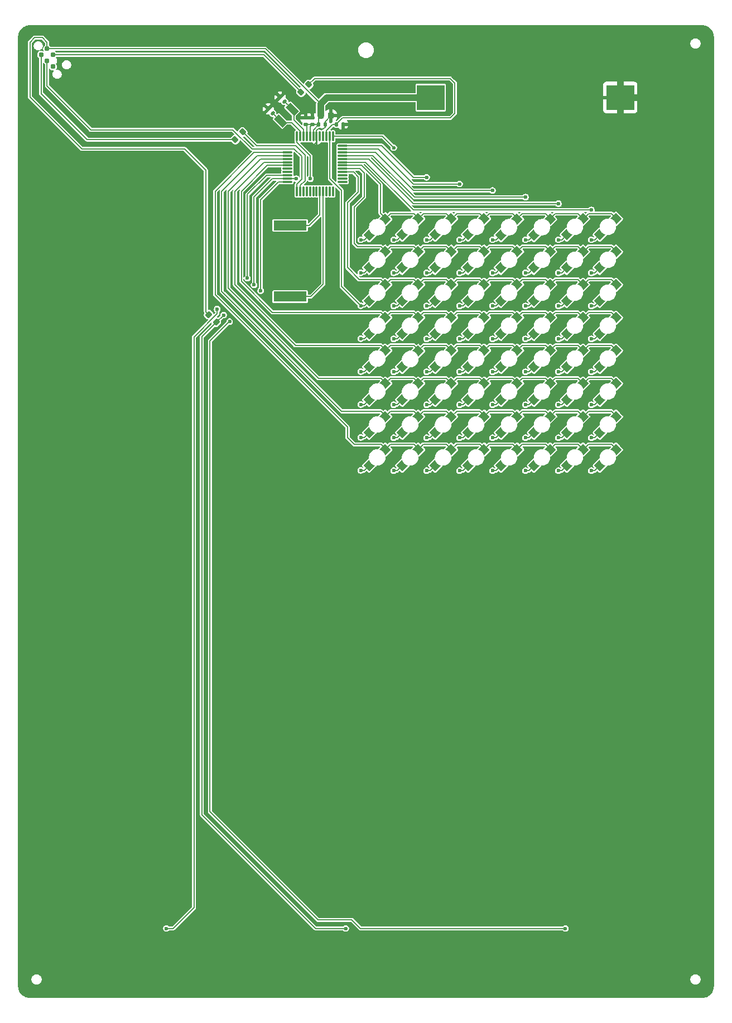
<source format=gbl>
%TF.GenerationSoftware,KiCad,Pcbnew,9.0.4*%
%TF.CreationDate,2025-09-01T02:23:14+01:00*%
%TF.ProjectId,Chirstmas-Card,43686972-7374-46d6-9173-2d436172642e,rev?*%
%TF.SameCoordinates,Original*%
%TF.FileFunction,Copper,L2,Bot*%
%TF.FilePolarity,Positive*%
%FSLAX46Y46*%
G04 Gerber Fmt 4.6, Leading zero omitted, Abs format (unit mm)*
G04 Created by KiCad (PCBNEW 9.0.4) date 2025-09-01 02:23:14*
%MOMM*%
%LPD*%
G01*
G04 APERTURE LIST*
G04 Aperture macros list*
%AMRoundRect*
0 Rectangle with rounded corners*
0 $1 Rounding radius*
0 $2 $3 $4 $5 $6 $7 $8 $9 X,Y pos of 4 corners*
0 Add a 4 corners polygon primitive as box body*
4,1,4,$2,$3,$4,$5,$6,$7,$8,$9,$2,$3,0*
0 Add four circle primitives for the rounded corners*
1,1,$1+$1,$2,$3*
1,1,$1+$1,$4,$5*
1,1,$1+$1,$6,$7*
1,1,$1+$1,$8,$9*
0 Add four rect primitives between the rounded corners*
20,1,$1+$1,$2,$3,$4,$5,0*
20,1,$1+$1,$4,$5,$6,$7,0*
20,1,$1+$1,$6,$7,$8,$9,0*
20,1,$1+$1,$8,$9,$2,$3,0*%
%AMRotRect*
0 Rectangle, with rotation*
0 The origin of the aperture is its center*
0 $1 length*
0 $2 width*
0 $3 Rotation angle, in degrees counterclockwise*
0 Add horizontal line*
21,1,$1,$2,0,0,$3*%
%AMFreePoly0*
4,1,12,0.707250,0.605397,0.612657,0.415428,0.554581,0.211312,0.535000,0.000000,0.554581,-0.211312,0.612657,-0.415428,0.707250,-0.605397,0.722054,-0.625000,-0.535000,-0.625000,-0.535000,0.625000,0.722054,0.625000,0.707250,0.605397,0.707250,0.605397,$1*%
G04 Aperture macros list end*
%TA.AperFunction,SMDPad,CuDef*%
%ADD10FreePoly0,225.000000*%
%TD*%
%TA.AperFunction,SMDPad,CuDef*%
%ADD11FreePoly0,45.000000*%
%TD*%
%TA.AperFunction,SMDPad,CuDef*%
%ADD12R,5.000000X1.500000*%
%TD*%
%TA.AperFunction,SMDPad,CuDef*%
%ADD13R,4.200000X3.800000*%
%TD*%
%TA.AperFunction,SMDPad,CuDef*%
%ADD14RoundRect,0.200000X0.053033X-0.335876X0.335876X-0.053033X-0.053033X0.335876X-0.335876X0.053033X0*%
%TD*%
%TA.AperFunction,SMDPad,CuDef*%
%ADD15RoundRect,0.075000X-0.075000X0.662500X-0.075000X-0.662500X0.075000X-0.662500X0.075000X0.662500X0*%
%TD*%
%TA.AperFunction,SMDPad,CuDef*%
%ADD16RoundRect,0.075000X-0.662500X0.075000X-0.662500X-0.075000X0.662500X-0.075000X0.662500X0.075000X0*%
%TD*%
%TA.AperFunction,SMDPad,CuDef*%
%ADD17RoundRect,0.140000X-0.140000X-0.170000X0.140000X-0.170000X0.140000X0.170000X-0.140000X0.170000X0*%
%TD*%
%TA.AperFunction,SMDPad,CuDef*%
%ADD18RoundRect,0.200000X-0.335876X-0.053033X-0.053033X-0.335876X0.335876X0.053033X0.053033X0.335876X0*%
%TD*%
%TA.AperFunction,SMDPad,CuDef*%
%ADD19RoundRect,0.225000X-0.225000X-0.250000X0.225000X-0.250000X0.225000X0.250000X-0.225000X0.250000X0*%
%TD*%
%TA.AperFunction,ConnectorPad*%
%ADD20C,0.787400*%
%TD*%
%TA.AperFunction,SMDPad,CuDef*%
%ADD21RoundRect,0.140000X0.170000X-0.140000X0.170000X0.140000X-0.170000X0.140000X-0.170000X-0.140000X0*%
%TD*%
%TA.AperFunction,SMDPad,CuDef*%
%ADD22RotRect,1.000000X1.800000X225.000000*%
%TD*%
%TA.AperFunction,SMDPad,CuDef*%
%ADD23RoundRect,0.140000X0.219203X0.021213X0.021213X0.219203X-0.219203X-0.021213X-0.021213X-0.219203X0*%
%TD*%
%TA.AperFunction,ViaPad*%
%ADD24C,0.600000*%
%TD*%
%TA.AperFunction,Conductor*%
%ADD25C,0.200000*%
%TD*%
%TA.AperFunction,Conductor*%
%ADD26C,0.500000*%
%TD*%
%TA.AperFunction,Conductor*%
%ADD27C,1.000000*%
%TD*%
G04 APERTURE END LIST*
D10*
%TO.P,D45,1,K*%
%TO.N,/R5*%
X115978803Y-84521197D03*
D11*
%TO.P,D45,2,A*%
%TO.N,/C4*%
X113421197Y-87078803D03*
%TD*%
D10*
%TO.P,D42,1,K*%
%TO.N,/R5*%
X100978803Y-84521197D03*
D11*
%TO.P,D42,2,A*%
%TO.N,/C1*%
X98421197Y-87078803D03*
%TD*%
D10*
%TO.P,D61,1,K*%
%TO.N,/R7*%
X115978803Y-94521197D03*
D11*
%TO.P,D61,2,A*%
%TO.N,/C4*%
X113421197Y-97078803D03*
%TD*%
D10*
%TO.P,D46,1,K*%
%TO.N,/R5*%
X120978803Y-84521197D03*
D11*
%TO.P,D46,2,A*%
%TO.N,/C5*%
X118421197Y-87078803D03*
%TD*%
D10*
%TO.P,D54,1,K*%
%TO.N,/R6*%
X120978803Y-89521197D03*
D11*
%TO.P,D54,2,A*%
%TO.N,/C5*%
X118421197Y-92078803D03*
%TD*%
D10*
%TO.P,D5,1,K*%
%TO.N,/R0*%
X115978803Y-59583696D03*
D11*
%TO.P,D5,2,A*%
%TO.N,/C4*%
X113421197Y-62141302D03*
%TD*%
D10*
%TO.P,D51,1,K*%
%TO.N,/R6*%
X105978803Y-89521197D03*
D11*
%TO.P,D51,2,A*%
%TO.N,/C2*%
X103421197Y-92078803D03*
%TD*%
D10*
%TO.P,D17,1,K*%
%TO.N,/R2*%
X95978803Y-69521197D03*
D11*
%TO.P,D17,2,A*%
%TO.N,/C0*%
X93421197Y-72078803D03*
%TD*%
D10*
%TO.P,D7,1,K*%
%TO.N,/R0*%
X125978803Y-59521197D03*
D11*
%TO.P,D7,2,A*%
%TO.N,/C6*%
X123421197Y-62078803D03*
%TD*%
D10*
%TO.P,D52,1,K*%
%TO.N,/R6*%
X110978803Y-89521197D03*
D11*
%TO.P,D52,2,A*%
%TO.N,/C3*%
X108421197Y-92078803D03*
%TD*%
D10*
%TO.P,D63,1,K*%
%TO.N,/R7*%
X125978803Y-94521197D03*
D11*
%TO.P,D63,2,A*%
%TO.N,/C6*%
X123421197Y-97078803D03*
%TD*%
D10*
%TO.P,D48,1,K*%
%TO.N,/R5*%
X130978803Y-84521197D03*
D11*
%TO.P,D48,2,A*%
%TO.N,/C7*%
X128421197Y-87078803D03*
%TD*%
D10*
%TO.P,D50,1,K*%
%TO.N,/R6*%
X100978803Y-89521197D03*
D11*
%TO.P,D50,2,A*%
%TO.N,/C1*%
X98421197Y-92078803D03*
%TD*%
D10*
%TO.P,D31,1,K*%
%TO.N,/R3*%
X125978803Y-74521197D03*
D11*
%TO.P,D31,2,A*%
%TO.N,/C6*%
X123421197Y-77078803D03*
%TD*%
D10*
%TO.P,D40,1,K*%
%TO.N,/R4*%
X130978803Y-79521197D03*
D11*
%TO.P,D40,2,A*%
%TO.N,/C7*%
X128421197Y-82078803D03*
%TD*%
D10*
%TO.P,D4,1,K*%
%TO.N,/R0*%
X110978803Y-59521197D03*
D11*
%TO.P,D4,2,A*%
%TO.N,/C3*%
X108421197Y-62078803D03*
%TD*%
D10*
%TO.P,D49,1,K*%
%TO.N,/R6*%
X95978803Y-89521197D03*
D11*
%TO.P,D49,2,A*%
%TO.N,/C0*%
X93421197Y-92078803D03*
%TD*%
D10*
%TO.P,D34,1,K*%
%TO.N,/R4*%
X100978803Y-79583696D03*
D11*
%TO.P,D34,2,A*%
%TO.N,/C1*%
X98421197Y-82141302D03*
%TD*%
D10*
%TO.P,D43,1,K*%
%TO.N,/R5*%
X105978803Y-84521197D03*
D11*
%TO.P,D43,2,A*%
%TO.N,/C2*%
X103421197Y-87078803D03*
%TD*%
D10*
%TO.P,D3,1,K*%
%TO.N,/R0*%
X105978803Y-59521197D03*
D11*
%TO.P,D3,2,A*%
%TO.N,/C2*%
X103421197Y-62078803D03*
%TD*%
D10*
%TO.P,D13,1,K*%
%TO.N,/R1*%
X115978803Y-64521197D03*
D11*
%TO.P,D13,2,A*%
%TO.N,/C4*%
X113421197Y-67078803D03*
%TD*%
D10*
%TO.P,D12,1,K*%
%TO.N,/R1*%
X110978803Y-64521197D03*
D11*
%TO.P,D12,2,A*%
%TO.N,/C3*%
X108421197Y-67078803D03*
%TD*%
D10*
%TO.P,D44,1,K*%
%TO.N,/R5*%
X110978803Y-84521197D03*
D11*
%TO.P,D44,2,A*%
%TO.N,/C3*%
X108421197Y-87078803D03*
%TD*%
D10*
%TO.P,D25,1,K*%
%TO.N,/R3*%
X95978803Y-74521197D03*
D11*
%TO.P,D25,2,A*%
%TO.N,/C0*%
X93421197Y-77078803D03*
%TD*%
D10*
%TO.P,D22,1,K*%
%TO.N,/R2*%
X120978803Y-69521197D03*
D11*
%TO.P,D22,2,A*%
%TO.N,/C5*%
X118421197Y-72078803D03*
%TD*%
D10*
%TO.P,D41,1,K*%
%TO.N,/R5*%
X95978803Y-84521197D03*
D11*
%TO.P,D41,2,A*%
%TO.N,/C0*%
X93421197Y-87078803D03*
%TD*%
D10*
%TO.P,D33,1,K*%
%TO.N,/R4*%
X95978803Y-79521197D03*
D11*
%TO.P,D33,2,A*%
%TO.N,/C0*%
X93421197Y-82078803D03*
%TD*%
D10*
%TO.P,D37,1,K*%
%TO.N,/R4*%
X115978803Y-79521197D03*
D11*
%TO.P,D37,2,A*%
%TO.N,/C4*%
X113421197Y-82078803D03*
%TD*%
D10*
%TO.P,D9,1,K*%
%TO.N,/R1*%
X95978803Y-64521197D03*
D11*
%TO.P,D9,2,A*%
%TO.N,/C0*%
X93421197Y-67078803D03*
%TD*%
D10*
%TO.P,D27,1,K*%
%TO.N,/R3*%
X105978803Y-74521197D03*
D11*
%TO.P,D27,2,A*%
%TO.N,/C2*%
X103421197Y-77078803D03*
%TD*%
D10*
%TO.P,D58,1,K*%
%TO.N,/R7*%
X100978803Y-94521197D03*
D11*
%TO.P,D58,2,A*%
%TO.N,/C1*%
X98421197Y-97078803D03*
%TD*%
D10*
%TO.P,D62,1,K*%
%TO.N,/R7*%
X120978803Y-94521197D03*
D11*
%TO.P,D62,2,A*%
%TO.N,/C5*%
X118421197Y-97078803D03*
%TD*%
D10*
%TO.P,D6,1,K*%
%TO.N,/R0*%
X120978803Y-59583696D03*
D11*
%TO.P,D6,2,A*%
%TO.N,/C5*%
X118421197Y-62141302D03*
%TD*%
D10*
%TO.P,D38,1,K*%
%TO.N,/R4*%
X120978803Y-79521197D03*
D11*
%TO.P,D38,2,A*%
%TO.N,/C5*%
X118421197Y-82078803D03*
%TD*%
D10*
%TO.P,D64,1,K*%
%TO.N,/R7*%
X130978803Y-94521197D03*
D11*
%TO.P,D64,2,A*%
%TO.N,/C7*%
X128421197Y-97078803D03*
%TD*%
D10*
%TO.P,D16,1,K*%
%TO.N,/R1*%
X130978803Y-64521197D03*
D11*
%TO.P,D16,2,A*%
%TO.N,/C7*%
X128421197Y-67078803D03*
%TD*%
D10*
%TO.P,D19,1,K*%
%TO.N,/R2*%
X105978803Y-69521197D03*
D11*
%TO.P,D19,2,A*%
%TO.N,/C2*%
X103421197Y-72078803D03*
%TD*%
D10*
%TO.P,D59,1,K*%
%TO.N,/R7*%
X105978803Y-94521197D03*
D11*
%TO.P,D59,2,A*%
%TO.N,/C2*%
X103421197Y-97078803D03*
%TD*%
D10*
%TO.P,D26,1,K*%
%TO.N,/R3*%
X100978803Y-74521197D03*
D11*
%TO.P,D26,2,A*%
%TO.N,/C1*%
X98421197Y-77078803D03*
%TD*%
D10*
%TO.P,D30,1,K*%
%TO.N,/R3*%
X120978803Y-74521197D03*
D11*
%TO.P,D30,2,A*%
%TO.N,/C5*%
X118421197Y-77078803D03*
%TD*%
D10*
%TO.P,D1,1,K*%
%TO.N,/R0*%
X95978803Y-59583696D03*
D11*
%TO.P,D1,2,A*%
%TO.N,/C0*%
X93421197Y-62141302D03*
%TD*%
D10*
%TO.P,D39,1,K*%
%TO.N,/R4*%
X125978803Y-79521197D03*
D11*
%TO.P,D39,2,A*%
%TO.N,/C6*%
X123421197Y-82078803D03*
%TD*%
D10*
%TO.P,D56,1,K*%
%TO.N,/R6*%
X130978803Y-89521197D03*
D11*
%TO.P,D56,2,A*%
%TO.N,/C7*%
X128421197Y-92078803D03*
%TD*%
D10*
%TO.P,D60,1,K*%
%TO.N,/R7*%
X110978803Y-94521197D03*
D11*
%TO.P,D60,2,A*%
%TO.N,/C3*%
X108421197Y-97078803D03*
%TD*%
D10*
%TO.P,D57,1,K*%
%TO.N,/R7*%
X95978803Y-94521197D03*
D11*
%TO.P,D57,2,A*%
%TO.N,/C0*%
X93421197Y-97078803D03*
%TD*%
D10*
%TO.P,D8,1,K*%
%TO.N,/R0*%
X130978803Y-59521197D03*
D11*
%TO.P,D8,2,A*%
%TO.N,/C7*%
X128421197Y-62078803D03*
%TD*%
D10*
%TO.P,D29,1,K*%
%TO.N,/R3*%
X115978803Y-74521197D03*
D11*
%TO.P,D29,2,A*%
%TO.N,/C4*%
X113421197Y-77078803D03*
%TD*%
D10*
%TO.P,D20,1,K*%
%TO.N,/R2*%
X110978803Y-69521197D03*
D11*
%TO.P,D20,2,A*%
%TO.N,/C3*%
X108421197Y-72078803D03*
%TD*%
D10*
%TO.P,D18,1,K*%
%TO.N,/R2*%
X100978803Y-69521197D03*
D11*
%TO.P,D18,2,A*%
%TO.N,/C1*%
X98421197Y-72078803D03*
%TD*%
D10*
%TO.P,D14,1,K*%
%TO.N,/R1*%
X120978803Y-64521197D03*
D11*
%TO.P,D14,2,A*%
%TO.N,/C5*%
X118421197Y-67078803D03*
%TD*%
D10*
%TO.P,D36,1,K*%
%TO.N,/R4*%
X110978803Y-79521197D03*
D11*
%TO.P,D36,2,A*%
%TO.N,/C3*%
X108421197Y-82078803D03*
%TD*%
D10*
%TO.P,D2,1,K*%
%TO.N,/R0*%
X100978803Y-59521197D03*
D11*
%TO.P,D2,2,A*%
%TO.N,/C1*%
X98421197Y-62078803D03*
%TD*%
D10*
%TO.P,D11,1,K*%
%TO.N,/R1*%
X105978803Y-64521197D03*
D11*
%TO.P,D11,2,A*%
%TO.N,/C2*%
X103421197Y-67078803D03*
%TD*%
D10*
%TO.P,D35,1,K*%
%TO.N,/R4*%
X105978803Y-79521197D03*
D11*
%TO.P,D35,2,A*%
%TO.N,/C2*%
X103421197Y-82078803D03*
%TD*%
D10*
%TO.P,D21,1,K*%
%TO.N,/R2*%
X115978803Y-69521197D03*
D11*
%TO.P,D21,2,A*%
%TO.N,/C4*%
X113421197Y-72078803D03*
%TD*%
D10*
%TO.P,D32,1,K*%
%TO.N,/R3*%
X130978803Y-74521197D03*
D11*
%TO.P,D32,2,A*%
%TO.N,/C7*%
X128421197Y-77078803D03*
%TD*%
D10*
%TO.P,D47,1,K*%
%TO.N,/R5*%
X125978803Y-84521197D03*
D11*
%TO.P,D47,2,A*%
%TO.N,/C6*%
X123421197Y-87078803D03*
%TD*%
D10*
%TO.P,D55,1,K*%
%TO.N,/R6*%
X125978803Y-89521197D03*
D11*
%TO.P,D55,2,A*%
%TO.N,/C6*%
X123421197Y-92078803D03*
%TD*%
D10*
%TO.P,D28,1,K*%
%TO.N,/R3*%
X110978803Y-74521197D03*
D11*
%TO.P,D28,2,A*%
%TO.N,/C3*%
X108421197Y-77078803D03*
%TD*%
D10*
%TO.P,D10,1,K*%
%TO.N,/R1*%
X100978803Y-64521197D03*
D11*
%TO.P,D10,2,A*%
%TO.N,/C1*%
X98421197Y-67078803D03*
%TD*%
D10*
%TO.P,D53,1,K*%
%TO.N,/R6*%
X115978803Y-89521197D03*
D11*
%TO.P,D53,2,A*%
%TO.N,/C4*%
X113421197Y-92078803D03*
%TD*%
D10*
%TO.P,D24,1,K*%
%TO.N,/R2*%
X130978803Y-69521197D03*
D11*
%TO.P,D24,2,A*%
%TO.N,/C7*%
X128421197Y-72078803D03*
%TD*%
D10*
%TO.P,D23,1,K*%
%TO.N,/R2*%
X125978803Y-69521197D03*
D11*
%TO.P,D23,2,A*%
%TO.N,/C6*%
X123421197Y-72078803D03*
%TD*%
D10*
%TO.P,D15,1,K*%
%TO.N,/R1*%
X125978803Y-64521197D03*
D11*
%TO.P,D15,2,A*%
%TO.N,/C6*%
X123421197Y-67078803D03*
%TD*%
D12*
%TO.P,LS1,1,1*%
%TO.N,Net-(U1-PA8)*%
X81500000Y-71400000D03*
%TO.P,LS1,2,2*%
%TO.N,Net-(U1-PA9{slash}NC)*%
X81500000Y-60600000D03*
%TD*%
D13*
%TO.P,BT1,1,+*%
%TO.N,VCC*%
X102815000Y-41200000D03*
%TO.P,BT1,2,-*%
%TO.N,GND*%
X131585000Y-41200000D03*
%TD*%
D14*
%TO.P,R5,1*%
%TO.N,Net-(J1-~{RESET})*%
X83116637Y-40383363D03*
%TO.P,R5,2*%
%TO.N,/RESET*%
X84283363Y-39216637D03*
%TD*%
D15*
%TO.P,U1,1,PC13*%
%TO.N,/BTN2*%
X82500000Y-47087500D03*
%TO.P,U1,2,PC14*%
%TO.N,Net-(U1-PC14)*%
X83000000Y-47087500D03*
%TO.P,U1,3,PC15*%
%TO.N,Net-(U1-PC15)*%
X83500000Y-47087500D03*
%TO.P,U1,4,VBAT*%
%TO.N,VCC*%
X84000000Y-47087500D03*
%TO.P,U1,5,VREF+*%
X84500000Y-47087500D03*
%TO.P,U1,6,VDD*%
X85000000Y-47087500D03*
%TO.P,U1,7,VSS*%
%TO.N,GND*%
X85500000Y-47087500D03*
%TO.P,U1,8,PF0*%
%TO.N,unconnected-(U1-PF0-Pad8)*%
X86000000Y-47087500D03*
%TO.P,U1,9,PF1*%
%TO.N,unconnected-(U1-PF1-Pad9)*%
X86500000Y-47087500D03*
%TO.P,U1,10,NRST*%
%TO.N,/RESET*%
X87000000Y-47087500D03*
%TO.P,U1,11,PA0*%
%TO.N,/C0*%
X87500000Y-47087500D03*
%TO.P,U1,12,PA1*%
%TO.N,/C1*%
X88000000Y-47087500D03*
D16*
%TO.P,U1,13,PA2*%
%TO.N,/C2*%
X89412500Y-48500000D03*
%TO.P,U1,14,PA3*%
%TO.N,/C3*%
X89412500Y-49000000D03*
%TO.P,U1,15,PA4*%
%TO.N,/C4*%
X89412500Y-49500000D03*
%TO.P,U1,16,PA5*%
%TO.N,/C5*%
X89412500Y-50000000D03*
%TO.P,U1,17,PA6*%
%TO.N,/C6*%
X89412500Y-50500000D03*
%TO.P,U1,18,PA7*%
%TO.N,/C7*%
X89412500Y-51000000D03*
%TO.P,U1,19,PB0*%
%TO.N,/R0*%
X89412500Y-51500000D03*
%TO.P,U1,20,PB1*%
%TO.N,/R1*%
X89412500Y-52000000D03*
%TO.P,U1,21,PB2*%
%TO.N,/R2*%
X89412500Y-52500000D03*
%TO.P,U1,22,PB10*%
%TO.N,unconnected-(U1-PB10-Pad22)*%
X89412500Y-53000000D03*
%TO.P,U1,23,PB11*%
%TO.N,unconnected-(U1-PB11-Pad23)*%
X89412500Y-53500000D03*
%TO.P,U1,24,PB12*%
%TO.N,unconnected-(U1-PB12-Pad24)*%
X89412500Y-54000000D03*
D15*
%TO.P,U1,25,PB13*%
%TO.N,unconnected-(U1-PB13-Pad25)*%
X88000000Y-55412500D03*
%TO.P,U1,26,PB14*%
%TO.N,unconnected-(U1-PB14-Pad26)*%
X87500000Y-55412500D03*
%TO.P,U1,27,PB15*%
%TO.N,unconnected-(U1-PB15-Pad27)*%
X87000000Y-55412500D03*
%TO.P,U1,28,PA8*%
%TO.N,Net-(U1-PA8)*%
X86500000Y-55412500D03*
%TO.P,U1,29,PA9/NC*%
%TO.N,Net-(U1-PA9{slash}NC)*%
X86000000Y-55412500D03*
%TO.P,U1,30,PC6*%
%TO.N,unconnected-(U1-PC6-Pad30)*%
X85500000Y-55412500D03*
%TO.P,U1,31,PC7*%
%TO.N,unconnected-(U1-PC7-Pad31)*%
X85000000Y-55412500D03*
%TO.P,U1,32,PA10/NC*%
%TO.N,unconnected-(U1-PA10{slash}NC-Pad32)*%
X84500000Y-55412500D03*
%TO.P,U1,33,PA11/PA9*%
%TO.N,unconnected-(U1-PA11{slash}PA9-Pad33)*%
X84000000Y-55412500D03*
%TO.P,U1,34,PA12/PA10*%
%TO.N,unconnected-(U1-PA12{slash}PA10-Pad34)*%
X83500000Y-55412500D03*
%TO.P,U1,35,PA13*%
%TO.N,/SWDIO*%
X83000000Y-55412500D03*
%TO.P,U1,36,PA14*%
%TO.N,/SWCLK*%
X82500000Y-55412500D03*
D16*
%TO.P,U1,37,PA15*%
%TO.N,/BTN3*%
X81087500Y-54000000D03*
%TO.P,U1,38,PD0*%
%TO.N,/BTN2*%
X81087500Y-53500000D03*
%TO.P,U1,39,PD1*%
%TO.N,/BTN1*%
X81087500Y-53000000D03*
%TO.P,U1,40,PD2*%
%TO.N,unconnected-(U1-PD2-Pad40)*%
X81087500Y-52500000D03*
%TO.P,U1,41,PD3*%
%TO.N,unconnected-(U1-PD3-Pad41)*%
X81087500Y-52000000D03*
%TO.P,U1,42,PB3*%
%TO.N,/R3*%
X81087500Y-51500000D03*
%TO.P,U1,43,PB4*%
%TO.N,/R4*%
X81087500Y-51000000D03*
%TO.P,U1,44,PB5*%
%TO.N,/R5*%
X81087500Y-50500000D03*
%TO.P,U1,45,PB6*%
%TO.N,/R6*%
X81087500Y-50000000D03*
%TO.P,U1,46,PB7*%
%TO.N,/R7*%
X81087500Y-49500000D03*
%TD*%
D17*
%TO.P,C2,1*%
%TO.N,VCC*%
X85820000Y-45275000D03*
%TO.P,C2,2*%
%TO.N,GND*%
X86780000Y-45275000D03*
%TD*%
D18*
%TO.P,R2,1*%
%TO.N,VCC*%
X69116637Y-74116637D03*
%TO.P,R2,2*%
%TO.N,/BTN2*%
X70283363Y-75283363D03*
%TD*%
D19*
%TO.P,C3,1*%
%TO.N,VCC*%
X86100000Y-43950000D03*
%TO.P,C3,2*%
%TO.N,GND*%
X87650000Y-43950000D03*
%TD*%
D20*
%TO.P,J1,1,VCC*%
%TO.N,VCC*%
X44598025Y-33801975D03*
%TO.P,J1,2,SWDIO*%
%TO.N,Net-(J1-SWDIO)*%
X43700000Y-34700000D03*
%TO.P,J1,3,~{RESET}*%
%TO.N,Net-(J1-~{RESET})*%
X45496051Y-34700000D03*
%TO.P,J1,4,SWCLK*%
%TO.N,/SWCLK*%
X44598025Y-35598026D03*
%TO.P,J1,5,GND*%
%TO.N,GND*%
X46394076Y-35598026D03*
%TO.P,J1,6,SWO*%
%TO.N,unconnected-(J1-SWO-Pad6)*%
X45496051Y-36496051D03*
%TD*%
D17*
%TO.P,C5,1*%
%TO.N,/RESET*%
X88545000Y-45250000D03*
%TO.P,C5,2*%
%TO.N,GND*%
X89505000Y-45250000D03*
%TD*%
D21*
%TO.P,C1,1*%
%TO.N,VCC*%
X83850000Y-45255000D03*
%TO.P,C1,2*%
%TO.N,GND*%
X83850000Y-44295000D03*
%TD*%
D14*
%TO.P,R4,1*%
%TO.N,Net-(J1-SWDIO)*%
X73116637Y-47583363D03*
%TO.P,R4,2*%
%TO.N,/SWDIO*%
X74283363Y-46416637D03*
%TD*%
D22*
%TO.P,Y1,1,1*%
%TO.N,Net-(U1-PC14)*%
X80016117Y-44733883D03*
%TO.P,Y1,2,2*%
%TO.N,Net-(U1-PC15)*%
X81783883Y-42966117D03*
%TD*%
D21*
%TO.P,C4,1*%
%TO.N,VCC*%
X84850000Y-45255000D03*
%TO.P,C4,2*%
%TO.N,GND*%
X84850000Y-44295000D03*
%TD*%
D23*
%TO.P,C7,1*%
%TO.N,Net-(U1-PC15)*%
X80639411Y-41789411D03*
%TO.P,C7,2*%
%TO.N,GND*%
X79960589Y-41110589D03*
%TD*%
%TO.P,C6,1*%
%TO.N,Net-(U1-PC14)*%
X78839411Y-43589411D03*
%TO.P,C6,2*%
%TO.N,GND*%
X78160589Y-42910589D03*
%TD*%
D24*
%TO.N,GND*%
X89900000Y-171750000D03*
%TO.N,/BTN2*%
X89925000Y-167250000D03*
%TO.N,GND*%
X81500000Y-46100000D03*
X43850000Y-153350000D03*
X134700000Y-41200000D03*
X87650000Y-43100000D03*
X139600000Y-164000000D03*
X80550000Y-112250000D03*
X77600000Y-43500000D03*
X85800000Y-33450000D03*
X139263023Y-89139922D03*
X122300000Y-110900000D03*
X80500000Y-40550000D03*
X139550000Y-59400000D03*
X78950000Y-173600000D03*
X79100000Y-42000000D03*
X89900000Y-46150000D03*
X95400000Y-131800000D03*
X85300000Y-49800000D03*
X95400000Y-157150000D03*
X64950000Y-100350000D03*
X56550000Y-132250000D03*
X83500000Y-43500000D03*
X44600000Y-112350000D03*
X62700000Y-171750000D03*
X49150000Y-35600000D03*
X83500000Y-42100000D03*
X85550000Y-53550000D03*
X85350000Y-64950000D03*
X131585000Y-38500000D03*
X59700000Y-40200000D03*
X45150000Y-71850000D03*
X53750000Y-31950000D03*
X84900000Y-48600000D03*
X47950000Y-38250000D03*
X131575000Y-43900000D03*
X123250000Y-171750000D03*
X136900000Y-35150000D03*
%TO.N,/C1*%
X97200000Y-62771197D03*
X97200000Y-72800000D03*
X97200000Y-77800000D03*
X97200000Y-48800000D03*
X97200000Y-97800000D03*
X97200000Y-87800000D03*
X97200000Y-92800000D03*
X97200000Y-67800000D03*
X97200000Y-82800000D03*
%TO.N,/C2*%
X102200000Y-53300000D03*
X102200000Y-87800000D03*
X102200000Y-72800000D03*
X102200000Y-62771197D03*
X102200000Y-77800000D03*
X102200000Y-97800000D03*
X102200000Y-82800000D03*
X102200000Y-67800000D03*
X102200000Y-92800000D03*
%TO.N,/C3*%
X107200000Y-77800000D03*
X107200000Y-97800000D03*
X107200000Y-72800000D03*
X107200000Y-67800000D03*
X107200000Y-87800000D03*
X107200000Y-92800000D03*
X107200000Y-54300000D03*
X107200000Y-62771197D03*
X107200000Y-82800000D03*
%TO.N,/C4*%
X112200000Y-92800000D03*
X112200000Y-77800000D03*
X112200000Y-72800000D03*
X112200000Y-55300000D03*
X112200000Y-62771197D03*
X112200000Y-87800000D03*
X112200000Y-97800000D03*
X112200000Y-82800000D03*
X112200000Y-67800000D03*
%TO.N,/C5*%
X117200000Y-82800000D03*
X117200000Y-97800000D03*
X117200000Y-62771197D03*
X117200000Y-56300000D03*
X117200000Y-72800000D03*
X117200000Y-87800000D03*
X117200000Y-77800000D03*
X117200000Y-67800000D03*
X117200000Y-92800000D03*
%TO.N,/C6*%
X122200000Y-72800000D03*
X122200000Y-57300000D03*
X122200000Y-92800000D03*
X122200000Y-77800000D03*
X122200000Y-87800000D03*
X122200000Y-67800000D03*
X122200000Y-97800000D03*
X122200000Y-62771197D03*
X122200000Y-82800000D03*
%TO.N,/C7*%
X127200000Y-72800000D03*
X127200000Y-67800000D03*
X127200000Y-82800000D03*
X127200000Y-77800000D03*
X127200000Y-97800000D03*
X127200000Y-62771197D03*
X127200000Y-58250000D03*
X127200000Y-92800000D03*
X127200000Y-87800000D03*
%TO.N,/C0*%
X92200000Y-97771197D03*
X92200000Y-67771197D03*
X92200000Y-82771197D03*
X92200000Y-77771197D03*
X92200000Y-87771197D03*
X92200000Y-72771197D03*
X92200000Y-92771197D03*
X92200000Y-62771197D03*
%TO.N,/BTN1*%
X70400000Y-73300000D03*
X62700000Y-167250000D03*
X75000000Y-68600000D03*
%TO.N,/BTN2*%
X84550000Y-53500000D03*
X71400000Y-74200000D03*
X82400000Y-53500000D03*
X76000000Y-69600000D03*
%TO.N,/BTN3*%
X123250000Y-167250000D03*
X72300000Y-75200000D03*
X77000000Y-70500000D03*
%TD*%
D25*
%TO.N,/BTN3*%
X72300000Y-75200000D02*
X72266726Y-75200000D01*
X72266726Y-75200000D02*
X69300000Y-78166726D01*
X69300000Y-78166726D02*
X69300000Y-149525000D01*
X92125000Y-167250000D02*
X123250000Y-167250000D01*
X69300000Y-149525000D02*
X85725000Y-165950000D01*
X85725000Y-165950000D02*
X90825000Y-165950000D01*
X90825000Y-165950000D02*
X92125000Y-167250000D01*
%TO.N,/BTN2*%
X70283363Y-75283363D02*
X68100000Y-77466726D01*
X68100000Y-77466726D02*
X68100000Y-150000000D01*
X68100000Y-150000000D02*
X85350000Y-167250000D01*
X85350000Y-167250000D02*
X89925000Y-167250000D01*
%TO.N,/BTN1*%
X70400000Y-73300000D02*
X70400000Y-74000000D01*
X70400000Y-74000000D02*
X66900000Y-77500000D01*
X66900000Y-77500000D02*
X66900000Y-164050000D01*
X66900000Y-164050000D02*
X63700000Y-167250000D01*
X63700000Y-167250000D02*
X62700000Y-167250000D01*
D26*
%TO.N,GND*%
X87650000Y-43100000D02*
X87650000Y-43950000D01*
D25*
X89900000Y-46150000D02*
X89505000Y-45755000D01*
X89505000Y-45755000D02*
X89505000Y-45250000D01*
%TO.N,/C1*%
X97200000Y-48800000D02*
X95488167Y-47088167D01*
X95488167Y-47088167D02*
X88000667Y-47088167D01*
X88000667Y-47088167D02*
X88000000Y-47087500D01*
%TO.N,/C2*%
X102200000Y-53300000D02*
X100200000Y-53300000D01*
X100200000Y-53300000D02*
X95400000Y-48500000D01*
X95400000Y-48500000D02*
X89412500Y-48500000D01*
%TO.N,/C3*%
X107200000Y-54300000D02*
X100200000Y-54300000D01*
X100200000Y-54300000D02*
X94900000Y-49000000D01*
X94900000Y-49000000D02*
X89412500Y-49000000D01*
%TO.N,/C4*%
X112200000Y-55300000D02*
X100200000Y-55300000D01*
X100200000Y-55300000D02*
X94400000Y-49500000D01*
X94400000Y-49500000D02*
X89412500Y-49500000D01*
%TO.N,/C5*%
X117200000Y-56300000D02*
X100325000Y-56300000D01*
X100325000Y-56300000D02*
X94025000Y-50000000D01*
X94025000Y-50000000D02*
X89412500Y-50000000D01*
%TO.N,/C6*%
X122200000Y-57300000D02*
X100200000Y-57300000D01*
X100200000Y-57300000D02*
X93400000Y-50500000D01*
X93400000Y-50500000D02*
X89412500Y-50500000D01*
%TO.N,/C7*%
X127200000Y-58250000D02*
X124250000Y-58250000D01*
X124250000Y-58250000D02*
X124245000Y-58255000D01*
X124245000Y-58255000D02*
X100155000Y-58255000D01*
X100155000Y-58255000D02*
X92900000Y-51000000D01*
X92900000Y-51000000D02*
X89412500Y-51000000D01*
%TO.N,/R0*%
X100978803Y-59521197D02*
X100257606Y-58800000D01*
X100257606Y-58800000D02*
X96700000Y-58800000D01*
X95978803Y-59521197D02*
X95200000Y-58742394D01*
X96700000Y-58800000D02*
X95978803Y-59521197D01*
X95200000Y-58742394D02*
X95200000Y-54351806D01*
X95200000Y-54351806D02*
X92348194Y-51500000D01*
X92348194Y-51500000D02*
X89412500Y-51500000D01*
%TO.N,/R1*%
X95978803Y-64521197D02*
X95257606Y-63800000D01*
X95257606Y-63800000D02*
X91700000Y-63800000D01*
X92048194Y-52000000D02*
X89412500Y-52000000D01*
X91700000Y-63800000D02*
X91200000Y-63300000D01*
X91200000Y-63300000D02*
X91200000Y-57800000D01*
X91200000Y-57800000D02*
X92700000Y-56300000D01*
X92700000Y-52651806D02*
X92048194Y-52000000D01*
X92700000Y-56300000D02*
X92700000Y-52651806D01*
%TO.N,/R2*%
X89412500Y-52500000D02*
X91100000Y-52500000D01*
X90200000Y-66995218D02*
X92004782Y-68800000D01*
X92004782Y-68800000D02*
X95257606Y-68800000D01*
X91100000Y-52500000D02*
X91800000Y-53200000D01*
X91800000Y-55550000D02*
X90200000Y-57150000D01*
X91800000Y-53200000D02*
X91800000Y-55550000D01*
X90200000Y-57150000D02*
X90200000Y-66995218D01*
X95257606Y-68800000D02*
X95978803Y-69521197D01*
%TO.N,/R7*%
X95978803Y-94521197D02*
X95257606Y-93800000D01*
X95257606Y-93800000D02*
X91200000Y-93800000D01*
X91200000Y-93800000D02*
X90200000Y-92800000D01*
X90200000Y-92800000D02*
X90200000Y-91200000D01*
X90200000Y-91200000D02*
X89500000Y-90500000D01*
%TO.N,/R6*%
X90200000Y-88800000D02*
X89300000Y-88800000D01*
X89300000Y-88800000D02*
X71100000Y-70600000D01*
X71100000Y-70600000D02*
X71100000Y-55400000D01*
X71100000Y-55400000D02*
X76500000Y-50000000D01*
X76500000Y-50000000D02*
X81087500Y-50000000D01*
%TO.N,/R5*%
X86700000Y-83800000D02*
X85800000Y-83800000D01*
X85800000Y-83800000D02*
X72100000Y-70100000D01*
X72100000Y-70100000D02*
X72100000Y-55400000D01*
X72100000Y-55400000D02*
X77000000Y-50500000D01*
X77000000Y-50500000D02*
X81087500Y-50500000D01*
%TO.N,/R4*%
X83200000Y-78800000D02*
X82300000Y-78800000D01*
X82300000Y-78800000D02*
X73100000Y-69600000D01*
X73100000Y-69600000D02*
X73100000Y-55400000D01*
X73100000Y-55400000D02*
X77500000Y-51000000D01*
X77500000Y-51000000D02*
X81087500Y-51000000D01*
%TO.N,/R3*%
X79700000Y-73800000D02*
X78800000Y-73800000D01*
X78800000Y-73800000D02*
X74100000Y-69100000D01*
X74100000Y-69100000D02*
X74100000Y-55400000D01*
X74100000Y-55400000D02*
X78000000Y-51500000D01*
X78000000Y-51500000D02*
X81087500Y-51500000D01*
%TO.N,/C0*%
X88600000Y-54600000D02*
X89300000Y-55300000D01*
X89300000Y-55300000D02*
X89300000Y-69871197D01*
X89300000Y-69871197D02*
X92200000Y-72771197D01*
%TO.N,GND*%
X83500000Y-43500000D02*
X84550000Y-43500000D01*
X84550000Y-43500000D02*
X84850000Y-43800000D01*
X84850000Y-43800000D02*
X84850000Y-44295000D01*
X83500000Y-43500000D02*
X83850000Y-43850000D01*
X83850000Y-43850000D02*
X83850000Y-44295000D01*
X85500000Y-47087500D02*
X85500000Y-48000000D01*
X85500000Y-48000000D02*
X84900000Y-48600000D01*
X85700000Y-46000000D02*
X85500000Y-46200000D01*
D27*
X131575000Y-41200000D02*
X131575000Y-38510000D01*
D25*
X86780000Y-45275000D02*
X86780000Y-45720000D01*
D27*
X131585000Y-41200000D02*
X131585000Y-43890000D01*
D25*
X86780000Y-45275000D02*
X86780000Y-44820000D01*
D27*
X131585000Y-41200000D02*
X134700000Y-41200000D01*
D25*
X86780000Y-45720000D02*
X86500000Y-46000000D01*
X85500000Y-46200000D02*
X85500000Y-47087500D01*
X86500000Y-46000000D02*
X85700000Y-46000000D01*
X86780000Y-44820000D02*
X87650000Y-43950000D01*
%TO.N,VCC*%
X42700000Y-32100000D02*
X43900000Y-32100000D01*
X49900000Y-49000000D02*
X42000000Y-41100000D01*
X83850000Y-45255000D02*
X84850000Y-45255000D01*
X84500000Y-47087500D02*
X84500000Y-45605000D01*
X85000000Y-46095000D02*
X85820000Y-45275000D01*
X42000000Y-41100000D02*
X42000000Y-32800000D01*
X85000000Y-47087500D02*
X85000000Y-46095000D01*
D26*
X86100000Y-43950000D02*
X86100000Y-43750000D01*
D27*
X86100000Y-42150000D02*
X86100000Y-43950000D01*
D25*
X77751975Y-33801975D02*
X86100000Y-42150000D01*
X42000000Y-32800000D02*
X42700000Y-32100000D01*
X44598025Y-32798025D02*
X44598025Y-33801975D01*
D27*
X87050000Y-41200000D02*
X102815000Y-41200000D01*
D25*
X43900000Y-32100000D02*
X44598025Y-32798025D01*
X65500000Y-49000000D02*
X49900000Y-49000000D01*
X84500000Y-45605000D02*
X84850000Y-45255000D01*
X85800000Y-45255000D02*
X85820000Y-45275000D01*
X68700000Y-52200000D02*
X65500000Y-49000000D01*
X84000000Y-45405000D02*
X83850000Y-45255000D01*
X44598025Y-33801975D02*
X77751975Y-33801975D01*
X85820000Y-44230000D02*
X86100000Y-43950000D01*
X68700000Y-73700000D02*
X68700000Y-52200000D01*
X84850000Y-45255000D02*
X85800000Y-45255000D01*
X85820000Y-45275000D02*
X85820000Y-44230000D01*
D27*
X86100000Y-42150000D02*
X87050000Y-41200000D01*
D25*
X69116637Y-74116637D02*
X68700000Y-73700000D01*
X84000000Y-47087500D02*
X84000000Y-45405000D01*
%TO.N,/R1*%
X125195107Y-63800000D02*
X125978803Y-64583696D01*
X121700000Y-63800000D02*
X125195107Y-63800000D01*
X120257606Y-63800000D02*
X120978803Y-64521197D01*
X105195107Y-63800000D02*
X105978803Y-64583696D01*
X106762499Y-63800000D02*
X110257606Y-63800000D01*
X111700000Y-63800000D02*
X115257606Y-63800000D01*
X110257606Y-63800000D02*
X110978803Y-64521197D01*
X100257606Y-63800000D02*
X100978803Y-64521197D01*
X130257606Y-63800000D02*
X130978803Y-64521197D01*
X105978803Y-64583696D02*
X106762499Y-63800000D01*
X116700000Y-63800000D02*
X120257606Y-63800000D01*
X100978803Y-64521197D02*
X101700000Y-63800000D01*
X95978803Y-64521197D02*
X96700000Y-63800000D01*
X96700000Y-63800000D02*
X100257606Y-63800000D01*
X110978803Y-64521197D02*
X111700000Y-63800000D01*
X126762499Y-63800000D02*
X130257606Y-63800000D01*
X115257606Y-63800000D02*
X115978803Y-64521197D01*
X125978803Y-64583696D02*
X126762499Y-63800000D01*
X101700000Y-63800000D02*
X105195107Y-63800000D01*
X120978803Y-64521197D02*
X121700000Y-63800000D01*
X115978803Y-64521197D02*
X116700000Y-63800000D01*
%TO.N,/R2*%
X95978803Y-69521197D02*
X96700000Y-68800000D01*
X110978803Y-69521197D02*
X111700000Y-68800000D01*
X125978803Y-69583696D02*
X126762499Y-68800000D01*
X115978803Y-69521197D02*
X116700000Y-68800000D01*
X130257606Y-68800000D02*
X130978803Y-69521197D01*
X120978803Y-69521197D02*
X121700000Y-68800000D01*
X110257606Y-68800000D02*
X110978803Y-69521197D01*
X125195107Y-68800000D02*
X125978803Y-69583696D01*
X121700000Y-68800000D02*
X125195107Y-68800000D01*
X100978803Y-69521197D02*
X101700000Y-68800000D01*
X126762499Y-68800000D02*
X130257606Y-68800000D01*
X96700000Y-68800000D02*
X100257606Y-68800000D01*
X106762499Y-68800000D02*
X110257606Y-68800000D01*
X115257606Y-68800000D02*
X115978803Y-69521197D01*
X116700000Y-68800000D02*
X120257606Y-68800000D01*
X105978803Y-69583696D02*
X106762499Y-68800000D01*
X105195107Y-68800000D02*
X105978803Y-69583696D01*
X120257606Y-68800000D02*
X120978803Y-69521197D01*
X111700000Y-68800000D02*
X115257606Y-68800000D01*
X101700000Y-68800000D02*
X105195107Y-68800000D01*
X100257606Y-68800000D02*
X100978803Y-69521197D01*
%TO.N,/R3*%
X95978803Y-74521197D02*
X96700000Y-73800000D01*
X120978803Y-74521197D02*
X121700000Y-73800000D01*
X105195107Y-73800000D02*
X105978803Y-74583696D01*
X126762499Y-73800000D02*
X130257606Y-73800000D01*
X95257606Y-73800000D02*
X79700000Y-73800000D01*
X100257606Y-73800000D02*
X100978803Y-74521197D01*
X111700000Y-73800000D02*
X115257606Y-73800000D01*
X116700000Y-73800000D02*
X120257606Y-73800000D01*
X95978803Y-74521197D02*
X95257606Y-73800000D01*
X105978803Y-74583696D02*
X106762499Y-73800000D01*
X115978803Y-74521197D02*
X116700000Y-73800000D01*
X100978803Y-74521197D02*
X101700000Y-73800000D01*
X115257606Y-73800000D02*
X115978803Y-74521197D01*
X106762499Y-73800000D02*
X110257606Y-73800000D01*
X125978803Y-74583696D02*
X126762499Y-73800000D01*
X125195107Y-73800000D02*
X125978803Y-74583696D01*
X120257606Y-73800000D02*
X120978803Y-74521197D01*
X101700000Y-73800000D02*
X105195107Y-73800000D01*
X96700000Y-73800000D02*
X100257606Y-73800000D01*
X110978803Y-74521197D02*
X111700000Y-73800000D01*
X110257606Y-73800000D02*
X110978803Y-74521197D01*
X130257606Y-73800000D02*
X130978803Y-74521197D01*
X121700000Y-73800000D02*
X125195107Y-73800000D01*
%TO.N,/R4*%
X105978803Y-79583696D02*
X106762499Y-78800000D01*
X111700000Y-78800000D02*
X115257606Y-78800000D01*
X125978803Y-79583696D02*
X126762499Y-78800000D01*
X110257606Y-78800000D02*
X110978803Y-79521197D01*
X120257606Y-78800000D02*
X120978803Y-79521197D01*
X95978803Y-79521197D02*
X96700000Y-78800000D01*
X100257606Y-78800000D02*
X100978803Y-79521197D01*
X120978803Y-79521197D02*
X121700000Y-78800000D01*
X95978803Y-79521197D02*
X95257606Y-78800000D01*
X101700000Y-78800000D02*
X105195107Y-78800000D01*
X125195107Y-78800000D02*
X125978803Y-79583696D01*
X105195107Y-78800000D02*
X105978803Y-79583696D01*
X116700000Y-78800000D02*
X120257606Y-78800000D01*
X100978803Y-79521197D02*
X101700000Y-78800000D01*
X115978803Y-79521197D02*
X116700000Y-78800000D01*
X110978803Y-79521197D02*
X111700000Y-78800000D01*
X106762499Y-78800000D02*
X110257606Y-78800000D01*
X115257606Y-78800000D02*
X115978803Y-79521197D01*
X96700000Y-78800000D02*
X100257606Y-78800000D01*
X95257606Y-78800000D02*
X83200000Y-78800000D01*
X121700000Y-78800000D02*
X125195107Y-78800000D01*
X126762499Y-78800000D02*
X130257606Y-78800000D01*
X130257606Y-78800000D02*
X130978803Y-79521197D01*
%TO.N,/R5*%
X100257606Y-83800000D02*
X100978803Y-84521197D01*
X120257606Y-83800000D02*
X120978803Y-84521197D01*
X125195107Y-83800000D02*
X125978803Y-84583696D01*
X95257606Y-83800000D02*
X86700000Y-83800000D01*
X130257606Y-83800000D02*
X130978803Y-84521197D01*
X101700000Y-83800000D02*
X105195107Y-83800000D01*
X111700000Y-83800000D02*
X115257606Y-83800000D01*
X100978803Y-84521197D02*
X101700000Y-83800000D01*
X126762499Y-83800000D02*
X130257606Y-83800000D01*
X115978803Y-84521197D02*
X116700000Y-83800000D01*
X115257606Y-83800000D02*
X115978803Y-84521197D01*
X121700000Y-83800000D02*
X125195107Y-83800000D01*
X125978803Y-84583696D02*
X126762499Y-83800000D01*
X106762499Y-83800000D02*
X110257606Y-83800000D01*
X105978803Y-84583696D02*
X106762499Y-83800000D01*
X95978803Y-84521197D02*
X95257606Y-83800000D01*
X120978803Y-84521197D02*
X121700000Y-83800000D01*
X110978803Y-84521197D02*
X111700000Y-83800000D01*
X96700000Y-83800000D02*
X100257606Y-83800000D01*
X110257606Y-83800000D02*
X110978803Y-84521197D01*
X116700000Y-83800000D02*
X120257606Y-83800000D01*
X95978803Y-84521197D02*
X96700000Y-83800000D01*
X105195107Y-83800000D02*
X105978803Y-84583696D01*
%TO.N,/R6*%
X95978803Y-89521197D02*
X95257606Y-88800000D01*
X106762499Y-88800000D02*
X110257606Y-88800000D01*
X105195107Y-88800000D02*
X105978803Y-89583696D01*
X101700000Y-88800000D02*
X105195107Y-88800000D01*
X120978803Y-89521197D02*
X121700000Y-88800000D01*
X120257606Y-88800000D02*
X120978803Y-89521197D01*
X111700000Y-88800000D02*
X115257606Y-88800000D01*
X125978803Y-89583696D02*
X126762499Y-88800000D01*
X125195107Y-88800000D02*
X125978803Y-89583696D01*
X121700000Y-88800000D02*
X125195107Y-88800000D01*
X115257606Y-88800000D02*
X115978803Y-89521197D01*
X115978803Y-89521197D02*
X116700000Y-88800000D01*
X100257606Y-88800000D02*
X100978803Y-89521197D01*
X96700000Y-88800000D02*
X100257606Y-88800000D01*
X105978803Y-89583696D02*
X106762499Y-88800000D01*
X126762499Y-88800000D02*
X130257606Y-88800000D01*
X110978803Y-89521197D02*
X111700000Y-88800000D01*
X95978803Y-89521197D02*
X96700000Y-88800000D01*
X110257606Y-88800000D02*
X110978803Y-89521197D01*
X95257606Y-88800000D02*
X90200000Y-88800000D01*
X130257606Y-88800000D02*
X130978803Y-89521197D01*
X100978803Y-89521197D02*
X101700000Y-88800000D01*
X116700000Y-88800000D02*
X120257606Y-88800000D01*
%TO.N,/R7*%
X95978803Y-94521197D02*
X96700000Y-93800000D01*
X130257606Y-93800000D02*
X130978803Y-94521197D01*
X105195107Y-93800000D02*
X105978803Y-94583696D01*
X106762499Y-93800000D02*
X110257606Y-93800000D01*
X115978803Y-94521197D02*
X116700000Y-93800000D01*
X110978803Y-94521197D02*
X111700000Y-93800000D01*
X100257606Y-93800000D02*
X100978803Y-94521197D01*
X111700000Y-93800000D02*
X115257606Y-93800000D01*
X110257606Y-93800000D02*
X110978803Y-94521197D01*
X126762499Y-93800000D02*
X130257606Y-93800000D01*
X120257606Y-93800000D02*
X120978803Y-94521197D01*
X70100000Y-71100000D02*
X70100000Y-55400000D01*
X100978803Y-94521197D02*
X101700000Y-93800000D01*
X125195107Y-93800000D02*
X125978803Y-94583696D01*
X70100000Y-55400000D02*
X76000000Y-49500000D01*
X115257606Y-93800000D02*
X115978803Y-94521197D01*
X125978803Y-94583696D02*
X126762499Y-93800000D01*
X105978803Y-94583696D02*
X106762499Y-93800000D01*
X116700000Y-93800000D02*
X120257606Y-93800000D01*
X89500000Y-90500000D02*
X70100000Y-71100000D01*
X76000000Y-49500000D02*
X81087500Y-49500000D01*
X101700000Y-93800000D02*
X105195107Y-93800000D01*
X121700000Y-93800000D02*
X125195107Y-93800000D01*
X120978803Y-94521197D02*
X121700000Y-93800000D01*
X96700000Y-93800000D02*
X100257606Y-93800000D01*
%TO.N,/SWCLK*%
X75700000Y-49000000D02*
X72800000Y-46100000D01*
X44598025Y-39418241D02*
X44598025Y-35598026D01*
X82500000Y-55412500D02*
X82500000Y-54351806D01*
X83250000Y-50150000D02*
X82100000Y-49000000D01*
X82100000Y-49000000D02*
X75700000Y-49000000D01*
X82500000Y-54351806D02*
X83250000Y-53601806D01*
X83250000Y-53601806D02*
X83250000Y-50150000D01*
X51279784Y-46100000D02*
X44598025Y-39418241D01*
X72800000Y-46100000D02*
X51279784Y-46100000D01*
%TO.N,/RESET*%
X85200000Y-38300000D02*
X105800000Y-38300000D01*
X89450000Y-44300000D02*
X88545000Y-45205000D01*
X87938302Y-45250000D02*
X87000000Y-46188302D01*
X88545000Y-45205000D02*
X88545000Y-45250000D01*
X105800000Y-38300000D02*
X106500000Y-39000000D01*
X106500000Y-43600000D02*
X105800000Y-44300000D01*
X88545000Y-45250000D02*
X87938302Y-45250000D01*
X84283363Y-39216637D02*
X85200000Y-38300000D01*
X87000000Y-46188302D02*
X87000000Y-47087500D01*
X105800000Y-44300000D02*
X89450000Y-44300000D01*
X106500000Y-39000000D02*
X106500000Y-43600000D01*
%TO.N,/SWDIO*%
X83000000Y-54550000D02*
X83750000Y-53800000D01*
X82300000Y-48500000D02*
X76366726Y-48500000D01*
X83750000Y-49950000D02*
X82300000Y-48500000D01*
X76366726Y-48500000D02*
X74283363Y-46416637D01*
X83000000Y-55412500D02*
X83000000Y-54550000D01*
X83750000Y-53800000D02*
X83750000Y-49950000D01*
%TO.N,/C1*%
X97700000Y-92800000D02*
X97200000Y-92800000D01*
X97700000Y-67800000D02*
X97200000Y-67800000D01*
X98421197Y-87078803D02*
X97700000Y-87800000D01*
X98421197Y-62050000D02*
X97700000Y-62771197D01*
X97700000Y-62771197D02*
X97200000Y-62771197D01*
X97700000Y-82800000D02*
X97200000Y-82800000D01*
X98421197Y-82078803D02*
X97700000Y-82800000D01*
X97700000Y-77800000D02*
X97200000Y-77800000D01*
X97700000Y-87800000D02*
X97200000Y-87800000D01*
X98421197Y-77078803D02*
X97700000Y-77800000D01*
X98421197Y-72078803D02*
X97700000Y-72800000D01*
X97700000Y-72800000D02*
X97200000Y-72800000D01*
X98421197Y-67078803D02*
X97700000Y-67800000D01*
X98421197Y-92078803D02*
X97700000Y-92800000D01*
X98421197Y-97078803D02*
X97700000Y-97800000D01*
X97700000Y-97800000D02*
X97200000Y-97800000D01*
%TO.N,Net-(U1-PC14)*%
X80282234Y-45000000D02*
X80016117Y-44733883D01*
X81700000Y-45000000D02*
X80282234Y-45000000D01*
X83000000Y-46300000D02*
X81700000Y-45000000D01*
X83000000Y-47087500D02*
X83000000Y-46300000D01*
X80016117Y-44733883D02*
X79983883Y-44733883D01*
X79983883Y-44733883D02*
X78839411Y-43589411D01*
%TO.N,/C2*%
X102700000Y-62771197D02*
X102200000Y-62771197D01*
X102700000Y-97800000D02*
X102200000Y-97800000D01*
X102700000Y-72800000D02*
X102200000Y-72800000D01*
X103421197Y-92078803D02*
X102700000Y-92800000D01*
X102700000Y-67800000D02*
X102200000Y-67800000D01*
X102700000Y-77800000D02*
X102200000Y-77800000D01*
X103421197Y-82078803D02*
X102700000Y-82800000D01*
X103421197Y-62050000D02*
X102700000Y-62771197D01*
X103421197Y-87078803D02*
X102700000Y-87800000D01*
X103421197Y-72078803D02*
X102700000Y-72800000D01*
X103421197Y-77078803D02*
X102700000Y-77800000D01*
X102700000Y-92800000D02*
X102200000Y-92800000D01*
X102700000Y-87800000D02*
X102200000Y-87800000D01*
X103421197Y-97078803D02*
X102700000Y-97800000D01*
X103421197Y-67078803D02*
X102700000Y-67800000D01*
X102700000Y-82800000D02*
X102200000Y-82800000D01*
%TO.N,Net-(U1-PC15)*%
X81783883Y-42966117D02*
X81783883Y-42933883D01*
X81783883Y-43398351D02*
X81783883Y-42966117D01*
X81783883Y-42933883D02*
X80639411Y-41789411D01*
X82050000Y-44600000D02*
X82050000Y-43664468D01*
X83500000Y-46050000D02*
X82050000Y-44600000D01*
X82050000Y-43664468D02*
X81783883Y-43398351D01*
X83500000Y-47087500D02*
X83500000Y-46050000D01*
%TO.N,/C3*%
X107700000Y-77800000D02*
X107200000Y-77800000D01*
X108421197Y-97078803D02*
X107700000Y-97800000D01*
X108421197Y-92078803D02*
X107700000Y-92800000D01*
X108421197Y-67078803D02*
X107700000Y-67800000D01*
X107700000Y-72800000D02*
X107200000Y-72800000D01*
X108421197Y-62050000D02*
X107700000Y-62771197D01*
X107700000Y-97800000D02*
X107200000Y-97800000D01*
X107700000Y-62771197D02*
X107200000Y-62771197D01*
X108421197Y-87078803D02*
X107700000Y-87800000D01*
X107700000Y-67800000D02*
X107200000Y-67800000D01*
X108421197Y-72078803D02*
X107700000Y-72800000D01*
X107700000Y-87800000D02*
X107200000Y-87800000D01*
X107700000Y-92800000D02*
X107200000Y-92800000D01*
X108421197Y-77078803D02*
X107700000Y-77800000D01*
X108421197Y-82078803D02*
X107700000Y-82800000D01*
X107700000Y-82800000D02*
X107200000Y-82800000D01*
%TO.N,/C4*%
X112700000Y-77800000D02*
X112200000Y-77800000D01*
X113421197Y-92078803D02*
X112700000Y-92800000D01*
X112700000Y-82800000D02*
X112200000Y-82800000D01*
X113421197Y-87078803D02*
X112700000Y-87800000D01*
X113421197Y-77078803D02*
X112700000Y-77800000D01*
X112700000Y-92800000D02*
X112200000Y-92800000D01*
X113421197Y-97078803D02*
X112700000Y-97800000D01*
X113421197Y-72078803D02*
X112700000Y-72800000D01*
X112700000Y-97800000D02*
X112200000Y-97800000D01*
X113421197Y-67078803D02*
X112700000Y-67800000D01*
X113421197Y-82078803D02*
X112700000Y-82800000D01*
X112700000Y-67800000D02*
X112200000Y-67800000D01*
X113421197Y-62050000D02*
X112700000Y-62771197D01*
X112700000Y-72800000D02*
X112200000Y-72800000D01*
X112700000Y-62771197D02*
X112200000Y-62771197D01*
X112700000Y-87800000D02*
X112200000Y-87800000D01*
%TO.N,/C5*%
X118421197Y-72078803D02*
X117700000Y-72800000D01*
X117700000Y-67800000D02*
X117200000Y-67800000D01*
X118421197Y-92078803D02*
X117700000Y-92800000D01*
X117700000Y-62771197D02*
X117200000Y-62771197D01*
X117700000Y-97800000D02*
X117200000Y-97800000D01*
X118421197Y-62050000D02*
X117700000Y-62771197D01*
X117700000Y-82800000D02*
X117200000Y-82800000D01*
X117700000Y-77800000D02*
X117200000Y-77800000D01*
X117700000Y-92800000D02*
X117200000Y-92800000D01*
X118421197Y-82078803D02*
X117700000Y-82800000D01*
X118421197Y-67078803D02*
X117700000Y-67800000D01*
X118421197Y-97078803D02*
X117700000Y-97800000D01*
X118421197Y-77078803D02*
X117700000Y-77800000D01*
X118421197Y-87078803D02*
X117700000Y-87800000D01*
X117700000Y-87800000D02*
X117200000Y-87800000D01*
X117700000Y-72800000D02*
X117200000Y-72800000D01*
%TO.N,/C6*%
X123421197Y-87078803D02*
X122700000Y-87800000D01*
X123421197Y-92078803D02*
X122700000Y-92800000D01*
X123421197Y-82078803D02*
X122700000Y-82800000D01*
X122700000Y-87800000D02*
X122200000Y-87800000D01*
X122700000Y-82800000D02*
X122200000Y-82800000D01*
X123421197Y-77078803D02*
X122700000Y-77800000D01*
X122700000Y-67800000D02*
X122200000Y-67800000D01*
X122700000Y-62771197D02*
X122200000Y-62771197D01*
X123421197Y-67078803D02*
X122700000Y-67800000D01*
X123421197Y-97078803D02*
X122700000Y-97800000D01*
X123421197Y-72078803D02*
X122700000Y-72800000D01*
X122700000Y-92800000D02*
X122200000Y-92800000D01*
X122700000Y-97800000D02*
X122200000Y-97800000D01*
X122700000Y-72800000D02*
X122200000Y-72800000D01*
X123421197Y-62050000D02*
X122700000Y-62771197D01*
X122700000Y-77800000D02*
X122200000Y-77800000D01*
%TO.N,/C7*%
X128421197Y-92078803D02*
X127700000Y-92800000D01*
X128421197Y-77078803D02*
X127700000Y-77800000D01*
X128421197Y-72078803D02*
X127700000Y-72800000D01*
X127700000Y-62771197D02*
X127200000Y-62771197D01*
X127700000Y-97800000D02*
X127200000Y-97800000D01*
X128421197Y-62050000D02*
X127700000Y-62771197D01*
X127700000Y-92800000D02*
X127200000Y-92800000D01*
X128421197Y-97078803D02*
X127700000Y-97800000D01*
X127700000Y-72800000D02*
X127200000Y-72800000D01*
X127700000Y-77800000D02*
X127200000Y-77800000D01*
X127700000Y-67800000D02*
X127200000Y-67800000D01*
X127700000Y-82800000D02*
X127200000Y-82800000D01*
X128421197Y-87078803D02*
X127700000Y-87800000D01*
X128421197Y-82078803D02*
X127700000Y-82800000D01*
X128421197Y-67078803D02*
X127700000Y-67800000D01*
X127700000Y-87800000D02*
X127200000Y-87800000D01*
%TO.N,/C0*%
X92700000Y-77771197D02*
X92200000Y-77771197D01*
X87500000Y-47087500D02*
X87500000Y-53500000D01*
X92700000Y-87771197D02*
X92200000Y-87771197D01*
X93421197Y-87050000D02*
X92700000Y-87771197D01*
X92700000Y-72771197D02*
X92200000Y-72771197D01*
X93421197Y-82050000D02*
X92700000Y-82771197D01*
X93421197Y-77050000D02*
X92700000Y-77771197D01*
X92700000Y-92771197D02*
X92200000Y-92771197D01*
X93421197Y-97050000D02*
X92700000Y-97771197D01*
X93421197Y-62050000D02*
X92700000Y-62771197D01*
X92700000Y-82771197D02*
X92200000Y-82771197D01*
X92700000Y-62771197D02*
X92200000Y-62771197D01*
X92700000Y-67771197D02*
X92200000Y-67771197D01*
X92700000Y-97771197D02*
X92200000Y-97771197D01*
X93421197Y-92050000D02*
X92700000Y-92771197D01*
X93421197Y-72050000D02*
X92700000Y-72771197D01*
X87500000Y-53500000D02*
X88600000Y-54600000D01*
X93421197Y-67050000D02*
X92700000Y-67771197D01*
%TO.N,/BTN1*%
X75000000Y-55900000D02*
X77900000Y-53000000D01*
X77900000Y-53000000D02*
X81087500Y-53000000D01*
X75000000Y-68600000D02*
X75000000Y-55900000D01*
%TO.N,/BTN2*%
X78800000Y-53500000D02*
X81087500Y-53500000D01*
X76000000Y-56300000D02*
X78800000Y-53500000D01*
X70316637Y-75283363D02*
X70283363Y-75283363D01*
X82400000Y-53500000D02*
X81087500Y-53500000D01*
X84550000Y-50050000D02*
X84550000Y-53500000D01*
X82500000Y-47087500D02*
X82500000Y-48000000D01*
X76000000Y-69600000D02*
X76000000Y-56300000D01*
X71400000Y-74200000D02*
X70316637Y-75283363D01*
X82500000Y-48000000D02*
X84550000Y-50050000D01*
%TO.N,/BTN3*%
X77000000Y-70500000D02*
X77000000Y-56700000D01*
X79700000Y-54000000D02*
X81087500Y-54000000D01*
X77000000Y-56700000D02*
X79700000Y-54000000D01*
%TO.N,/R0*%
X100978803Y-59521197D02*
X101700000Y-58800000D01*
X120978803Y-59521197D02*
X121700000Y-58800000D01*
X111700000Y-58800000D02*
X115257606Y-58800000D01*
X115978803Y-59521197D02*
X116700000Y-58800000D01*
X105195107Y-58800000D02*
X105978803Y-59583696D01*
X110978803Y-59521197D02*
X111700000Y-58800000D01*
X121700000Y-58800000D02*
X125195107Y-58800000D01*
X130257606Y-58800000D02*
X130978803Y-59521197D01*
X126762499Y-58800000D02*
X130257606Y-58800000D01*
X125978803Y-59583696D02*
X126762499Y-58800000D01*
X106762499Y-58800000D02*
X110257606Y-58800000D01*
X105978803Y-59583696D02*
X106762499Y-58800000D01*
X101700000Y-58800000D02*
X105195107Y-58800000D01*
X116700000Y-58800000D02*
X120257606Y-58800000D01*
X110257606Y-58800000D02*
X110978803Y-59521197D01*
X125195107Y-58800000D02*
X125978803Y-59583696D01*
X115257606Y-58800000D02*
X115978803Y-59521197D01*
X120257606Y-58800000D02*
X120978803Y-59521197D01*
%TO.N,Net-(U1-PA8)*%
X84599999Y-71400001D02*
X86500000Y-69500000D01*
X86500000Y-69500000D02*
X86500000Y-55412500D01*
X81500000Y-71400001D02*
X84599999Y-71400001D01*
%TO.N,Net-(U1-PA9{slash}NC)*%
X81500000Y-60599999D02*
X84400001Y-60599999D01*
X84400001Y-60599999D02*
X86000000Y-59000000D01*
X86000000Y-59000000D02*
X86000000Y-55412500D01*
%TO.N,Net-(J1-~{RESET})*%
X77500000Y-34700000D02*
X83116637Y-40316637D01*
X83116637Y-40316637D02*
X83116637Y-40383363D01*
X45496051Y-34700000D02*
X77500000Y-34700000D01*
%TO.N,Net-(J1-SWDIO)*%
X50683363Y-47583363D02*
X73116637Y-47583363D01*
X43700000Y-34700000D02*
X43700000Y-40600000D01*
X43700000Y-40600000D02*
X50683363Y-47583363D01*
%TD*%
%TA.AperFunction,Conductor*%
%TO.N,GND*%
G36*
X85632220Y-47104781D02*
G01*
X85649501Y-47146500D01*
X85649501Y-47777135D01*
X85649716Y-47779320D01*
X85650000Y-47785100D01*
X85650000Y-48320087D01*
X85725100Y-48310201D01*
X85725103Y-48310200D01*
X85864980Y-48252262D01*
X85985094Y-48160095D01*
X86072377Y-48046345D01*
X86107672Y-48024396D01*
X86182495Y-48009515D01*
X86217222Y-47986310D01*
X86261510Y-47977502D01*
X86282776Y-47986310D01*
X86317505Y-48009515D01*
X86317507Y-48009515D01*
X86317508Y-48009516D01*
X86357686Y-48017507D01*
X86397867Y-48025500D01*
X86602132Y-48025499D01*
X86602133Y-48025499D01*
X86602133Y-48025498D01*
X86682495Y-48009515D01*
X86717222Y-47986310D01*
X86761510Y-47977502D01*
X86782776Y-47986310D01*
X86817505Y-48009515D01*
X86817507Y-48009515D01*
X86817508Y-48009516D01*
X86857686Y-48017507D01*
X86897867Y-48025500D01*
X87102132Y-48025499D01*
X87102133Y-48025499D01*
X87115203Y-48022899D01*
X87128989Y-48020157D01*
X87173278Y-48028966D01*
X87198366Y-48066512D01*
X87199500Y-48078023D01*
X87199500Y-53539562D01*
X87207555Y-53569624D01*
X87219978Y-53615988D01*
X87219980Y-53615991D01*
X87253013Y-53673205D01*
X87253013Y-53673208D01*
X87253015Y-53673208D01*
X87259540Y-53684512D01*
X87259542Y-53684514D01*
X87948810Y-54373781D01*
X87966091Y-54415500D01*
X87948810Y-54457219D01*
X87907096Y-54474500D01*
X87897869Y-54474500D01*
X87897863Y-54474501D01*
X87817509Y-54490483D01*
X87817502Y-54490486D01*
X87782778Y-54513688D01*
X87738489Y-54522497D01*
X87717222Y-54513688D01*
X87682495Y-54490485D01*
X87682491Y-54490483D01*
X87602135Y-54474500D01*
X87397866Y-54474500D01*
X87397864Y-54474501D01*
X87317509Y-54490483D01*
X87317502Y-54490486D01*
X87282778Y-54513688D01*
X87238489Y-54522497D01*
X87217222Y-54513688D01*
X87182495Y-54490485D01*
X87182491Y-54490483D01*
X87102135Y-54474500D01*
X86897866Y-54474500D01*
X86897864Y-54474501D01*
X86817509Y-54490483D01*
X86817502Y-54490486D01*
X86782778Y-54513688D01*
X86738489Y-54522497D01*
X86717222Y-54513688D01*
X86682495Y-54490485D01*
X86682491Y-54490483D01*
X86602135Y-54474500D01*
X86397866Y-54474500D01*
X86397864Y-54474501D01*
X86317509Y-54490483D01*
X86317502Y-54490486D01*
X86282778Y-54513688D01*
X86238489Y-54522497D01*
X86217222Y-54513688D01*
X86182495Y-54490485D01*
X86182491Y-54490483D01*
X86102135Y-54474500D01*
X85897866Y-54474500D01*
X85897864Y-54474501D01*
X85817509Y-54490483D01*
X85817502Y-54490486D01*
X85782778Y-54513688D01*
X85738489Y-54522497D01*
X85717222Y-54513688D01*
X85682495Y-54490485D01*
X85682491Y-54490483D01*
X85602135Y-54474500D01*
X85397866Y-54474500D01*
X85397864Y-54474501D01*
X85317509Y-54490483D01*
X85317502Y-54490486D01*
X85282778Y-54513688D01*
X85238489Y-54522497D01*
X85217222Y-54513688D01*
X85182495Y-54490485D01*
X85182491Y-54490483D01*
X85102135Y-54474500D01*
X84897866Y-54474500D01*
X84897864Y-54474501D01*
X84817509Y-54490483D01*
X84817502Y-54490486D01*
X84782778Y-54513688D01*
X84738489Y-54522497D01*
X84717222Y-54513688D01*
X84682495Y-54490485D01*
X84682491Y-54490483D01*
X84602135Y-54474500D01*
X84397866Y-54474500D01*
X84397864Y-54474501D01*
X84317509Y-54490483D01*
X84317502Y-54490486D01*
X84282778Y-54513688D01*
X84238489Y-54522497D01*
X84217222Y-54513688D01*
X84182495Y-54490485D01*
X84182491Y-54490483D01*
X84102135Y-54474500D01*
X83897866Y-54474500D01*
X83897864Y-54474501D01*
X83817509Y-54490483D01*
X83817502Y-54490486D01*
X83782778Y-54513688D01*
X83738489Y-54522497D01*
X83717222Y-54513688D01*
X83682495Y-54490485D01*
X83682491Y-54490483D01*
X83625596Y-54479166D01*
X83588050Y-54454078D01*
X83579241Y-54409789D01*
X83595386Y-54379583D01*
X83990460Y-53984511D01*
X84030021Y-53915989D01*
X84050500Y-53839562D01*
X84050500Y-53839559D01*
X84051500Y-53835827D01*
X84053525Y-53836369D01*
X84072707Y-53803110D01*
X84116320Y-53791401D01*
X84150366Y-53808181D01*
X84242684Y-53900499D01*
X84242686Y-53900500D01*
X84356814Y-53966392D01*
X84484108Y-54000500D01*
X84615892Y-54000500D01*
X84743186Y-53966392D01*
X84857314Y-53900500D01*
X84857314Y-53900499D01*
X84857316Y-53900499D01*
X84950499Y-53807316D01*
X84950500Y-53807314D01*
X85016392Y-53693186D01*
X85050500Y-53565892D01*
X85050500Y-53434108D01*
X85016392Y-53306814D01*
X84950500Y-53192686D01*
X84950499Y-53192684D01*
X84867781Y-53109966D01*
X84850500Y-53068247D01*
X84850500Y-50010442D01*
X84850500Y-50010438D01*
X84830021Y-49934011D01*
X84790460Y-49865489D01*
X84734511Y-49809540D01*
X83051189Y-48126218D01*
X83033908Y-48084499D01*
X83051189Y-48042780D01*
X83092908Y-48025499D01*
X83102133Y-48025499D01*
X83102133Y-48025498D01*
X83182495Y-48009515D01*
X83217222Y-47986310D01*
X83261510Y-47977502D01*
X83282776Y-47986310D01*
X83317505Y-48009515D01*
X83317507Y-48009515D01*
X83317508Y-48009516D01*
X83357686Y-48017507D01*
X83397867Y-48025500D01*
X83602132Y-48025499D01*
X83602133Y-48025499D01*
X83602133Y-48025498D01*
X83682495Y-48009515D01*
X83717222Y-47986310D01*
X83761510Y-47977502D01*
X83782776Y-47986310D01*
X83817505Y-48009515D01*
X83817507Y-48009515D01*
X83817508Y-48009516D01*
X83857686Y-48017507D01*
X83897867Y-48025500D01*
X84102132Y-48025499D01*
X84102133Y-48025499D01*
X84102133Y-48025498D01*
X84182495Y-48009515D01*
X84217222Y-47986310D01*
X84261510Y-47977502D01*
X84282776Y-47986310D01*
X84317505Y-48009515D01*
X84317507Y-48009515D01*
X84317508Y-48009516D01*
X84357686Y-48017507D01*
X84397867Y-48025500D01*
X84602132Y-48025499D01*
X84602133Y-48025499D01*
X84602133Y-48025498D01*
X84682495Y-48009515D01*
X84717222Y-47986310D01*
X84761510Y-47977502D01*
X84782776Y-47986310D01*
X84817505Y-48009515D01*
X84817507Y-48009515D01*
X84817508Y-48009516D01*
X84892325Y-48024398D01*
X84927623Y-48046347D01*
X85014904Y-48160095D01*
X85135019Y-48252262D01*
X85274896Y-48310200D01*
X85274899Y-48310201D01*
X85349999Y-48320087D01*
X85350000Y-48320086D01*
X85350000Y-47785112D01*
X85350284Y-47779333D01*
X85350499Y-47777138D01*
X85350499Y-47777136D01*
X85350500Y-47777133D01*
X85350499Y-47146498D01*
X85367780Y-47104781D01*
X85409499Y-47087500D01*
X85590501Y-47087500D01*
X85632220Y-47104781D01*
G37*
%TD.AperFunction*%
%TA.AperFunction,Conductor*%
G36*
X77392810Y-35017781D02*
G01*
X82426673Y-40051644D01*
X82443954Y-40093363D01*
X82432687Y-40128041D01*
X82419465Y-40146240D01*
X82380262Y-40266897D01*
X82380262Y-40393763D01*
X82419465Y-40514420D01*
X82475278Y-40591239D01*
X82908761Y-41024721D01*
X82985580Y-41080535D01*
X83076647Y-41110123D01*
X83106236Y-41119738D01*
X83106237Y-41119738D01*
X83233102Y-41119738D01*
X83233103Y-41119738D01*
X83353760Y-41080535D01*
X83430579Y-41024722D01*
X83757995Y-40697305D01*
X83813809Y-40620486D01*
X83853012Y-40499829D01*
X83853012Y-40470421D01*
X83870293Y-40428702D01*
X83912012Y-40411421D01*
X83953731Y-40428702D01*
X85411720Y-41886691D01*
X85414072Y-41892369D01*
X85419172Y-41895803D01*
X85421187Y-41909545D01*
X85429001Y-41928410D01*
X85427827Y-41940123D01*
X85426973Y-41944334D01*
X85426420Y-41945672D01*
X85411003Y-42023180D01*
X85410963Y-42023382D01*
X85399500Y-42081004D01*
X85399500Y-43532452D01*
X85382219Y-43574171D01*
X85340500Y-43591452D01*
X85310467Y-43583236D01*
X85276191Y-43562966D01*
X85120918Y-43517856D01*
X85120904Y-43517853D01*
X85100000Y-43516208D01*
X85100000Y-44236000D01*
X85082719Y-44277719D01*
X85041000Y-44295000D01*
X84850000Y-44295000D01*
X84850000Y-44486000D01*
X84832719Y-44527719D01*
X84791000Y-44545000D01*
X83045495Y-44545000D01*
X83087966Y-44691190D01*
X83087966Y-44691191D01*
X83170279Y-44830376D01*
X83170285Y-44830383D01*
X83284616Y-44944714D01*
X83284620Y-44944717D01*
X83317911Y-44964406D01*
X83345024Y-45000518D01*
X83346372Y-45022890D01*
X83339500Y-45075098D01*
X83339500Y-45322091D01*
X83322219Y-45363810D01*
X83280500Y-45381091D01*
X83238781Y-45363810D01*
X82367781Y-44492810D01*
X82350500Y-44451091D01*
X82350500Y-44044999D01*
X83045494Y-44044999D01*
X83045496Y-44045000D01*
X83600000Y-44045000D01*
X83600000Y-43516209D01*
X83599999Y-43516208D01*
X84100000Y-43516208D01*
X84100000Y-44045000D01*
X84600000Y-44045000D01*
X84600000Y-43516209D01*
X84599999Y-43516208D01*
X84579095Y-43517853D01*
X84579081Y-43517856D01*
X84423809Y-43562966D01*
X84423804Y-43562967D01*
X84380032Y-43588854D01*
X84335326Y-43595216D01*
X84319968Y-43588854D01*
X84276195Y-43562967D01*
X84276190Y-43562966D01*
X84120918Y-43517856D01*
X84120904Y-43517853D01*
X84100000Y-43516208D01*
X83599999Y-43516208D01*
X83579095Y-43517853D01*
X83579081Y-43517856D01*
X83423809Y-43562966D01*
X83423808Y-43562966D01*
X83284623Y-43645279D01*
X83284616Y-43645285D01*
X83170285Y-43759616D01*
X83170279Y-43759623D01*
X83087966Y-43898808D01*
X83087966Y-43898809D01*
X83045494Y-44044999D01*
X82350500Y-44044999D01*
X82350500Y-43980280D01*
X82367781Y-43938561D01*
X82929569Y-43376773D01*
X82929571Y-43376771D01*
X82962699Y-43327191D01*
X82968008Y-43300500D01*
X82978260Y-43248962D01*
X82978260Y-43248957D01*
X82962700Y-43170731D01*
X82962700Y-43170730D01*
X82961726Y-43169272D01*
X82929571Y-43121149D01*
X82929568Y-43121146D01*
X82929566Y-43121143D01*
X81628856Y-41820433D01*
X81628852Y-41820430D01*
X81628851Y-41820429D01*
X81579272Y-41787301D01*
X81579270Y-41787300D01*
X81579268Y-41787299D01*
X81501042Y-41771740D01*
X81501038Y-41771740D01*
X81422812Y-41787299D01*
X81422808Y-41787301D01*
X81373229Y-41820428D01*
X81292127Y-41901530D01*
X81250408Y-41918810D01*
X81208688Y-41901529D01*
X81191408Y-41859810D01*
X81194966Y-41839632D01*
X81199114Y-41828237D01*
X81199114Y-41708159D01*
X81158045Y-41595321D01*
X81127598Y-41555642D01*
X81127597Y-41555641D01*
X81127594Y-41555637D01*
X81127593Y-41555636D01*
X80873190Y-41301234D01*
X80873172Y-41301218D01*
X80831402Y-41269166D01*
X80808825Y-41230059D01*
X80810174Y-41207685D01*
X80819792Y-41170228D01*
X80819792Y-41008522D01*
X80779579Y-40851905D01*
X80779577Y-40851899D01*
X80706237Y-40718493D01*
X80137366Y-41287366D01*
X79568493Y-41856237D01*
X79701899Y-41929577D01*
X79701905Y-41929579D01*
X79858522Y-41969792D01*
X80020228Y-41969792D01*
X80057685Y-41960174D01*
X80102391Y-41966536D01*
X80119166Y-41981403D01*
X80151221Y-42023177D01*
X80151228Y-42023185D01*
X80405631Y-42277587D01*
X80405638Y-42277593D01*
X80405642Y-42277597D01*
X80445321Y-42308045D01*
X80558159Y-42349114D01*
X80558161Y-42349114D01*
X80678236Y-42349114D01*
X80678237Y-42349114D01*
X80689630Y-42344967D01*
X80734743Y-42346935D01*
X80765251Y-42380227D01*
X80763283Y-42425341D01*
X80751529Y-42442127D01*
X80638196Y-42555460D01*
X80605067Y-42605042D01*
X80605065Y-42605046D01*
X80589506Y-42683271D01*
X80589506Y-42683276D01*
X80605065Y-42761502D01*
X80605065Y-42761503D01*
X80605066Y-42761505D01*
X80605067Y-42761506D01*
X80638195Y-42811085D01*
X80638196Y-42811086D01*
X80638199Y-42811090D01*
X81732219Y-43905109D01*
X81749500Y-43946828D01*
X81749500Y-44640500D01*
X81732219Y-44682219D01*
X81690500Y-44699500D01*
X80996828Y-44699500D01*
X80955109Y-44682219D01*
X79861090Y-43588199D01*
X79861086Y-43588196D01*
X79861085Y-43588195D01*
X79811506Y-43555067D01*
X79811504Y-43555066D01*
X79811502Y-43555065D01*
X79733276Y-43539506D01*
X79733272Y-43539506D01*
X79655046Y-43555065D01*
X79655042Y-43555067D01*
X79605460Y-43588196D01*
X79492127Y-43701529D01*
X79450408Y-43718810D01*
X79408689Y-43701529D01*
X79391408Y-43659810D01*
X79394966Y-43639632D01*
X79399114Y-43628237D01*
X79399114Y-43508159D01*
X79358045Y-43395321D01*
X79355125Y-43391516D01*
X79327594Y-43355637D01*
X79327593Y-43355636D01*
X79073190Y-43101234D01*
X79073172Y-43101218D01*
X79031402Y-43069166D01*
X79008825Y-43030059D01*
X79010174Y-43007685D01*
X79019792Y-42970228D01*
X79019792Y-42808522D01*
X78979579Y-42651905D01*
X78979577Y-42651899D01*
X78906237Y-42518493D01*
X78337366Y-43087366D01*
X77768493Y-43656237D01*
X77901899Y-43729577D01*
X77901905Y-43729579D01*
X78058522Y-43769792D01*
X78220228Y-43769792D01*
X78257685Y-43760174D01*
X78302391Y-43766536D01*
X78319166Y-43781403D01*
X78351221Y-43823177D01*
X78351228Y-43823185D01*
X78605631Y-44077587D01*
X78605638Y-44077593D01*
X78605642Y-44077597D01*
X78645321Y-44108045D01*
X78758159Y-44149114D01*
X78758161Y-44149114D01*
X78878236Y-44149114D01*
X78878237Y-44149114D01*
X78889630Y-44144967D01*
X78934743Y-44146935D01*
X78965251Y-44180227D01*
X78963283Y-44225341D01*
X78951530Y-44242127D01*
X78870428Y-44323229D01*
X78837301Y-44372808D01*
X78837299Y-44372812D01*
X78821740Y-44451037D01*
X78821740Y-44451042D01*
X78837299Y-44529268D01*
X78837299Y-44529269D01*
X78837300Y-44529271D01*
X78837301Y-44529272D01*
X78870429Y-44578851D01*
X78870430Y-44578852D01*
X78870433Y-44578856D01*
X80171143Y-45879566D01*
X80171146Y-45879568D01*
X80171149Y-45879571D01*
X80220728Y-45912699D01*
X80220730Y-45912699D01*
X80220731Y-45912700D01*
X80298958Y-45928260D01*
X80298960Y-45928260D01*
X80298962Y-45928260D01*
X80377187Y-45912700D01*
X80377187Y-45912699D01*
X80377191Y-45912699D01*
X80426771Y-45879571D01*
X80988561Y-45317781D01*
X81030280Y-45300500D01*
X81551091Y-45300500D01*
X81592810Y-45317781D01*
X82342054Y-46067025D01*
X82359335Y-46108744D01*
X82342054Y-46150463D01*
X82322037Y-46161239D01*
X82322875Y-46163261D01*
X82317502Y-46165486D01*
X82226376Y-46226375D01*
X82226375Y-46226376D01*
X82165485Y-46317503D01*
X82165483Y-46317508D01*
X82149500Y-46397863D01*
X82149500Y-47777133D01*
X82149501Y-47777135D01*
X82165483Y-47857490D01*
X82165486Y-47857497D01*
X82189556Y-47893519D01*
X82199500Y-47926298D01*
X82199500Y-48039562D01*
X82201318Y-48046345D01*
X82219978Y-48115988D01*
X82220777Y-48117915D01*
X82220777Y-48118967D01*
X82220980Y-48119725D01*
X82220777Y-48119779D01*
X82220783Y-48163072D01*
X82188856Y-48195006D01*
X82166271Y-48199500D01*
X76515635Y-48199500D01*
X76473916Y-48182219D01*
X74997498Y-46705801D01*
X74980217Y-46664082D01*
X74983105Y-46645850D01*
X75019738Y-46533103D01*
X75019738Y-46406238D01*
X75017874Y-46400500D01*
X74980535Y-46285580D01*
X74924722Y-46208761D01*
X74491239Y-45775279D01*
X74470897Y-45760499D01*
X74414422Y-45719466D01*
X74414420Y-45719465D01*
X74354091Y-45699863D01*
X74293764Y-45680262D01*
X74293763Y-45680262D01*
X74166897Y-45680262D01*
X74108827Y-45699129D01*
X74046242Y-45719464D01*
X74046241Y-45719464D01*
X73969420Y-45775279D01*
X73969416Y-45775282D01*
X73642009Y-46102690D01*
X73641999Y-46102702D01*
X73586192Y-46179511D01*
X73586191Y-46179514D01*
X73546858Y-46300569D01*
X73517531Y-46334906D01*
X73472514Y-46338449D01*
X73449027Y-46324056D01*
X72984513Y-45859541D01*
X72982191Y-45858201D01*
X72975851Y-45854540D01*
X72915989Y-45819979D01*
X72915988Y-45819978D01*
X72867876Y-45807087D01*
X72839562Y-45799500D01*
X72839560Y-45799500D01*
X51428693Y-45799500D01*
X51386974Y-45782219D01*
X48455703Y-42850948D01*
X77301386Y-42850948D01*
X77301386Y-43012655D01*
X77341598Y-43169272D01*
X77341599Y-43169274D01*
X77414939Y-43302683D01*
X77807035Y-42910588D01*
X77807035Y-42910587D01*
X77433124Y-42536676D01*
X77419500Y-42552627D01*
X77419496Y-42552633D01*
X77341600Y-42694326D01*
X77341598Y-42694332D01*
X77301386Y-42850948D01*
X48455703Y-42850948D01*
X47787877Y-42183122D01*
X77786676Y-42183122D01*
X78160587Y-42557035D01*
X78160589Y-42557035D01*
X78552683Y-42164939D01*
X78419274Y-42091599D01*
X78419272Y-42091598D01*
X78262656Y-42051386D01*
X78100948Y-42051386D01*
X77944332Y-42091598D01*
X77944326Y-42091600D01*
X77802636Y-42169495D01*
X77802624Y-42169503D01*
X77786676Y-42183122D01*
X47787877Y-42183122D01*
X46655703Y-41050948D01*
X79101386Y-41050948D01*
X79101386Y-41212655D01*
X79141598Y-41369272D01*
X79141599Y-41369274D01*
X79214939Y-41502683D01*
X79607035Y-41110588D01*
X79607035Y-41110587D01*
X79233124Y-40736676D01*
X79219500Y-40752627D01*
X79219496Y-40752633D01*
X79141600Y-40894326D01*
X79141598Y-40894332D01*
X79101386Y-41050948D01*
X46655703Y-41050948D01*
X45987877Y-40383122D01*
X79586676Y-40383122D01*
X79960587Y-40757035D01*
X79960589Y-40757035D01*
X80352683Y-40364939D01*
X80219274Y-40291599D01*
X80219272Y-40291598D01*
X80062656Y-40251386D01*
X79900948Y-40251386D01*
X79744332Y-40291598D01*
X79744326Y-40291600D01*
X79602636Y-40369495D01*
X79602624Y-40369503D01*
X79586676Y-40383122D01*
X45987877Y-40383122D01*
X44915806Y-39311051D01*
X44898525Y-39269332D01*
X44898525Y-36869695D01*
X44915806Y-36827976D01*
X44957525Y-36810695D01*
X44999244Y-36827976D01*
X45008621Y-36840196D01*
X45020574Y-36860900D01*
X45131202Y-36971528D01*
X45131204Y-36971529D01*
X45266698Y-37049757D01*
X45417823Y-37090251D01*
X45417827Y-37090251D01*
X45571454Y-37090251D01*
X45613173Y-37107532D01*
X45630454Y-37149251D01*
X45613173Y-37190970D01*
X45584210Y-37219932D01*
X45508057Y-37333902D01*
X45455609Y-37460525D01*
X45455605Y-37460538D01*
X45428869Y-37594951D01*
X45428869Y-37732018D01*
X45455605Y-37866431D01*
X45455609Y-37866444D01*
X45508057Y-37993067D01*
X45508058Y-37993069D01*
X45508059Y-37993070D01*
X45584206Y-38107032D01*
X45584207Y-38107033D01*
X45584210Y-38107037D01*
X45681116Y-38203943D01*
X45681119Y-38203945D01*
X45681122Y-38203948D01*
X45795084Y-38280095D01*
X45921712Y-38332546D01*
X46056136Y-38359284D01*
X46056138Y-38359285D01*
X46056139Y-38359285D01*
X46193200Y-38359285D01*
X46193200Y-38359284D01*
X46327626Y-38332546D01*
X46454254Y-38280095D01*
X46568216Y-38203948D01*
X46665132Y-38107032D01*
X46741279Y-37993070D01*
X46793730Y-37866442D01*
X46820469Y-37732015D01*
X46820469Y-37594955D01*
X46793730Y-37460528D01*
X46741279Y-37333900D01*
X46665132Y-37219938D01*
X46665129Y-37219935D01*
X46665127Y-37219932D01*
X46568221Y-37123026D01*
X46568217Y-37123023D01*
X46568216Y-37123022D01*
X46454254Y-37046875D01*
X46454253Y-37046874D01*
X46454251Y-37046873D01*
X46327628Y-36994425D01*
X46327629Y-36994425D01*
X46327626Y-36994424D01*
X46327622Y-36994423D01*
X46327615Y-36994421D01*
X46193201Y-36967685D01*
X46193199Y-36967685D01*
X46056139Y-36967685D01*
X46056135Y-36967685D01*
X46007977Y-36977264D01*
X45963688Y-36968454D01*
X45938601Y-36930908D01*
X45947411Y-36886619D01*
X45954749Y-36877678D01*
X45971528Y-36860899D01*
X45971529Y-36860898D01*
X46049757Y-36725404D01*
X46090251Y-36574279D01*
X46090251Y-36417823D01*
X46049757Y-36266698D01*
X46034774Y-36240747D01*
X46003504Y-36186585D01*
X46003500Y-36186579D01*
X45987063Y-36158110D01*
X46865710Y-36158110D01*
X46865710Y-36295177D01*
X46892446Y-36429590D01*
X46892450Y-36429603D01*
X46944898Y-36556226D01*
X46944899Y-36556228D01*
X46944900Y-36556229D01*
X47021047Y-36670191D01*
X47021048Y-36670192D01*
X47021051Y-36670196D01*
X47117957Y-36767102D01*
X47117960Y-36767104D01*
X47117963Y-36767107D01*
X47231925Y-36843254D01*
X47358553Y-36895705D01*
X47492977Y-36922443D01*
X47492979Y-36922444D01*
X47492980Y-36922444D01*
X47630041Y-36922444D01*
X47630041Y-36922443D01*
X47764467Y-36895705D01*
X47891095Y-36843254D01*
X48005057Y-36767107D01*
X48101973Y-36670191D01*
X48178120Y-36556229D01*
X48230571Y-36429601D01*
X48257310Y-36295174D01*
X48257310Y-36158114D01*
X48230571Y-36023687D01*
X48178120Y-35897059D01*
X48101973Y-35783097D01*
X48101970Y-35783094D01*
X48101968Y-35783091D01*
X48005062Y-35686185D01*
X48005058Y-35686182D01*
X48005057Y-35686181D01*
X47891095Y-35610034D01*
X47891094Y-35610033D01*
X47891092Y-35610032D01*
X47764469Y-35557584D01*
X47764470Y-35557584D01*
X47764467Y-35557583D01*
X47764463Y-35557582D01*
X47764456Y-35557580D01*
X47630042Y-35530844D01*
X47630040Y-35530844D01*
X47492980Y-35530844D01*
X47492978Y-35530844D01*
X47358563Y-35557580D01*
X47358550Y-35557584D01*
X47231927Y-35610032D01*
X47117957Y-35686185D01*
X47021051Y-35783091D01*
X46944898Y-35897061D01*
X46892450Y-36023684D01*
X46892446Y-36023697D01*
X46865710Y-36158110D01*
X45987063Y-36158110D01*
X45971529Y-36131204D01*
X45953980Y-36113655D01*
X45950841Y-36109032D01*
X45947315Y-36091975D01*
X45940651Y-36075887D01*
X45942878Y-36070510D01*
X45941700Y-36064810D01*
X45951268Y-36050255D01*
X45957931Y-36034169D01*
X46394076Y-35598026D01*
X46394076Y-35598025D01*
X45957932Y-35161882D01*
X45940651Y-35120163D01*
X45951551Y-35085995D01*
X45954420Y-35081955D01*
X45971529Y-35064847D01*
X45993041Y-35027586D01*
X45994643Y-35025332D01*
X46011596Y-35014692D01*
X46027472Y-35002511D01*
X46031945Y-35001921D01*
X46032892Y-35001328D01*
X46034193Y-35001625D01*
X46042743Y-35000500D01*
X77351091Y-35000500D01*
X77392810Y-35017781D01*
G37*
%TD.AperFunction*%
%TA.AperFunction,Conductor*%
G36*
X86063156Y-45781586D02*
G01*
X86074481Y-45779975D01*
X86084103Y-45787199D01*
X86095726Y-45790314D01*
X86110593Y-45807087D01*
X86130282Y-45840379D01*
X86130285Y-45840383D01*
X86244616Y-45954714D01*
X86244623Y-45954720D01*
X86383808Y-46037033D01*
X86387329Y-46038056D01*
X86422573Y-46066288D01*
X86427530Y-46111171D01*
X86399298Y-46146415D01*
X86382382Y-46152580D01*
X86317509Y-46165483D01*
X86317502Y-46165486D01*
X86282778Y-46188688D01*
X86238489Y-46197497D01*
X86217222Y-46188688D01*
X86182495Y-46165485D01*
X86182491Y-46165483D01*
X86107673Y-46150601D01*
X86072376Y-46128652D01*
X85985095Y-46014904D01*
X85864980Y-45922737D01*
X85807692Y-45899008D01*
X85775761Y-45867077D01*
X85775761Y-45821921D01*
X85807692Y-45789990D01*
X85830270Y-45785499D01*
X85999899Y-45785499D01*
X85999900Y-45785499D01*
X86049487Y-45778972D01*
X86049489Y-45778970D01*
X86052109Y-45778626D01*
X86063156Y-45781586D01*
G37*
%TD.AperFunction*%
%TA.AperFunction,Conductor*%
G36*
X105692810Y-38617781D02*
G01*
X106182219Y-39107190D01*
X106199500Y-39148909D01*
X106199500Y-43451091D01*
X106182219Y-43492810D01*
X105692810Y-43982219D01*
X105651091Y-43999500D01*
X89410438Y-43999500D01*
X89389960Y-44004987D01*
X89334012Y-44019978D01*
X89265485Y-44059542D01*
X88602808Y-44722219D01*
X88561089Y-44739500D01*
X88499766Y-44739500D01*
X88458047Y-44722219D01*
X88440766Y-44680500D01*
X88449550Y-44649526D01*
X88536547Y-44508483D01*
X88589854Y-44347613D01*
X88589857Y-44347599D01*
X88600000Y-44248318D01*
X88600000Y-44200000D01*
X87900000Y-44200000D01*
X87900000Y-44903890D01*
X87882719Y-44945609D01*
X87856271Y-44960879D01*
X87843111Y-44964406D01*
X87822312Y-44969979D01*
X87786746Y-44990513D01*
X87786745Y-44990512D01*
X87753791Y-45009539D01*
X87660718Y-45102612D01*
X87618999Y-45119893D01*
X87577280Y-45102612D01*
X87559999Y-45060893D01*
X87559999Y-45040361D01*
X87557145Y-45004085D01*
X87553053Y-44990000D01*
X87459000Y-44990000D01*
X87417281Y-44972719D01*
X87400000Y-44931000D01*
X87400000Y-43700000D01*
X87900000Y-43700000D01*
X88599999Y-43700000D01*
X88599999Y-43651692D01*
X88589854Y-43552387D01*
X88536547Y-43391516D01*
X88447572Y-43247268D01*
X88447570Y-43247265D01*
X88327734Y-43127429D01*
X88327731Y-43127427D01*
X88183483Y-43038452D01*
X88022613Y-42985145D01*
X88022599Y-42985142D01*
X87923319Y-42975000D01*
X87900000Y-42975000D01*
X87900000Y-43700000D01*
X87400000Y-43700000D01*
X87400000Y-42975000D01*
X87399999Y-42974999D01*
X87376692Y-42975000D01*
X87277387Y-42985145D01*
X87116516Y-43038452D01*
X86972268Y-43127427D01*
X86972265Y-43127429D01*
X86901219Y-43198476D01*
X86859500Y-43215757D01*
X86817781Y-43198476D01*
X86800500Y-43156757D01*
X86800500Y-42464595D01*
X86817781Y-42422876D01*
X87322876Y-41917781D01*
X87364595Y-41900500D01*
X100455500Y-41900500D01*
X100497219Y-41917781D01*
X100514500Y-41959500D01*
X100514500Y-43119751D01*
X100526131Y-43178227D01*
X100526133Y-43178232D01*
X100570447Y-43244551D01*
X100570448Y-43244552D01*
X100636767Y-43288866D01*
X100636768Y-43288866D01*
X100636769Y-43288867D01*
X100636772Y-43288868D01*
X100675581Y-43296587D01*
X100695248Y-43300499D01*
X100695249Y-43300500D01*
X100695252Y-43300500D01*
X104934751Y-43300500D01*
X104934751Y-43300499D01*
X104973560Y-43292779D01*
X104993227Y-43288868D01*
X104993228Y-43288867D01*
X104993231Y-43288867D01*
X105059552Y-43244552D01*
X105103867Y-43178231D01*
X105105360Y-43170728D01*
X105113972Y-43127429D01*
X105115499Y-43119751D01*
X105115500Y-43119751D01*
X105115500Y-39280249D01*
X105115499Y-39280248D01*
X105103868Y-39221772D01*
X105103866Y-39221767D01*
X105059552Y-39155448D01*
X105059551Y-39155447D01*
X104993232Y-39111133D01*
X104993227Y-39111131D01*
X104934751Y-39099500D01*
X104934748Y-39099500D01*
X100695252Y-39099500D01*
X100695249Y-39099500D01*
X100636772Y-39111131D01*
X100636767Y-39111133D01*
X100570448Y-39155447D01*
X100570447Y-39155448D01*
X100526133Y-39221767D01*
X100526131Y-39221772D01*
X100514500Y-39280248D01*
X100514500Y-40440500D01*
X100497219Y-40482219D01*
X100455500Y-40499500D01*
X86981004Y-40499500D01*
X86845680Y-40526417D01*
X86845669Y-40526421D01*
X86718191Y-40579223D01*
X86603451Y-40655890D01*
X85858875Y-41400466D01*
X85817156Y-41417747D01*
X85775437Y-41400466D01*
X84413682Y-40038711D01*
X84396401Y-39996992D01*
X84413682Y-39955273D01*
X84437168Y-39940879D01*
X84520486Y-39913809D01*
X84597305Y-39857996D01*
X84924721Y-39530579D01*
X84980535Y-39453760D01*
X85019738Y-39333103D01*
X85019738Y-39206237D01*
X84980535Y-39085580D01*
X84950757Y-39044595D01*
X84940216Y-39000688D01*
X84956769Y-38968200D01*
X85307190Y-38617781D01*
X85348909Y-38600500D01*
X105651091Y-38600500D01*
X105692810Y-38617781D01*
G37*
%TD.AperFunction*%
%TA.AperFunction,Conductor*%
G36*
X144001922Y-30200626D02*
G01*
X144231033Y-30215642D01*
X144238675Y-30216649D01*
X144461958Y-30261062D01*
X144469392Y-30263054D01*
X144656668Y-30326626D01*
X144684974Y-30336235D01*
X144692104Y-30339188D01*
X144789041Y-30386991D01*
X144896284Y-30439877D01*
X144902965Y-30443735D01*
X145092253Y-30570214D01*
X145098374Y-30574911D01*
X145269537Y-30725016D01*
X145274983Y-30730462D01*
X145421143Y-30897127D01*
X145425087Y-30901624D01*
X145429785Y-30907746D01*
X145556264Y-31097034D01*
X145560123Y-31103718D01*
X145660811Y-31307895D01*
X145663764Y-31315025D01*
X145736942Y-31530596D01*
X145738939Y-31538051D01*
X145783349Y-31761320D01*
X145784357Y-31768971D01*
X145799374Y-31998077D01*
X145799500Y-32001936D01*
X145799500Y-175998063D01*
X145799374Y-176001922D01*
X145784357Y-176231028D01*
X145783349Y-176238679D01*
X145738939Y-176461948D01*
X145736942Y-176469403D01*
X145663764Y-176684974D01*
X145660811Y-176692104D01*
X145560123Y-176896281D01*
X145556264Y-176902965D01*
X145429785Y-177092253D01*
X145425087Y-177098375D01*
X145274989Y-177269531D01*
X145269531Y-177274989D01*
X145098375Y-177425087D01*
X145092253Y-177429785D01*
X144902965Y-177556264D01*
X144896281Y-177560123D01*
X144692104Y-177660811D01*
X144684974Y-177663764D01*
X144469403Y-177736942D01*
X144461948Y-177738939D01*
X144238679Y-177783349D01*
X144231028Y-177784357D01*
X144001922Y-177799374D01*
X143998063Y-177799500D01*
X42001937Y-177799500D01*
X41998078Y-177799374D01*
X41768971Y-177784357D01*
X41761320Y-177783349D01*
X41538051Y-177738939D01*
X41530596Y-177736942D01*
X41315025Y-177663764D01*
X41307895Y-177660811D01*
X41103718Y-177560123D01*
X41097034Y-177556264D01*
X40907746Y-177429785D01*
X40901624Y-177425087D01*
X40897127Y-177421143D01*
X40730462Y-177274983D01*
X40725016Y-177269537D01*
X40574911Y-177098374D01*
X40570214Y-177092253D01*
X40443735Y-176902965D01*
X40439876Y-176896281D01*
X40339188Y-176692104D01*
X40336235Y-176684974D01*
X40326349Y-176655852D01*
X40263054Y-176469392D01*
X40261062Y-176461958D01*
X40216649Y-176238675D01*
X40215642Y-176231028D01*
X40200626Y-176001922D01*
X40200500Y-175998063D01*
X40200500Y-175076481D01*
X42223499Y-175076481D01*
X42253338Y-175226488D01*
X42253342Y-175226499D01*
X42311873Y-175367808D01*
X42311874Y-175367810D01*
X42311875Y-175367811D01*
X42396853Y-175494990D01*
X42396854Y-175494991D01*
X42396857Y-175494995D01*
X42505004Y-175603142D01*
X42505007Y-175603144D01*
X42505010Y-175603147D01*
X42632189Y-175688125D01*
X42773503Y-175746659D01*
X42773508Y-175746660D01*
X42773511Y-175746661D01*
X42923518Y-175776500D01*
X42923521Y-175776500D01*
X43076481Y-175776500D01*
X43226488Y-175746661D01*
X43226489Y-175746660D01*
X43226497Y-175746659D01*
X43367811Y-175688125D01*
X43494990Y-175603147D01*
X43603147Y-175494990D01*
X43688125Y-175367811D01*
X43746659Y-175226497D01*
X43776500Y-175076481D01*
X142223499Y-175076481D01*
X142253338Y-175226488D01*
X142253342Y-175226499D01*
X142311873Y-175367808D01*
X142311874Y-175367810D01*
X142311875Y-175367811D01*
X142396853Y-175494990D01*
X142396854Y-175494991D01*
X142396857Y-175494995D01*
X142505004Y-175603142D01*
X142505007Y-175603144D01*
X142505010Y-175603147D01*
X142632189Y-175688125D01*
X142773503Y-175746659D01*
X142773508Y-175746660D01*
X142773511Y-175746661D01*
X142923518Y-175776500D01*
X142923521Y-175776500D01*
X143076481Y-175776500D01*
X143226488Y-175746661D01*
X143226489Y-175746660D01*
X143226497Y-175746659D01*
X143367811Y-175688125D01*
X143494990Y-175603147D01*
X143603147Y-175494990D01*
X143688125Y-175367811D01*
X143746659Y-175226497D01*
X143776500Y-175076479D01*
X143776500Y-174923521D01*
X143776500Y-174923518D01*
X143746661Y-174773511D01*
X143746660Y-174773508D01*
X143746659Y-174773503D01*
X143688125Y-174632189D01*
X143603147Y-174505010D01*
X143603144Y-174505007D01*
X143603142Y-174505004D01*
X143494995Y-174396857D01*
X143494991Y-174396854D01*
X143494990Y-174396853D01*
X143367811Y-174311875D01*
X143367810Y-174311874D01*
X143367808Y-174311873D01*
X143226499Y-174253342D01*
X143226497Y-174253341D01*
X143226495Y-174253340D01*
X143226488Y-174253338D01*
X143076481Y-174223500D01*
X143076479Y-174223500D01*
X142923521Y-174223500D01*
X142923519Y-174223500D01*
X142773511Y-174253338D01*
X142773500Y-174253342D01*
X142632191Y-174311873D01*
X142505004Y-174396857D01*
X142396857Y-174505004D01*
X142311873Y-174632191D01*
X142253342Y-174773500D01*
X142253338Y-174773511D01*
X142223500Y-174923518D01*
X142223500Y-174923521D01*
X142223500Y-175076479D01*
X142223500Y-175076481D01*
X142223499Y-175076481D01*
X43776500Y-175076481D01*
X43776500Y-175076479D01*
X43776500Y-174923521D01*
X43776500Y-174923518D01*
X43746661Y-174773511D01*
X43746660Y-174773508D01*
X43746659Y-174773503D01*
X43688125Y-174632189D01*
X43603147Y-174505010D01*
X43603144Y-174505007D01*
X43603142Y-174505004D01*
X43494995Y-174396857D01*
X43494991Y-174396854D01*
X43494990Y-174396853D01*
X43367811Y-174311875D01*
X43367810Y-174311874D01*
X43367808Y-174311873D01*
X43226499Y-174253342D01*
X43226497Y-174253341D01*
X43226495Y-174253340D01*
X43226488Y-174253338D01*
X43076481Y-174223500D01*
X43076479Y-174223500D01*
X42923521Y-174223500D01*
X42923519Y-174223500D01*
X42773511Y-174253338D01*
X42773500Y-174253342D01*
X42632191Y-174311873D01*
X42505004Y-174396857D01*
X42396857Y-174505004D01*
X42311873Y-174632191D01*
X42253342Y-174773500D01*
X42253338Y-174773511D01*
X42223500Y-174923518D01*
X42223500Y-174923521D01*
X42223500Y-175076479D01*
X42223500Y-175076481D01*
X42223499Y-175076481D01*
X40200500Y-175076481D01*
X40200500Y-32760438D01*
X41699500Y-32760438D01*
X41699500Y-41139562D01*
X41707717Y-41170228D01*
X41719978Y-41215988D01*
X41719980Y-41215993D01*
X41727898Y-41229705D01*
X41727898Y-41229708D01*
X41727900Y-41229708D01*
X41759542Y-41284514D01*
X49659540Y-49184511D01*
X49715489Y-49240460D01*
X49784011Y-49280021D01*
X49860438Y-49300500D01*
X65351091Y-49300500D01*
X65392810Y-49317781D01*
X68382219Y-52307190D01*
X68399500Y-52348909D01*
X68399500Y-73739562D01*
X68408155Y-73771862D01*
X68419978Y-73815988D01*
X68419979Y-73815989D01*
X68455152Y-73876913D01*
X68461045Y-73921683D01*
X68451788Y-73941091D01*
X68419466Y-73985578D01*
X68419465Y-73985580D01*
X68388780Y-74080022D01*
X68380262Y-74106237D01*
X68380262Y-74233103D01*
X68419465Y-74353760D01*
X68475278Y-74430579D01*
X68802695Y-74757995D01*
X68802702Y-74758000D01*
X68859818Y-74799499D01*
X68879514Y-74813809D01*
X69000171Y-74853012D01*
X69000172Y-74853012D01*
X69000569Y-74853141D01*
X69034906Y-74882467D01*
X69038449Y-74927485D01*
X69024056Y-74950972D01*
X67695004Y-76280025D01*
X66715489Y-77259540D01*
X66659540Y-77315489D01*
X66640649Y-77348210D01*
X66619978Y-77384012D01*
X66608416Y-77427164D01*
X66599841Y-77459168D01*
X66599500Y-77460439D01*
X66599500Y-163901091D01*
X66582219Y-163942810D01*
X63592810Y-166932219D01*
X63551091Y-166949500D01*
X63131753Y-166949500D01*
X63090034Y-166932219D01*
X63007316Y-166849501D01*
X63007313Y-166849499D01*
X62893188Y-166783609D01*
X62893185Y-166783607D01*
X62765893Y-166749500D01*
X62765892Y-166749500D01*
X62634108Y-166749500D01*
X62634106Y-166749500D01*
X62506814Y-166783607D01*
X62506811Y-166783609D01*
X62392686Y-166849499D01*
X62299499Y-166942686D01*
X62233609Y-167056811D01*
X62233607Y-167056814D01*
X62199500Y-167184106D01*
X62199500Y-167315893D01*
X62233607Y-167443185D01*
X62233609Y-167443188D01*
X62299499Y-167557313D01*
X62299501Y-167557316D01*
X62392684Y-167650499D01*
X62392686Y-167650500D01*
X62506814Y-167716392D01*
X62634108Y-167750500D01*
X62765892Y-167750500D01*
X62893186Y-167716392D01*
X63007314Y-167650500D01*
X63007314Y-167650499D01*
X63007316Y-167650499D01*
X63090034Y-167567781D01*
X63131753Y-167550500D01*
X63739558Y-167550500D01*
X63739562Y-167550500D01*
X63815989Y-167530021D01*
X63884511Y-167490460D01*
X63940460Y-167434511D01*
X67140460Y-164234511D01*
X67180021Y-164165989D01*
X67200500Y-164089562D01*
X67200500Y-77648909D01*
X67217781Y-77607190D01*
X68210325Y-76614646D01*
X69449028Y-75375942D01*
X69461909Y-75370606D01*
X69472514Y-75361550D01*
X69481976Y-75362294D01*
X69490746Y-75358662D01*
X69503630Y-75363998D01*
X69517532Y-75365093D01*
X69523696Y-75372310D01*
X69532465Y-75375943D01*
X69546858Y-75399430D01*
X69583620Y-75512575D01*
X69580077Y-75557593D01*
X69569227Y-75572526D01*
X68272231Y-76869524D01*
X67915489Y-77226266D01*
X67882215Y-77259540D01*
X67859541Y-77282214D01*
X67819978Y-77350738D01*
X67806913Y-77399499D01*
X67799500Y-77427164D01*
X67799500Y-150039562D01*
X67810474Y-150080518D01*
X67819978Y-150115987D01*
X67859542Y-150184514D01*
X85109540Y-167434511D01*
X85165489Y-167490460D01*
X85234011Y-167530021D01*
X85310438Y-167550500D01*
X89493247Y-167550500D01*
X89534966Y-167567781D01*
X89617684Y-167650499D01*
X89617686Y-167650500D01*
X89731814Y-167716392D01*
X89859108Y-167750500D01*
X89990892Y-167750500D01*
X90118186Y-167716392D01*
X90232314Y-167650500D01*
X90232314Y-167650499D01*
X90232316Y-167650499D01*
X90325499Y-167557316D01*
X90325500Y-167557314D01*
X90391392Y-167443186D01*
X90425500Y-167315892D01*
X90425500Y-167184108D01*
X90391392Y-167056814D01*
X90325500Y-166942686D01*
X90325499Y-166942684D01*
X90232316Y-166849501D01*
X90232313Y-166849499D01*
X90118188Y-166783609D01*
X90118185Y-166783607D01*
X89990893Y-166749500D01*
X89990892Y-166749500D01*
X89859108Y-166749500D01*
X89859106Y-166749500D01*
X89731814Y-166783607D01*
X89731811Y-166783609D01*
X89617686Y-166849499D01*
X89534966Y-166932219D01*
X89493247Y-166949500D01*
X85498909Y-166949500D01*
X85457190Y-166932219D01*
X68417781Y-149892810D01*
X68400500Y-149851091D01*
X68400500Y-78127164D01*
X68999500Y-78127164D01*
X68999500Y-149564562D01*
X69008155Y-149596862D01*
X69019978Y-149640988D01*
X69019980Y-149640991D01*
X69053760Y-149699500D01*
X69053761Y-149699501D01*
X69059541Y-149709513D01*
X85540487Y-166190459D01*
X85540489Y-166190460D01*
X85609012Y-166230022D01*
X85685438Y-166250500D01*
X90676091Y-166250500D01*
X90717810Y-166267781D01*
X91940487Y-167490459D01*
X91940489Y-167490460D01*
X92009012Y-167530022D01*
X92085438Y-167550500D01*
X92164562Y-167550500D01*
X122818247Y-167550500D01*
X122859966Y-167567781D01*
X122942684Y-167650499D01*
X122942686Y-167650500D01*
X123056814Y-167716392D01*
X123184108Y-167750500D01*
X123315892Y-167750500D01*
X123443186Y-167716392D01*
X123557314Y-167650500D01*
X123557314Y-167650499D01*
X123557316Y-167650499D01*
X123650499Y-167557316D01*
X123650500Y-167557314D01*
X123716392Y-167443186D01*
X123750500Y-167315892D01*
X123750500Y-167184108D01*
X123716392Y-167056814D01*
X123650500Y-166942686D01*
X123650499Y-166942684D01*
X123557316Y-166849501D01*
X123557313Y-166849499D01*
X123443188Y-166783609D01*
X123443185Y-166783607D01*
X123315893Y-166749500D01*
X123315892Y-166749500D01*
X123184108Y-166749500D01*
X123184106Y-166749500D01*
X123056814Y-166783607D01*
X123056811Y-166783609D01*
X122942686Y-166849499D01*
X122859966Y-166932219D01*
X122818247Y-166949500D01*
X92273909Y-166949500D01*
X92232190Y-166932219D01*
X91009514Y-165709542D01*
X90940987Y-165669978D01*
X90905518Y-165660474D01*
X90864562Y-165649500D01*
X90864560Y-165649500D01*
X85873909Y-165649500D01*
X85832190Y-165632219D01*
X69617781Y-149417810D01*
X69600500Y-149376091D01*
X69600500Y-78315634D01*
X69617780Y-78273916D01*
X72176178Y-75715517D01*
X72217896Y-75698237D01*
X72233167Y-75700248D01*
X72234104Y-75700499D01*
X72234108Y-75700500D01*
X72234111Y-75700500D01*
X72365892Y-75700500D01*
X72493186Y-75666392D01*
X72607314Y-75600500D01*
X72607314Y-75600499D01*
X72607316Y-75600499D01*
X72700499Y-75507316D01*
X72700500Y-75507314D01*
X72766392Y-75393186D01*
X72800500Y-75265892D01*
X72800500Y-75134108D01*
X72766392Y-75006814D01*
X72700500Y-74892686D01*
X72700499Y-74892684D01*
X72607316Y-74799501D01*
X72607313Y-74799499D01*
X72493188Y-74733609D01*
X72493185Y-74733607D01*
X72365893Y-74699500D01*
X72365892Y-74699500D01*
X72234108Y-74699500D01*
X72234106Y-74699500D01*
X72106814Y-74733607D01*
X72106811Y-74733609D01*
X71992686Y-74799499D01*
X71899499Y-74892686D01*
X71833609Y-75006811D01*
X71833607Y-75006814D01*
X71799500Y-75134106D01*
X71799500Y-75217817D01*
X71782219Y-75259536D01*
X69115489Y-77926266D01*
X69059540Y-77982215D01*
X69053206Y-77993186D01*
X69019978Y-78050738D01*
X69004987Y-78106686D01*
X68999500Y-78127164D01*
X68400500Y-78127164D01*
X68400500Y-77615634D01*
X68417780Y-77573916D01*
X69994199Y-75997496D01*
X70035917Y-75980216D01*
X70054144Y-75983103D01*
X70166897Y-76019738D01*
X70293762Y-76019738D01*
X70293763Y-76019738D01*
X70414420Y-75980535D01*
X70491239Y-75924722D01*
X70924721Y-75491239D01*
X70980535Y-75414420D01*
X71019738Y-75293763D01*
X71019738Y-75166897D01*
X71012493Y-75144600D01*
X71009084Y-75134106D01*
X70991264Y-75079261D01*
X70994807Y-75034246D01*
X71005654Y-75019315D01*
X71307189Y-74717781D01*
X71348908Y-74700500D01*
X71465892Y-74700500D01*
X71593186Y-74666392D01*
X71707314Y-74600500D01*
X71707314Y-74600499D01*
X71707316Y-74600499D01*
X71800499Y-74507316D01*
X71800500Y-74507314D01*
X71866392Y-74393186D01*
X71900500Y-74265892D01*
X71900500Y-74134108D01*
X71866392Y-74006814D01*
X71800500Y-73892686D01*
X71800499Y-73892684D01*
X71707316Y-73799501D01*
X71707313Y-73799499D01*
X71593188Y-73733609D01*
X71593185Y-73733607D01*
X71465893Y-73699500D01*
X71465892Y-73699500D01*
X71334108Y-73699500D01*
X71334106Y-73699500D01*
X71206814Y-73733607D01*
X71206811Y-73733609D01*
X71092686Y-73799499D01*
X70999499Y-73892686D01*
X70933609Y-74006811D01*
X70933607Y-74006814D01*
X70899500Y-74134106D01*
X70899500Y-74251090D01*
X70882219Y-74292809D01*
X70595705Y-74579322D01*
X70553986Y-74596603D01*
X70525161Y-74587234D01*
X70524620Y-74588298D01*
X70520488Y-74586192D01*
X70520486Y-74586191D01*
X70399829Y-74546988D01*
X70399828Y-74546988D01*
X70399431Y-74546859D01*
X70365093Y-74517532D01*
X70361549Y-74472515D01*
X70375941Y-74449029D01*
X70640460Y-74184511D01*
X70673642Y-74127037D01*
X70680021Y-74115989D01*
X70700500Y-74039562D01*
X70700500Y-73731753D01*
X70717781Y-73690034D01*
X70800499Y-73607316D01*
X70800500Y-73607314D01*
X70866392Y-73493186D01*
X70900500Y-73365892D01*
X70900500Y-73234108D01*
X70866392Y-73106814D01*
X70800500Y-72992686D01*
X70800499Y-72992684D01*
X70707316Y-72899501D01*
X70707313Y-72899499D01*
X70593188Y-72833609D01*
X70593185Y-72833607D01*
X70465893Y-72799500D01*
X70465892Y-72799500D01*
X70334108Y-72799500D01*
X70334106Y-72799500D01*
X70206814Y-72833607D01*
X70206811Y-72833609D01*
X70092686Y-72899499D01*
X69999499Y-72992686D01*
X69933609Y-73106811D01*
X69933607Y-73106814D01*
X69899500Y-73234106D01*
X69899500Y-73365893D01*
X69933607Y-73493185D01*
X69933609Y-73493188D01*
X69999499Y-73607313D01*
X69999501Y-73607316D01*
X70082219Y-73690034D01*
X70099500Y-73731753D01*
X70099500Y-73851091D01*
X70082219Y-73892810D01*
X69950972Y-74024056D01*
X69909253Y-74041337D01*
X69867534Y-74024056D01*
X69853140Y-74000568D01*
X69853012Y-74000174D01*
X69853012Y-74000171D01*
X69813809Y-73879514D01*
X69757996Y-73802695D01*
X69430579Y-73475279D01*
X69430571Y-73475273D01*
X69353762Y-73419466D01*
X69353760Y-73419465D01*
X69293431Y-73399863D01*
X69233104Y-73380262D01*
X69233103Y-73380262D01*
X69106237Y-73380262D01*
X69088825Y-73385919D01*
X69077730Y-73389524D01*
X69032713Y-73385980D01*
X69003387Y-73351641D01*
X69000500Y-73333411D01*
X69000500Y-52160442D01*
X69000500Y-52160438D01*
X68980021Y-52084011D01*
X68940460Y-52015489D01*
X68884511Y-51959540D01*
X67322834Y-50397863D01*
X65684512Y-48759540D01*
X65684510Y-48759539D01*
X65640461Y-48734107D01*
X65640460Y-48734107D01*
X65615991Y-48719980D01*
X65615988Y-48719978D01*
X65568261Y-48707190D01*
X65539562Y-48699500D01*
X65539560Y-48699500D01*
X50048909Y-48699500D01*
X50007190Y-48682219D01*
X42317781Y-40992810D01*
X42300500Y-40951091D01*
X42300500Y-33284428D01*
X42555187Y-33284428D01*
X42555187Y-33421495D01*
X42581923Y-33555908D01*
X42581925Y-33555916D01*
X42581926Y-33555919D01*
X42588845Y-33572622D01*
X42634375Y-33682544D01*
X42634376Y-33682546D01*
X42634377Y-33682547D01*
X42710524Y-33796509D01*
X42710525Y-33796510D01*
X42710528Y-33796514D01*
X42807434Y-33893420D01*
X42807437Y-33893422D01*
X42807440Y-33893425D01*
X42921402Y-33969572D01*
X43048030Y-34022023D01*
X43182454Y-34048761D01*
X43182456Y-34048762D01*
X43182457Y-34048762D01*
X43319518Y-34048762D01*
X43319518Y-34048761D01*
X43453944Y-34022023D01*
X43580572Y-33969572D01*
X43694534Y-33893425D01*
X43791450Y-33796509D01*
X43867597Y-33682547D01*
X43920048Y-33555919D01*
X43946787Y-33421492D01*
X43946787Y-33284432D01*
X43920048Y-33150005D01*
X43867597Y-33023377D01*
X43791450Y-32909415D01*
X43791447Y-32909412D01*
X43791445Y-32909409D01*
X43694539Y-32812503D01*
X43694535Y-32812500D01*
X43694534Y-32812499D01*
X43580572Y-32736352D01*
X43580571Y-32736351D01*
X43580569Y-32736350D01*
X43454212Y-32684012D01*
X43453944Y-32683901D01*
X43453940Y-32683900D01*
X43453933Y-32683898D01*
X43319519Y-32657162D01*
X43319517Y-32657162D01*
X43182457Y-32657162D01*
X43182455Y-32657162D01*
X43048040Y-32683898D01*
X43048027Y-32683902D01*
X42921404Y-32736350D01*
X42807434Y-32812503D01*
X42710528Y-32909409D01*
X42634375Y-33023379D01*
X42581927Y-33150002D01*
X42581923Y-33150015D01*
X42555187Y-33284428D01*
X42300500Y-33284428D01*
X42300500Y-32948909D01*
X42317781Y-32907190D01*
X42807190Y-32417781D01*
X42848909Y-32400500D01*
X43751091Y-32400500D01*
X43792810Y-32417781D01*
X44280244Y-32905215D01*
X44297525Y-32946934D01*
X44297525Y-33255282D01*
X44280244Y-33297001D01*
X44268026Y-33306377D01*
X44233175Y-33326498D01*
X44122548Y-33437126D01*
X44122546Y-33437128D01*
X44044320Y-33572619D01*
X44044318Y-33572622D01*
X44013370Y-33688125D01*
X44003825Y-33723747D01*
X44003825Y-33880203D01*
X44014927Y-33921635D01*
X44044318Y-34031327D01*
X44044320Y-34031330D01*
X44091270Y-34112650D01*
X44097165Y-34157420D01*
X44069675Y-34193245D01*
X44024905Y-34199140D01*
X44010675Y-34193245D01*
X43929355Y-34146295D01*
X43929352Y-34146293D01*
X43830312Y-34119756D01*
X43778228Y-34105800D01*
X43621772Y-34105800D01*
X43596208Y-34112650D01*
X43470647Y-34146293D01*
X43470644Y-34146295D01*
X43335153Y-34224521D01*
X43224521Y-34335153D01*
X43146295Y-34470644D01*
X43146293Y-34470647D01*
X43136500Y-34507197D01*
X43105800Y-34621772D01*
X43105800Y-34778228D01*
X43122914Y-34842099D01*
X43146293Y-34929352D01*
X43146295Y-34929355D01*
X43224521Y-35064846D01*
X43224523Y-35064849D01*
X43335149Y-35175475D01*
X43335151Y-35175476D01*
X43335153Y-35175478D01*
X43370000Y-35195596D01*
X43397489Y-35231421D01*
X43399500Y-35246692D01*
X43399500Y-40639562D01*
X43403874Y-40655886D01*
X43419978Y-40715988D01*
X43419979Y-40715989D01*
X43441610Y-40753457D01*
X43459539Y-40784510D01*
X43459541Y-40784513D01*
X50498850Y-47823822D01*
X50498852Y-47823823D01*
X50567375Y-47863385D01*
X50643801Y-47883863D01*
X50722925Y-47883863D01*
X72543464Y-47883863D01*
X72585183Y-47901144D01*
X72908761Y-48224721D01*
X72985580Y-48280535D01*
X73076647Y-48310123D01*
X73106236Y-48319738D01*
X73106237Y-48319738D01*
X73233102Y-48319738D01*
X73233103Y-48319738D01*
X73353760Y-48280535D01*
X73430579Y-48224722D01*
X73757995Y-47897305D01*
X73813809Y-47820486D01*
X73853012Y-47699829D01*
X73853012Y-47699824D01*
X73853140Y-47699431D01*
X73882467Y-47665093D01*
X73927484Y-47661549D01*
X73950972Y-47675943D01*
X75459540Y-49184511D01*
X75515489Y-49240460D01*
X75584011Y-49280021D01*
X75651712Y-49298161D01*
X75687535Y-49325649D01*
X75693430Y-49370420D01*
X75678159Y-49396869D01*
X72792251Y-52282778D01*
X69915489Y-55159540D01*
X69859540Y-55215489D01*
X69840450Y-55248554D01*
X69819978Y-55284012D01*
X69804987Y-55339960D01*
X69799500Y-55360438D01*
X69799500Y-71139562D01*
X69808155Y-71171862D01*
X69819978Y-71215988D01*
X69819980Y-71215991D01*
X69850282Y-71268475D01*
X69850283Y-71268477D01*
X69859541Y-71284513D01*
X89259540Y-90684511D01*
X89882219Y-91307190D01*
X89899500Y-91348909D01*
X89899500Y-92839562D01*
X89900212Y-92842218D01*
X89919978Y-92915988D01*
X89919979Y-92915989D01*
X89942911Y-92955708D01*
X89959541Y-92984513D01*
X91015487Y-94040459D01*
X91015489Y-94040460D01*
X91084012Y-94080022D01*
X91160438Y-94100500D01*
X91239562Y-94100500D01*
X95082557Y-94100500D01*
X95124276Y-94117781D01*
X95141557Y-94159500D01*
X95124276Y-94201219D01*
X94880982Y-94444513D01*
X94830678Y-94522278D01*
X94827715Y-94520361D01*
X94805541Y-94544172D01*
X94781039Y-94549500D01*
X94601583Y-94549500D01*
X94455776Y-94572593D01*
X94407173Y-94580291D01*
X94407164Y-94580293D01*
X94219973Y-94641116D01*
X94219972Y-94641116D01*
X94044600Y-94730472D01*
X94044596Y-94730475D01*
X93885353Y-94846173D01*
X93885349Y-94846176D01*
X93746176Y-94985349D01*
X93746173Y-94985353D01*
X93630475Y-95144596D01*
X93630472Y-95144600D01*
X93541116Y-95319972D01*
X93541116Y-95319973D01*
X93480293Y-95507164D01*
X93480291Y-95507173D01*
X93480291Y-95507174D01*
X93454294Y-95671319D01*
X93449500Y-95701586D01*
X93449500Y-95882406D01*
X93432219Y-95924125D01*
X93421890Y-95932363D01*
X93344513Y-95980982D01*
X92455651Y-96869842D01*
X92455643Y-96869851D01*
X92426951Y-96905829D01*
X92396745Y-96992152D01*
X92406984Y-97083032D01*
X92406984Y-97083033D01*
X92406985Y-97083035D01*
X92441252Y-97137570D01*
X92455642Y-97160472D01*
X92565565Y-97270395D01*
X92582846Y-97312114D01*
X92565565Y-97353833D01*
X92523846Y-97371114D01*
X92494346Y-97363210D01*
X92443072Y-97333607D01*
X92393186Y-97304805D01*
X92393185Y-97304804D01*
X92393184Y-97304804D01*
X92265893Y-97270697D01*
X92265892Y-97270697D01*
X92134108Y-97270697D01*
X92134106Y-97270697D01*
X92006814Y-97304804D01*
X92006811Y-97304806D01*
X91892686Y-97370696D01*
X91799499Y-97463883D01*
X91733609Y-97578008D01*
X91733607Y-97578011D01*
X91699500Y-97705303D01*
X91699500Y-97837090D01*
X91733607Y-97964382D01*
X91733609Y-97964385D01*
X91799499Y-98078510D01*
X91799501Y-98078513D01*
X91892684Y-98171696D01*
X91892686Y-98171697D01*
X92006814Y-98237589D01*
X92134108Y-98271697D01*
X92265892Y-98271697D01*
X92393186Y-98237589D01*
X92507314Y-98171697D01*
X92507314Y-98171696D01*
X92507316Y-98171696D01*
X92590034Y-98088978D01*
X92631753Y-98071697D01*
X92739558Y-98071697D01*
X92739562Y-98071697D01*
X92815989Y-98051218D01*
X92884511Y-98011657D01*
X92940460Y-97955708D01*
X93053950Y-97842217D01*
X93095668Y-97824937D01*
X93137387Y-97842218D01*
X93339517Y-98044348D01*
X93339525Y-98044355D01*
X93339527Y-98044357D01*
X93373809Y-98071696D01*
X93375504Y-98073048D01*
X93375505Y-98073049D01*
X93461828Y-98103255D01*
X93552709Y-98093015D01*
X93630148Y-98044357D01*
X94519019Y-97155485D01*
X94565819Y-97083138D01*
X94565819Y-97083136D01*
X94569322Y-97077722D01*
X94572301Y-97079649D01*
X94594347Y-97055879D01*
X94618960Y-97050500D01*
X94798413Y-97050500D01*
X94798417Y-97050500D01*
X94992826Y-97019709D01*
X95180025Y-96958884D01*
X95355405Y-96869524D01*
X95514646Y-96753828D01*
X95653828Y-96614646D01*
X95769524Y-96455405D01*
X95858884Y-96280025D01*
X95919709Y-96092826D01*
X95950500Y-95898417D01*
X95950500Y-95717593D01*
X95967781Y-95675874D01*
X95978107Y-95667637D01*
X96055485Y-95619019D01*
X96944357Y-94730148D01*
X96973049Y-94694170D01*
X97003255Y-94607846D01*
X96993015Y-94516965D01*
X96944357Y-94439527D01*
X96756617Y-94251787D01*
X96739338Y-94210069D01*
X96756618Y-94168352D01*
X96807191Y-94117779D01*
X96848909Y-94100500D01*
X100082557Y-94100500D01*
X100124276Y-94117781D01*
X100141557Y-94159500D01*
X100124276Y-94201219D01*
X99880982Y-94444513D01*
X99830678Y-94522278D01*
X99827715Y-94520361D01*
X99805541Y-94544172D01*
X99781039Y-94549500D01*
X99601583Y-94549500D01*
X99455776Y-94572593D01*
X99407173Y-94580291D01*
X99407164Y-94580293D01*
X99219973Y-94641116D01*
X99219972Y-94641116D01*
X99044600Y-94730472D01*
X99044596Y-94730475D01*
X98885353Y-94846173D01*
X98885349Y-94846176D01*
X98746176Y-94985349D01*
X98746173Y-94985353D01*
X98630475Y-95144596D01*
X98630472Y-95144600D01*
X98541116Y-95319972D01*
X98541116Y-95319973D01*
X98480293Y-95507164D01*
X98480291Y-95507173D01*
X98480291Y-95507174D01*
X98454294Y-95671319D01*
X98449500Y-95701586D01*
X98449500Y-95882406D01*
X98432219Y-95924125D01*
X98421890Y-95932363D01*
X98344513Y-95980982D01*
X97455651Y-96869842D01*
X97455643Y-96869851D01*
X97426951Y-96905829D01*
X97396745Y-96992152D01*
X97406984Y-97083032D01*
X97406984Y-97083033D01*
X97406985Y-97083035D01*
X97441252Y-97137570D01*
X97455642Y-97160472D01*
X97643380Y-97348210D01*
X97643380Y-97348211D01*
X97643382Y-97348212D01*
X97651562Y-97367962D01*
X97660661Y-97389929D01*
X97660660Y-97389930D01*
X97660661Y-97389932D01*
X97651764Y-97411405D01*
X97643380Y-97431648D01*
X97643378Y-97431650D01*
X97633138Y-97441889D01*
X97591418Y-97459168D01*
X97549702Y-97441887D01*
X97507316Y-97399501D01*
X97507313Y-97399499D01*
X97393188Y-97333609D01*
X97393185Y-97333607D01*
X97265893Y-97299500D01*
X97265892Y-97299500D01*
X97134108Y-97299500D01*
X97134106Y-97299500D01*
X97006814Y-97333607D01*
X97006811Y-97333609D01*
X96892686Y-97399499D01*
X96799499Y-97492686D01*
X96733609Y-97606811D01*
X96733607Y-97606814D01*
X96699500Y-97734106D01*
X96699500Y-97865893D01*
X96733607Y-97993185D01*
X96733609Y-97993188D01*
X96799499Y-98107313D01*
X96799501Y-98107316D01*
X96892684Y-98200499D01*
X96892686Y-98200500D01*
X97006814Y-98266392D01*
X97134108Y-98300500D01*
X97265892Y-98300500D01*
X97393186Y-98266392D01*
X97507314Y-98200500D01*
X97507314Y-98200499D01*
X97507316Y-98200499D01*
X97590034Y-98117781D01*
X97631753Y-98100500D01*
X97739558Y-98100500D01*
X97739562Y-98100500D01*
X97815989Y-98080021D01*
X97884511Y-98040460D01*
X97940460Y-97984511D01*
X98068351Y-97856618D01*
X98110070Y-97839338D01*
X98151789Y-97856619D01*
X98339517Y-98044348D01*
X98339525Y-98044355D01*
X98339527Y-98044357D01*
X98373809Y-98071696D01*
X98375504Y-98073048D01*
X98375505Y-98073049D01*
X98461828Y-98103255D01*
X98552709Y-98093015D01*
X98630148Y-98044357D01*
X99519019Y-97155485D01*
X99565819Y-97083138D01*
X99565819Y-97083136D01*
X99569322Y-97077722D01*
X99572301Y-97079649D01*
X99594347Y-97055879D01*
X99618960Y-97050500D01*
X99798413Y-97050500D01*
X99798417Y-97050500D01*
X99992826Y-97019709D01*
X100180025Y-96958884D01*
X100355405Y-96869524D01*
X100514646Y-96753828D01*
X100653828Y-96614646D01*
X100769524Y-96455405D01*
X100858884Y-96280025D01*
X100919709Y-96092826D01*
X100950500Y-95898417D01*
X100950500Y-95717593D01*
X100967781Y-95675874D01*
X100978107Y-95667637D01*
X101055485Y-95619019D01*
X101944357Y-94730148D01*
X101973049Y-94694170D01*
X102003255Y-94607846D01*
X101993015Y-94516965D01*
X101944357Y-94439527D01*
X101756617Y-94251787D01*
X101739338Y-94210069D01*
X101756618Y-94168352D01*
X101807191Y-94117779D01*
X101848909Y-94100500D01*
X105046198Y-94100500D01*
X105087917Y-94117781D01*
X105106096Y-94135960D01*
X105123377Y-94177679D01*
X105106096Y-94219398D01*
X104880982Y-94444513D01*
X104830678Y-94522278D01*
X104827715Y-94520361D01*
X104805541Y-94544172D01*
X104781039Y-94549500D01*
X104601583Y-94549500D01*
X104455776Y-94572593D01*
X104407173Y-94580291D01*
X104407164Y-94580293D01*
X104219973Y-94641116D01*
X104219972Y-94641116D01*
X104044600Y-94730472D01*
X104044596Y-94730475D01*
X103885353Y-94846173D01*
X103885349Y-94846176D01*
X103746176Y-94985349D01*
X103746173Y-94985353D01*
X103630475Y-95144596D01*
X103630472Y-95144600D01*
X103541116Y-95319972D01*
X103541116Y-95319973D01*
X103480293Y-95507164D01*
X103480291Y-95507173D01*
X103480291Y-95507174D01*
X103454294Y-95671319D01*
X103449500Y-95701586D01*
X103449500Y-95882406D01*
X103432219Y-95924125D01*
X103421890Y-95932363D01*
X103344513Y-95980982D01*
X102455651Y-96869842D01*
X102455643Y-96869851D01*
X102426951Y-96905829D01*
X102396745Y-96992152D01*
X102406984Y-97083032D01*
X102406984Y-97083033D01*
X102406985Y-97083035D01*
X102441252Y-97137570D01*
X102455642Y-97160472D01*
X102643380Y-97348210D01*
X102643380Y-97348211D01*
X102643382Y-97348212D01*
X102651562Y-97367962D01*
X102660661Y-97389929D01*
X102660660Y-97389930D01*
X102660661Y-97389932D01*
X102651764Y-97411405D01*
X102643380Y-97431648D01*
X102643378Y-97431650D01*
X102633138Y-97441889D01*
X102591418Y-97459168D01*
X102549702Y-97441887D01*
X102507316Y-97399501D01*
X102507313Y-97399499D01*
X102393188Y-97333609D01*
X102393185Y-97333607D01*
X102265893Y-97299500D01*
X102265892Y-97299500D01*
X102134108Y-97299500D01*
X102134106Y-97299500D01*
X102006814Y-97333607D01*
X102006811Y-97333609D01*
X101892686Y-97399499D01*
X101799499Y-97492686D01*
X101733609Y-97606811D01*
X101733607Y-97606814D01*
X101699500Y-97734106D01*
X101699500Y-97865893D01*
X101733607Y-97993185D01*
X101733609Y-97993188D01*
X101799499Y-98107313D01*
X101799501Y-98107316D01*
X101892684Y-98200499D01*
X101892686Y-98200500D01*
X102006814Y-98266392D01*
X102134108Y-98300500D01*
X102265892Y-98300500D01*
X102393186Y-98266392D01*
X102507314Y-98200500D01*
X102507314Y-98200499D01*
X102507316Y-98200499D01*
X102590034Y-98117781D01*
X102631753Y-98100500D01*
X102739558Y-98100500D01*
X102739562Y-98100500D01*
X102815989Y-98080021D01*
X102884511Y-98040460D01*
X102940460Y-97984511D01*
X103068351Y-97856618D01*
X103110070Y-97839338D01*
X103151789Y-97856619D01*
X103339517Y-98044348D01*
X103339525Y-98044355D01*
X103339527Y-98044357D01*
X103373809Y-98071696D01*
X103375504Y-98073048D01*
X103375505Y-98073049D01*
X103461828Y-98103255D01*
X103552709Y-98093015D01*
X103630148Y-98044357D01*
X104519019Y-97155485D01*
X104565819Y-97083138D01*
X104565819Y-97083136D01*
X104569322Y-97077722D01*
X104572301Y-97079649D01*
X104594347Y-97055879D01*
X104618960Y-97050500D01*
X104798413Y-97050500D01*
X104798417Y-97050500D01*
X104992826Y-97019709D01*
X105180025Y-96958884D01*
X105355405Y-96869524D01*
X105514646Y-96753828D01*
X105653828Y-96614646D01*
X105769524Y-96455405D01*
X105858884Y-96280025D01*
X105919709Y-96092826D01*
X105950500Y-95898417D01*
X105950500Y-95717593D01*
X105967781Y-95675874D01*
X105978107Y-95667637D01*
X106055485Y-95619019D01*
X106944357Y-94730148D01*
X106973049Y-94694170D01*
X107003255Y-94607846D01*
X106993015Y-94516965D01*
X106944357Y-94439527D01*
X106787869Y-94283039D01*
X106770588Y-94241320D01*
X106787869Y-94199601D01*
X106869689Y-94117781D01*
X106911408Y-94100500D01*
X110082557Y-94100500D01*
X110124276Y-94117781D01*
X110141557Y-94159500D01*
X110124276Y-94201219D01*
X109880982Y-94444513D01*
X109830678Y-94522278D01*
X109827715Y-94520361D01*
X109805541Y-94544172D01*
X109781039Y-94549500D01*
X109601583Y-94549500D01*
X109455776Y-94572593D01*
X109407173Y-94580291D01*
X109407164Y-94580293D01*
X109219973Y-94641116D01*
X109219972Y-94641116D01*
X109044600Y-94730472D01*
X109044596Y-94730475D01*
X108885353Y-94846173D01*
X108885349Y-94846176D01*
X108746176Y-94985349D01*
X108746173Y-94985353D01*
X108630475Y-95144596D01*
X108630472Y-95144600D01*
X108541116Y-95319972D01*
X108541116Y-95319973D01*
X108480293Y-95507164D01*
X108480291Y-95507173D01*
X108480291Y-95507174D01*
X108454294Y-95671319D01*
X108449500Y-95701586D01*
X108449500Y-95882406D01*
X108432219Y-95924125D01*
X108421890Y-95932363D01*
X108344513Y-95980982D01*
X107455651Y-96869842D01*
X107455643Y-96869851D01*
X107426951Y-96905829D01*
X107396745Y-96992152D01*
X107406984Y-97083032D01*
X107406984Y-97083033D01*
X107406985Y-97083035D01*
X107441252Y-97137570D01*
X107455642Y-97160472D01*
X107643380Y-97348210D01*
X107643380Y-97348211D01*
X107643382Y-97348212D01*
X107651562Y-97367962D01*
X107660661Y-97389929D01*
X107660660Y-97389930D01*
X107660661Y-97389932D01*
X107651764Y-97411405D01*
X107643380Y-97431648D01*
X107643378Y-97431650D01*
X107633138Y-97441889D01*
X107591418Y-97459168D01*
X107549702Y-97441887D01*
X107507316Y-97399501D01*
X107507313Y-97399499D01*
X107393188Y-97333609D01*
X107393185Y-97333607D01*
X107265893Y-97299500D01*
X107265892Y-97299500D01*
X107134108Y-97299500D01*
X107134106Y-97299500D01*
X107006814Y-97333607D01*
X107006811Y-97333609D01*
X106892686Y-97399499D01*
X106799499Y-97492686D01*
X106733609Y-97606811D01*
X106733607Y-97606814D01*
X106699500Y-97734106D01*
X106699500Y-97865893D01*
X106733607Y-97993185D01*
X106733609Y-97993188D01*
X106799499Y-98107313D01*
X106799501Y-98107316D01*
X106892684Y-98200499D01*
X106892686Y-98200500D01*
X107006814Y-98266392D01*
X107134108Y-98300500D01*
X107265892Y-98300500D01*
X107393186Y-98266392D01*
X107507314Y-98200500D01*
X107507314Y-98200499D01*
X107507316Y-98200499D01*
X107590034Y-98117781D01*
X107631753Y-98100500D01*
X107739558Y-98100500D01*
X107739562Y-98100500D01*
X107815989Y-98080021D01*
X107884511Y-98040460D01*
X107940460Y-97984511D01*
X108068351Y-97856618D01*
X108110070Y-97839338D01*
X108151789Y-97856619D01*
X108339517Y-98044348D01*
X108339525Y-98044355D01*
X108339527Y-98044357D01*
X108373809Y-98071696D01*
X108375504Y-98073048D01*
X108375505Y-98073049D01*
X108461828Y-98103255D01*
X108552709Y-98093015D01*
X108630148Y-98044357D01*
X109519019Y-97155485D01*
X109565819Y-97083138D01*
X109565819Y-97083136D01*
X109569322Y-97077722D01*
X109572301Y-97079649D01*
X109594347Y-97055879D01*
X109618960Y-97050500D01*
X109798413Y-97050500D01*
X109798417Y-97050500D01*
X109992826Y-97019709D01*
X110180025Y-96958884D01*
X110355405Y-96869524D01*
X110514646Y-96753828D01*
X110653828Y-96614646D01*
X110769524Y-96455405D01*
X110858884Y-96280025D01*
X110919709Y-96092826D01*
X110950500Y-95898417D01*
X110950500Y-95717593D01*
X110967781Y-95675874D01*
X110978107Y-95667637D01*
X111055485Y-95619019D01*
X111944357Y-94730148D01*
X111973049Y-94694170D01*
X112003255Y-94607846D01*
X111993015Y-94516965D01*
X111944357Y-94439527D01*
X111756617Y-94251787D01*
X111739338Y-94210069D01*
X111756618Y-94168352D01*
X111807191Y-94117779D01*
X111848909Y-94100500D01*
X115082557Y-94100500D01*
X115124276Y-94117781D01*
X115141557Y-94159500D01*
X115124276Y-94201219D01*
X114880982Y-94444513D01*
X114830678Y-94522278D01*
X114827715Y-94520361D01*
X114805541Y-94544172D01*
X114781039Y-94549500D01*
X114601583Y-94549500D01*
X114455776Y-94572593D01*
X114407173Y-94580291D01*
X114407164Y-94580293D01*
X114219973Y-94641116D01*
X114219972Y-94641116D01*
X114044600Y-94730472D01*
X114044596Y-94730475D01*
X113885353Y-94846173D01*
X113885349Y-94846176D01*
X113746176Y-94985349D01*
X113746173Y-94985353D01*
X113630475Y-95144596D01*
X113630472Y-95144600D01*
X113541116Y-95319972D01*
X113541116Y-95319973D01*
X113480293Y-95507164D01*
X113480291Y-95507173D01*
X113480291Y-95507174D01*
X113454294Y-95671319D01*
X113449500Y-95701586D01*
X113449500Y-95882406D01*
X113432219Y-95924125D01*
X113421890Y-95932363D01*
X113344513Y-95980982D01*
X112455651Y-96869842D01*
X112455643Y-96869851D01*
X112426951Y-96905829D01*
X112396745Y-96992152D01*
X112406984Y-97083032D01*
X112406984Y-97083033D01*
X112406985Y-97083035D01*
X112441252Y-97137570D01*
X112455642Y-97160472D01*
X112643380Y-97348210D01*
X112643380Y-97348211D01*
X112643382Y-97348212D01*
X112651562Y-97367962D01*
X112660661Y-97389929D01*
X112660660Y-97389930D01*
X112660661Y-97389932D01*
X112651764Y-97411405D01*
X112643380Y-97431648D01*
X112643378Y-97431650D01*
X112633138Y-97441889D01*
X112591418Y-97459168D01*
X112549702Y-97441887D01*
X112507316Y-97399501D01*
X112507313Y-97399499D01*
X112393188Y-97333609D01*
X112393185Y-97333607D01*
X112265893Y-97299500D01*
X112265892Y-97299500D01*
X112134108Y-97299500D01*
X112134106Y-97299500D01*
X112006814Y-97333607D01*
X112006811Y-97333609D01*
X111892686Y-97399499D01*
X111799499Y-97492686D01*
X111733609Y-97606811D01*
X111733607Y-97606814D01*
X111699500Y-97734106D01*
X111699500Y-97865893D01*
X111733607Y-97993185D01*
X111733609Y-97993188D01*
X111799499Y-98107313D01*
X111799501Y-98107316D01*
X111892684Y-98200499D01*
X111892686Y-98200500D01*
X112006814Y-98266392D01*
X112134108Y-98300500D01*
X112265892Y-98300500D01*
X112393186Y-98266392D01*
X112507314Y-98200500D01*
X112507314Y-98200499D01*
X112507316Y-98200499D01*
X112590034Y-98117781D01*
X112631753Y-98100500D01*
X112739558Y-98100500D01*
X112739562Y-98100500D01*
X112815989Y-98080021D01*
X112884511Y-98040460D01*
X112940460Y-97984511D01*
X113068351Y-97856618D01*
X113110070Y-97839338D01*
X113151789Y-97856619D01*
X113339517Y-98044348D01*
X113339525Y-98044355D01*
X113339527Y-98044357D01*
X113373809Y-98071696D01*
X113375504Y-98073048D01*
X113375505Y-98073049D01*
X113461828Y-98103255D01*
X113552709Y-98093015D01*
X113630148Y-98044357D01*
X114519019Y-97155485D01*
X114565819Y-97083138D01*
X114565819Y-97083136D01*
X114569322Y-97077722D01*
X114572301Y-97079649D01*
X114594347Y-97055879D01*
X114618960Y-97050500D01*
X114798413Y-97050500D01*
X114798417Y-97050500D01*
X114992826Y-97019709D01*
X115180025Y-96958884D01*
X115355405Y-96869524D01*
X115514646Y-96753828D01*
X115653828Y-96614646D01*
X115769524Y-96455405D01*
X115858884Y-96280025D01*
X115919709Y-96092826D01*
X115950500Y-95898417D01*
X115950500Y-95717593D01*
X115967781Y-95675874D01*
X115978107Y-95667637D01*
X116055485Y-95619019D01*
X116944357Y-94730148D01*
X116973049Y-94694170D01*
X117003255Y-94607846D01*
X116993015Y-94516965D01*
X116944357Y-94439527D01*
X116756617Y-94251787D01*
X116739338Y-94210069D01*
X116756618Y-94168352D01*
X116807191Y-94117779D01*
X116848909Y-94100500D01*
X120082557Y-94100500D01*
X120124276Y-94117781D01*
X120141557Y-94159500D01*
X120124276Y-94201219D01*
X119880982Y-94444513D01*
X119830678Y-94522278D01*
X119827715Y-94520361D01*
X119805541Y-94544172D01*
X119781039Y-94549500D01*
X119601583Y-94549500D01*
X119455776Y-94572593D01*
X119407173Y-94580291D01*
X119407164Y-94580293D01*
X119219973Y-94641116D01*
X119219972Y-94641116D01*
X119044600Y-94730472D01*
X119044596Y-94730475D01*
X118885353Y-94846173D01*
X118885349Y-94846176D01*
X118746176Y-94985349D01*
X118746173Y-94985353D01*
X118630475Y-95144596D01*
X118630472Y-95144600D01*
X118541116Y-95319972D01*
X118541116Y-95319973D01*
X118480293Y-95507164D01*
X118480291Y-95507173D01*
X118480291Y-95507174D01*
X118454294Y-95671319D01*
X118449500Y-95701586D01*
X118449500Y-95882406D01*
X118432219Y-95924125D01*
X118421890Y-95932363D01*
X118344513Y-95980982D01*
X117455651Y-96869842D01*
X117455643Y-96869851D01*
X117426951Y-96905829D01*
X117396745Y-96992152D01*
X117406984Y-97083032D01*
X117406984Y-97083033D01*
X117406985Y-97083035D01*
X117441252Y-97137570D01*
X117455642Y-97160472D01*
X117643380Y-97348210D01*
X117643380Y-97348211D01*
X117643382Y-97348212D01*
X117651562Y-97367962D01*
X117660661Y-97389929D01*
X117660660Y-97389930D01*
X117660661Y-97389932D01*
X117651764Y-97411405D01*
X117643380Y-97431648D01*
X117643378Y-97431650D01*
X117633138Y-97441889D01*
X117591418Y-97459168D01*
X117549702Y-97441887D01*
X117507316Y-97399501D01*
X117507313Y-97399499D01*
X117393188Y-97333609D01*
X117393185Y-97333607D01*
X117265893Y-97299500D01*
X117265892Y-97299500D01*
X117134108Y-97299500D01*
X117134106Y-97299500D01*
X117006814Y-97333607D01*
X117006811Y-97333609D01*
X116892686Y-97399499D01*
X116799499Y-97492686D01*
X116733609Y-97606811D01*
X116733607Y-97606814D01*
X116699500Y-97734106D01*
X116699500Y-97865893D01*
X116733607Y-97993185D01*
X116733609Y-97993188D01*
X116799499Y-98107313D01*
X116799501Y-98107316D01*
X116892684Y-98200499D01*
X116892686Y-98200500D01*
X117006814Y-98266392D01*
X117134108Y-98300500D01*
X117265892Y-98300500D01*
X117393186Y-98266392D01*
X117507314Y-98200500D01*
X117507314Y-98200499D01*
X117507316Y-98200499D01*
X117590034Y-98117781D01*
X117631753Y-98100500D01*
X117739558Y-98100500D01*
X117739562Y-98100500D01*
X117815989Y-98080021D01*
X117884511Y-98040460D01*
X117940460Y-97984511D01*
X118068351Y-97856618D01*
X118110070Y-97839338D01*
X118151789Y-97856619D01*
X118339517Y-98044348D01*
X118339525Y-98044355D01*
X118339527Y-98044357D01*
X118373809Y-98071696D01*
X118375504Y-98073048D01*
X118375505Y-98073049D01*
X118461828Y-98103255D01*
X118552709Y-98093015D01*
X118630148Y-98044357D01*
X119519019Y-97155485D01*
X119565819Y-97083138D01*
X119565819Y-97083136D01*
X119569322Y-97077722D01*
X119572301Y-97079649D01*
X119594347Y-97055879D01*
X119618960Y-97050500D01*
X119798413Y-97050500D01*
X119798417Y-97050500D01*
X119992826Y-97019709D01*
X120180025Y-96958884D01*
X120355405Y-96869524D01*
X120514646Y-96753828D01*
X120653828Y-96614646D01*
X120769524Y-96455405D01*
X120858884Y-96280025D01*
X120919709Y-96092826D01*
X120950500Y-95898417D01*
X120950500Y-95717593D01*
X120967781Y-95675874D01*
X120978107Y-95667637D01*
X121055485Y-95619019D01*
X121944357Y-94730148D01*
X121973049Y-94694170D01*
X122003255Y-94607846D01*
X121993015Y-94516965D01*
X121944357Y-94439527D01*
X121756617Y-94251787D01*
X121739338Y-94210069D01*
X121756618Y-94168352D01*
X121807191Y-94117779D01*
X121848909Y-94100500D01*
X125046198Y-94100500D01*
X125087917Y-94117781D01*
X125106096Y-94135960D01*
X125123377Y-94177679D01*
X125106096Y-94219398D01*
X124880982Y-94444513D01*
X124830678Y-94522278D01*
X124827715Y-94520361D01*
X124805541Y-94544172D01*
X124781039Y-94549500D01*
X124601583Y-94549500D01*
X124455776Y-94572593D01*
X124407173Y-94580291D01*
X124407164Y-94580293D01*
X124219973Y-94641116D01*
X124219972Y-94641116D01*
X124044600Y-94730472D01*
X124044596Y-94730475D01*
X123885353Y-94846173D01*
X123885349Y-94846176D01*
X123746176Y-94985349D01*
X123746173Y-94985353D01*
X123630475Y-95144596D01*
X123630472Y-95144600D01*
X123541116Y-95319972D01*
X123541116Y-95319973D01*
X123480293Y-95507164D01*
X123480291Y-95507173D01*
X123480291Y-95507174D01*
X123454294Y-95671319D01*
X123449500Y-95701586D01*
X123449500Y-95882406D01*
X123432219Y-95924125D01*
X123421890Y-95932363D01*
X123344513Y-95980982D01*
X122455651Y-96869842D01*
X122455643Y-96869851D01*
X122426951Y-96905829D01*
X122396745Y-96992152D01*
X122406984Y-97083032D01*
X122406984Y-97083033D01*
X122406985Y-97083035D01*
X122441252Y-97137570D01*
X122455642Y-97160472D01*
X122643380Y-97348210D01*
X122643380Y-97348211D01*
X122643382Y-97348212D01*
X122651562Y-97367962D01*
X122660661Y-97389929D01*
X122660660Y-97389930D01*
X122660661Y-97389932D01*
X122651764Y-97411405D01*
X122643380Y-97431648D01*
X122643378Y-97431650D01*
X122633138Y-97441889D01*
X122591418Y-97459168D01*
X122549702Y-97441887D01*
X122507316Y-97399501D01*
X122507313Y-97399499D01*
X122393188Y-97333609D01*
X122393185Y-97333607D01*
X122265893Y-97299500D01*
X122265892Y-97299500D01*
X122134108Y-97299500D01*
X122134106Y-97299500D01*
X122006814Y-97333607D01*
X122006811Y-97333609D01*
X121892686Y-97399499D01*
X121799499Y-97492686D01*
X121733609Y-97606811D01*
X121733607Y-97606814D01*
X121699500Y-97734106D01*
X121699500Y-97865893D01*
X121733607Y-97993185D01*
X121733609Y-97993188D01*
X121799499Y-98107313D01*
X121799501Y-98107316D01*
X121892684Y-98200499D01*
X121892686Y-98200500D01*
X122006814Y-98266392D01*
X122134108Y-98300500D01*
X122265892Y-98300500D01*
X122393186Y-98266392D01*
X122507314Y-98200500D01*
X122507314Y-98200499D01*
X122507316Y-98200499D01*
X122590034Y-98117781D01*
X122631753Y-98100500D01*
X122739558Y-98100500D01*
X122739562Y-98100500D01*
X122815989Y-98080021D01*
X122884511Y-98040460D01*
X122940460Y-97984511D01*
X123068351Y-97856618D01*
X123110070Y-97839338D01*
X123151789Y-97856619D01*
X123339517Y-98044348D01*
X123339525Y-98044355D01*
X123339527Y-98044357D01*
X123373809Y-98071696D01*
X123375504Y-98073048D01*
X123375505Y-98073049D01*
X123461828Y-98103255D01*
X123552709Y-98093015D01*
X123630148Y-98044357D01*
X124519019Y-97155485D01*
X124565819Y-97083138D01*
X124565819Y-97083136D01*
X124569322Y-97077722D01*
X124572301Y-97079649D01*
X124594347Y-97055879D01*
X124618960Y-97050500D01*
X124798413Y-97050500D01*
X124798417Y-97050500D01*
X124992826Y-97019709D01*
X125180025Y-96958884D01*
X125355405Y-96869524D01*
X125514646Y-96753828D01*
X125653828Y-96614646D01*
X125769524Y-96455405D01*
X125858884Y-96280025D01*
X125919709Y-96092826D01*
X125950500Y-95898417D01*
X125950500Y-95717593D01*
X125967781Y-95675874D01*
X125978107Y-95667637D01*
X126055485Y-95619019D01*
X126944357Y-94730148D01*
X126973049Y-94694170D01*
X127003255Y-94607846D01*
X126993015Y-94516965D01*
X126944357Y-94439527D01*
X126787869Y-94283039D01*
X126770588Y-94241320D01*
X126787869Y-94199601D01*
X126869689Y-94117781D01*
X126911408Y-94100500D01*
X130082557Y-94100500D01*
X130124276Y-94117781D01*
X130141557Y-94159500D01*
X130124276Y-94201219D01*
X129880982Y-94444513D01*
X129830678Y-94522278D01*
X129827715Y-94520361D01*
X129805541Y-94544172D01*
X129781039Y-94549500D01*
X129601583Y-94549500D01*
X129455776Y-94572593D01*
X129407173Y-94580291D01*
X129407164Y-94580293D01*
X129219973Y-94641116D01*
X129219972Y-94641116D01*
X129044600Y-94730472D01*
X129044596Y-94730475D01*
X128885353Y-94846173D01*
X128885349Y-94846176D01*
X128746176Y-94985349D01*
X128746173Y-94985353D01*
X128630475Y-95144596D01*
X128630472Y-95144600D01*
X128541116Y-95319972D01*
X128541116Y-95319973D01*
X128480293Y-95507164D01*
X128480291Y-95507173D01*
X128480291Y-95507174D01*
X128454294Y-95671319D01*
X128449500Y-95701586D01*
X128449500Y-95882406D01*
X128432219Y-95924125D01*
X128421890Y-95932363D01*
X128344513Y-95980982D01*
X127455651Y-96869842D01*
X127455643Y-96869851D01*
X127426951Y-96905829D01*
X127396745Y-96992152D01*
X127406984Y-97083032D01*
X127406984Y-97083033D01*
X127406985Y-97083035D01*
X127441252Y-97137570D01*
X127455642Y-97160472D01*
X127643380Y-97348210D01*
X127643380Y-97348211D01*
X127643382Y-97348212D01*
X127651562Y-97367962D01*
X127660661Y-97389929D01*
X127660660Y-97389930D01*
X127660661Y-97389932D01*
X127651764Y-97411405D01*
X127643380Y-97431648D01*
X127643378Y-97431650D01*
X127633138Y-97441889D01*
X127591418Y-97459168D01*
X127549702Y-97441887D01*
X127507316Y-97399501D01*
X127507313Y-97399499D01*
X127393188Y-97333609D01*
X127393185Y-97333607D01*
X127265893Y-97299500D01*
X127265892Y-97299500D01*
X127134108Y-97299500D01*
X127134106Y-97299500D01*
X127006814Y-97333607D01*
X127006811Y-97333609D01*
X126892686Y-97399499D01*
X126799499Y-97492686D01*
X126733609Y-97606811D01*
X126733607Y-97606814D01*
X126699500Y-97734106D01*
X126699500Y-97865893D01*
X126733607Y-97993185D01*
X126733609Y-97993188D01*
X126799499Y-98107313D01*
X126799501Y-98107316D01*
X126892684Y-98200499D01*
X126892686Y-98200500D01*
X127006814Y-98266392D01*
X127134108Y-98300500D01*
X127265892Y-98300500D01*
X127393186Y-98266392D01*
X127507314Y-98200500D01*
X127507314Y-98200499D01*
X127507316Y-98200499D01*
X127590034Y-98117781D01*
X127631753Y-98100500D01*
X127739558Y-98100500D01*
X127739562Y-98100500D01*
X127815989Y-98080021D01*
X127884511Y-98040460D01*
X127940460Y-97984511D01*
X128068351Y-97856618D01*
X128110070Y-97839338D01*
X128151789Y-97856619D01*
X128339517Y-98044348D01*
X128339525Y-98044355D01*
X128339527Y-98044357D01*
X128373809Y-98071696D01*
X128375504Y-98073048D01*
X128375505Y-98073049D01*
X128461828Y-98103255D01*
X128552709Y-98093015D01*
X128630148Y-98044357D01*
X129519019Y-97155485D01*
X129565819Y-97083138D01*
X129565819Y-97083136D01*
X129569322Y-97077722D01*
X129572301Y-97079649D01*
X129594347Y-97055879D01*
X129618960Y-97050500D01*
X129798413Y-97050500D01*
X129798417Y-97050500D01*
X129992826Y-97019709D01*
X130180025Y-96958884D01*
X130355405Y-96869524D01*
X130514646Y-96753828D01*
X130653828Y-96614646D01*
X130769524Y-96455405D01*
X130858884Y-96280025D01*
X130919709Y-96092826D01*
X130950500Y-95898417D01*
X130950500Y-95717593D01*
X130967781Y-95675874D01*
X130978107Y-95667637D01*
X131055485Y-95619019D01*
X131944357Y-94730148D01*
X131973049Y-94694170D01*
X132003255Y-94607846D01*
X131993015Y-94516965D01*
X131944357Y-94439527D01*
X131545289Y-94040459D01*
X131060482Y-93555651D01*
X131060473Y-93555643D01*
X131024495Y-93526951D01*
X131024496Y-93526951D01*
X130938173Y-93496745D01*
X130938172Y-93496745D01*
X130928969Y-93497781D01*
X130847291Y-93506984D01*
X130769850Y-93555644D01*
X130645755Y-93679739D01*
X130604036Y-93697020D01*
X130562317Y-93679739D01*
X130442119Y-93559541D01*
X130435367Y-93555643D01*
X130373593Y-93519978D01*
X130338124Y-93510474D01*
X130297168Y-93499500D01*
X126802061Y-93499500D01*
X126722937Y-93499500D01*
X126722935Y-93499500D01*
X126646511Y-93519977D01*
X126646508Y-93519979D01*
X126577988Y-93559539D01*
X126577985Y-93559541D01*
X126362897Y-93774629D01*
X126321178Y-93791910D01*
X126279459Y-93774629D01*
X126060482Y-93555651D01*
X126060473Y-93555643D01*
X126024495Y-93526951D01*
X126024496Y-93526951D01*
X125938173Y-93496745D01*
X125938172Y-93496745D01*
X125928969Y-93497781D01*
X125847291Y-93506984D01*
X125769853Y-93555642D01*
X125614505Y-93710989D01*
X125572786Y-93728269D01*
X125531067Y-93710988D01*
X125379620Y-93559541D01*
X125372868Y-93555643D01*
X125311094Y-93519978D01*
X125275625Y-93510474D01*
X125234669Y-93499500D01*
X121739562Y-93499500D01*
X121660438Y-93499500D01*
X121660436Y-93499500D01*
X121584012Y-93519977D01*
X121584009Y-93519979D01*
X121515489Y-93559539D01*
X121515486Y-93559541D01*
X121331648Y-93743379D01*
X121289929Y-93760660D01*
X121248210Y-93743379D01*
X121060482Y-93555651D01*
X121060473Y-93555643D01*
X121024495Y-93526951D01*
X121024496Y-93526951D01*
X120938173Y-93496745D01*
X120938172Y-93496745D01*
X120928969Y-93497781D01*
X120847291Y-93506984D01*
X120769850Y-93555644D01*
X120645755Y-93679739D01*
X120604036Y-93697020D01*
X120562317Y-93679739D01*
X120442119Y-93559541D01*
X120435367Y-93555643D01*
X120373593Y-93519978D01*
X120338124Y-93510474D01*
X120297168Y-93499500D01*
X116739562Y-93499500D01*
X116660438Y-93499500D01*
X116660436Y-93499500D01*
X116584012Y-93519977D01*
X116584009Y-93519979D01*
X116515489Y-93559539D01*
X116515486Y-93559541D01*
X116331648Y-93743379D01*
X116289929Y-93760660D01*
X116248210Y-93743379D01*
X116060482Y-93555651D01*
X116060473Y-93555643D01*
X116024495Y-93526951D01*
X116024496Y-93526951D01*
X115938173Y-93496745D01*
X115938172Y-93496745D01*
X115928969Y-93497781D01*
X115847291Y-93506984D01*
X115769850Y-93555644D01*
X115645755Y-93679739D01*
X115604036Y-93697020D01*
X115562317Y-93679739D01*
X115442119Y-93559541D01*
X115435367Y-93555643D01*
X115373593Y-93519978D01*
X115338124Y-93510474D01*
X115297168Y-93499500D01*
X111739562Y-93499500D01*
X111660438Y-93499500D01*
X111660436Y-93499500D01*
X111584012Y-93519977D01*
X111584009Y-93519979D01*
X111515489Y-93559539D01*
X111515486Y-93559541D01*
X111331648Y-93743379D01*
X111289929Y-93760660D01*
X111248210Y-93743379D01*
X111060482Y-93555651D01*
X111060473Y-93555643D01*
X111024495Y-93526951D01*
X111024496Y-93526951D01*
X110938173Y-93496745D01*
X110938172Y-93496745D01*
X110928969Y-93497781D01*
X110847291Y-93506984D01*
X110769850Y-93555644D01*
X110645755Y-93679739D01*
X110604036Y-93697020D01*
X110562317Y-93679739D01*
X110442119Y-93559541D01*
X110435367Y-93555643D01*
X110373593Y-93519978D01*
X110338124Y-93510474D01*
X110297168Y-93499500D01*
X106802061Y-93499500D01*
X106722937Y-93499500D01*
X106722935Y-93499500D01*
X106646511Y-93519977D01*
X106646508Y-93519979D01*
X106577988Y-93559539D01*
X106577985Y-93559541D01*
X106362897Y-93774629D01*
X106321178Y-93791910D01*
X106279459Y-93774629D01*
X106060482Y-93555651D01*
X106060473Y-93555643D01*
X106024495Y-93526951D01*
X106024496Y-93526951D01*
X105938173Y-93496745D01*
X105938172Y-93496745D01*
X105928969Y-93497781D01*
X105847291Y-93506984D01*
X105769853Y-93555642D01*
X105614505Y-93710989D01*
X105572786Y-93728269D01*
X105531067Y-93710988D01*
X105379620Y-93559541D01*
X105372868Y-93555643D01*
X105311094Y-93519978D01*
X105275625Y-93510474D01*
X105234669Y-93499500D01*
X101739562Y-93499500D01*
X101660438Y-93499500D01*
X101660436Y-93499500D01*
X101584012Y-93519977D01*
X101584009Y-93519979D01*
X101515489Y-93559539D01*
X101515486Y-93559541D01*
X101331648Y-93743379D01*
X101289929Y-93760660D01*
X101248210Y-93743379D01*
X101060482Y-93555651D01*
X101060473Y-93555643D01*
X101024495Y-93526951D01*
X101024496Y-93526951D01*
X100938173Y-93496745D01*
X100938172Y-93496745D01*
X100928969Y-93497781D01*
X100847291Y-93506984D01*
X100769850Y-93555644D01*
X100645755Y-93679739D01*
X100604036Y-93697020D01*
X100562317Y-93679739D01*
X100442119Y-93559541D01*
X100435367Y-93555643D01*
X100373593Y-93519978D01*
X100338124Y-93510474D01*
X100297168Y-93499500D01*
X96739562Y-93499500D01*
X96660438Y-93499500D01*
X96660436Y-93499500D01*
X96584012Y-93519977D01*
X96584009Y-93519979D01*
X96515489Y-93559539D01*
X96515486Y-93559541D01*
X96331648Y-93743379D01*
X96289929Y-93760660D01*
X96248210Y-93743379D01*
X96060482Y-93555651D01*
X96060473Y-93555643D01*
X96024495Y-93526951D01*
X96024496Y-93526951D01*
X95938173Y-93496745D01*
X95938172Y-93496745D01*
X95928969Y-93497781D01*
X95847291Y-93506984D01*
X95769850Y-93555644D01*
X95645755Y-93679739D01*
X95604036Y-93697020D01*
X95562317Y-93679739D01*
X95442119Y-93559541D01*
X95435367Y-93555643D01*
X95373593Y-93519978D01*
X95338124Y-93510474D01*
X95297168Y-93499500D01*
X95297166Y-93499500D01*
X91348909Y-93499500D01*
X91307190Y-93482219D01*
X90517781Y-92692810D01*
X90500500Y-92651091D01*
X90500500Y-91160442D01*
X90500500Y-91160438D01*
X90480021Y-91084011D01*
X90440460Y-91015489D01*
X90384511Y-90959540D01*
X89684511Y-90259540D01*
X70417781Y-70992810D01*
X70400500Y-70951091D01*
X70400500Y-55548909D01*
X70417781Y-55507190D01*
X70564533Y-55360438D01*
X70747635Y-55177335D01*
X70789353Y-55160055D01*
X70831072Y-55177336D01*
X70848353Y-55219055D01*
X70840449Y-55248554D01*
X70819979Y-55284010D01*
X70819978Y-55284011D01*
X70803827Y-55344287D01*
X70799500Y-55360438D01*
X70799500Y-70639562D01*
X70807023Y-70667636D01*
X70819978Y-70715988D01*
X70819979Y-70715989D01*
X70837256Y-70745913D01*
X70859541Y-70784513D01*
X89059540Y-88984511D01*
X89115489Y-89040460D01*
X89184011Y-89080021D01*
X89260438Y-89100500D01*
X89339562Y-89100500D01*
X90160438Y-89100500D01*
X95082557Y-89100500D01*
X95124276Y-89117781D01*
X95141557Y-89159500D01*
X95124276Y-89201219D01*
X94880982Y-89444513D01*
X94830678Y-89522278D01*
X94827715Y-89520361D01*
X94805541Y-89544172D01*
X94781039Y-89549500D01*
X94601583Y-89549500D01*
X94455776Y-89572593D01*
X94407173Y-89580291D01*
X94407164Y-89580293D01*
X94219973Y-89641116D01*
X94219972Y-89641116D01*
X94044600Y-89730472D01*
X94044596Y-89730475D01*
X93885353Y-89846173D01*
X93885349Y-89846176D01*
X93746176Y-89985349D01*
X93746173Y-89985353D01*
X93630475Y-90144596D01*
X93630472Y-90144600D01*
X93541116Y-90319972D01*
X93541116Y-90319973D01*
X93480293Y-90507164D01*
X93480291Y-90507173D01*
X93480291Y-90507174D01*
X93454294Y-90671319D01*
X93449500Y-90701586D01*
X93449500Y-90882406D01*
X93432219Y-90924125D01*
X93421890Y-90932363D01*
X93344513Y-90980982D01*
X92455651Y-91869842D01*
X92455643Y-91869851D01*
X92426951Y-91905829D01*
X92396745Y-91992152D01*
X92406984Y-92083032D01*
X92406984Y-92083033D01*
X92406985Y-92083035D01*
X92441252Y-92137570D01*
X92455642Y-92160472D01*
X92565565Y-92270395D01*
X92582846Y-92312114D01*
X92565565Y-92353833D01*
X92523846Y-92371114D01*
X92494346Y-92363210D01*
X92443072Y-92333607D01*
X92393186Y-92304805D01*
X92393185Y-92304804D01*
X92393184Y-92304804D01*
X92265893Y-92270697D01*
X92265892Y-92270697D01*
X92134108Y-92270697D01*
X92134106Y-92270697D01*
X92006814Y-92304804D01*
X92006811Y-92304806D01*
X91892686Y-92370696D01*
X91799499Y-92463883D01*
X91733609Y-92578008D01*
X91733607Y-92578011D01*
X91699500Y-92705303D01*
X91699500Y-92837090D01*
X91733607Y-92964382D01*
X91733609Y-92964385D01*
X91799499Y-93078510D01*
X91799501Y-93078513D01*
X91892684Y-93171696D01*
X91892686Y-93171697D01*
X92006814Y-93237589D01*
X92134108Y-93271697D01*
X92265892Y-93271697D01*
X92393186Y-93237589D01*
X92507314Y-93171697D01*
X92507314Y-93171696D01*
X92507316Y-93171696D01*
X92590034Y-93088978D01*
X92631753Y-93071697D01*
X92739558Y-93071697D01*
X92739562Y-93071697D01*
X92815989Y-93051218D01*
X92884511Y-93011657D01*
X92940460Y-92955708D01*
X93053950Y-92842217D01*
X93095668Y-92824937D01*
X93137387Y-92842218D01*
X93339517Y-93044348D01*
X93339525Y-93044355D01*
X93339527Y-93044357D01*
X93373809Y-93071696D01*
X93375504Y-93073048D01*
X93375505Y-93073049D01*
X93461828Y-93103255D01*
X93552709Y-93093015D01*
X93630148Y-93044357D01*
X94519019Y-92155485D01*
X94565819Y-92083138D01*
X94565819Y-92083136D01*
X94569322Y-92077722D01*
X94572301Y-92079649D01*
X94594347Y-92055879D01*
X94618960Y-92050500D01*
X94798413Y-92050500D01*
X94798417Y-92050500D01*
X94992826Y-92019709D01*
X95180025Y-91958884D01*
X95355405Y-91869524D01*
X95514646Y-91753828D01*
X95653828Y-91614646D01*
X95769524Y-91455405D01*
X95858884Y-91280025D01*
X95919709Y-91092826D01*
X95950500Y-90898417D01*
X95950500Y-90717593D01*
X95967781Y-90675874D01*
X95978107Y-90667637D01*
X96055485Y-90619019D01*
X96944357Y-89730148D01*
X96973049Y-89694170D01*
X97003255Y-89607846D01*
X96993015Y-89516965D01*
X96944357Y-89439527D01*
X96756617Y-89251787D01*
X96739338Y-89210069D01*
X96756618Y-89168352D01*
X96807191Y-89117779D01*
X96848909Y-89100500D01*
X100082557Y-89100500D01*
X100124276Y-89117781D01*
X100141557Y-89159500D01*
X100124276Y-89201219D01*
X99880982Y-89444513D01*
X99830678Y-89522278D01*
X99827715Y-89520361D01*
X99805541Y-89544172D01*
X99781039Y-89549500D01*
X99601583Y-89549500D01*
X99455776Y-89572593D01*
X99407173Y-89580291D01*
X99407164Y-89580293D01*
X99219973Y-89641116D01*
X99219972Y-89641116D01*
X99044600Y-89730472D01*
X99044596Y-89730475D01*
X98885353Y-89846173D01*
X98885349Y-89846176D01*
X98746176Y-89985349D01*
X98746173Y-89985353D01*
X98630475Y-90144596D01*
X98630472Y-90144600D01*
X98541116Y-90319972D01*
X98541116Y-90319973D01*
X98480293Y-90507164D01*
X98480291Y-90507173D01*
X98480291Y-90507174D01*
X98454294Y-90671319D01*
X98449500Y-90701586D01*
X98449500Y-90882406D01*
X98432219Y-90924125D01*
X98421890Y-90932363D01*
X98344513Y-90980982D01*
X97455651Y-91869842D01*
X97455643Y-91869851D01*
X97426951Y-91905829D01*
X97396745Y-91992152D01*
X97406984Y-92083032D01*
X97406984Y-92083033D01*
X97406985Y-92083035D01*
X97441252Y-92137570D01*
X97455642Y-92160472D01*
X97643380Y-92348210D01*
X97643380Y-92348211D01*
X97643382Y-92348212D01*
X97651562Y-92367962D01*
X97660661Y-92389929D01*
X97660660Y-92389930D01*
X97660661Y-92389932D01*
X97651764Y-92411405D01*
X97643380Y-92431648D01*
X97643378Y-92431650D01*
X97633138Y-92441889D01*
X97591418Y-92459168D01*
X97549702Y-92441887D01*
X97507316Y-92399501D01*
X97507313Y-92399499D01*
X97393188Y-92333609D01*
X97393185Y-92333607D01*
X97265893Y-92299500D01*
X97265892Y-92299500D01*
X97134108Y-92299500D01*
X97134106Y-92299500D01*
X97006814Y-92333607D01*
X97006811Y-92333609D01*
X96892686Y-92399499D01*
X96799499Y-92492686D01*
X96733609Y-92606811D01*
X96733607Y-92606814D01*
X96699500Y-92734106D01*
X96699500Y-92865893D01*
X96733607Y-92993185D01*
X96733609Y-92993188D01*
X96799499Y-93107313D01*
X96799501Y-93107316D01*
X96892684Y-93200499D01*
X96892686Y-93200500D01*
X97006814Y-93266392D01*
X97134108Y-93300500D01*
X97265892Y-93300500D01*
X97393186Y-93266392D01*
X97507314Y-93200500D01*
X97507314Y-93200499D01*
X97507316Y-93200499D01*
X97590034Y-93117781D01*
X97631753Y-93100500D01*
X97739558Y-93100500D01*
X97739562Y-93100500D01*
X97815989Y-93080021D01*
X97884511Y-93040460D01*
X97940460Y-92984511D01*
X98068351Y-92856618D01*
X98110070Y-92839338D01*
X98151789Y-92856619D01*
X98339517Y-93044348D01*
X98339525Y-93044355D01*
X98339527Y-93044357D01*
X98373809Y-93071696D01*
X98375504Y-93073048D01*
X98375505Y-93073049D01*
X98461828Y-93103255D01*
X98552709Y-93093015D01*
X98630148Y-93044357D01*
X99519019Y-92155485D01*
X99565819Y-92083138D01*
X99565819Y-92083136D01*
X99569322Y-92077722D01*
X99572301Y-92079649D01*
X99594347Y-92055879D01*
X99618960Y-92050500D01*
X99798413Y-92050500D01*
X99798417Y-92050500D01*
X99992826Y-92019709D01*
X100180025Y-91958884D01*
X100355405Y-91869524D01*
X100514646Y-91753828D01*
X100653828Y-91614646D01*
X100769524Y-91455405D01*
X100858884Y-91280025D01*
X100919709Y-91092826D01*
X100950500Y-90898417D01*
X100950500Y-90717593D01*
X100967781Y-90675874D01*
X100978107Y-90667637D01*
X101055485Y-90619019D01*
X101944357Y-89730148D01*
X101973049Y-89694170D01*
X102003255Y-89607846D01*
X101993015Y-89516965D01*
X101944357Y-89439527D01*
X101756617Y-89251787D01*
X101739338Y-89210069D01*
X101756618Y-89168352D01*
X101807191Y-89117779D01*
X101848909Y-89100500D01*
X105046198Y-89100500D01*
X105087917Y-89117781D01*
X105106096Y-89135960D01*
X105123377Y-89177679D01*
X105106096Y-89219398D01*
X104880982Y-89444513D01*
X104830678Y-89522278D01*
X104827715Y-89520361D01*
X104805541Y-89544172D01*
X104781039Y-89549500D01*
X104601583Y-89549500D01*
X104455776Y-89572593D01*
X104407173Y-89580291D01*
X104407164Y-89580293D01*
X104219973Y-89641116D01*
X104219972Y-89641116D01*
X104044600Y-89730472D01*
X104044596Y-89730475D01*
X103885353Y-89846173D01*
X103885349Y-89846176D01*
X103746176Y-89985349D01*
X103746173Y-89985353D01*
X103630475Y-90144596D01*
X103630472Y-90144600D01*
X103541116Y-90319972D01*
X103541116Y-90319973D01*
X103480293Y-90507164D01*
X103480291Y-90507173D01*
X103480291Y-90507174D01*
X103454294Y-90671319D01*
X103449500Y-90701586D01*
X103449500Y-90882406D01*
X103432219Y-90924125D01*
X103421890Y-90932363D01*
X103344513Y-90980982D01*
X102455651Y-91869842D01*
X102455643Y-91869851D01*
X102426951Y-91905829D01*
X102396745Y-91992152D01*
X102406984Y-92083032D01*
X102406984Y-92083033D01*
X102406985Y-92083035D01*
X102441252Y-92137570D01*
X102455642Y-92160472D01*
X102643380Y-92348210D01*
X102643380Y-92348211D01*
X102643382Y-92348212D01*
X102651562Y-92367962D01*
X102660661Y-92389929D01*
X102660660Y-92389930D01*
X102660661Y-92389932D01*
X102651764Y-92411405D01*
X102643380Y-92431648D01*
X102643378Y-92431650D01*
X102633138Y-92441889D01*
X102591418Y-92459168D01*
X102549702Y-92441887D01*
X102507316Y-92399501D01*
X102507313Y-92399499D01*
X102393188Y-92333609D01*
X102393185Y-92333607D01*
X102265893Y-92299500D01*
X102265892Y-92299500D01*
X102134108Y-92299500D01*
X102134106Y-92299500D01*
X102006814Y-92333607D01*
X102006811Y-92333609D01*
X101892686Y-92399499D01*
X101799499Y-92492686D01*
X101733609Y-92606811D01*
X101733607Y-92606814D01*
X101699500Y-92734106D01*
X101699500Y-92865893D01*
X101733607Y-92993185D01*
X101733609Y-92993188D01*
X101799499Y-93107313D01*
X101799501Y-93107316D01*
X101892684Y-93200499D01*
X101892686Y-93200500D01*
X102006814Y-93266392D01*
X102134108Y-93300500D01*
X102265892Y-93300500D01*
X102393186Y-93266392D01*
X102507314Y-93200500D01*
X102507314Y-93200499D01*
X102507316Y-93200499D01*
X102590034Y-93117781D01*
X102631753Y-93100500D01*
X102739558Y-93100500D01*
X102739562Y-93100500D01*
X102815989Y-93080021D01*
X102884511Y-93040460D01*
X102940460Y-92984511D01*
X103068351Y-92856618D01*
X103110070Y-92839338D01*
X103151789Y-92856619D01*
X103339517Y-93044348D01*
X103339525Y-93044355D01*
X103339527Y-93044357D01*
X103373809Y-93071696D01*
X103375504Y-93073048D01*
X103375505Y-93073049D01*
X103461828Y-93103255D01*
X103552709Y-93093015D01*
X103630148Y-93044357D01*
X104519019Y-92155485D01*
X104565819Y-92083138D01*
X104565819Y-92083136D01*
X104569322Y-92077722D01*
X104572301Y-92079649D01*
X104594347Y-92055879D01*
X104618960Y-92050500D01*
X104798413Y-92050500D01*
X104798417Y-92050500D01*
X104992826Y-92019709D01*
X105180025Y-91958884D01*
X105355405Y-91869524D01*
X105514646Y-91753828D01*
X105653828Y-91614646D01*
X105769524Y-91455405D01*
X105858884Y-91280025D01*
X105919709Y-91092826D01*
X105950500Y-90898417D01*
X105950500Y-90717593D01*
X105967781Y-90675874D01*
X105978107Y-90667637D01*
X106055485Y-90619019D01*
X106944357Y-89730148D01*
X106973049Y-89694170D01*
X107003255Y-89607846D01*
X106993015Y-89516965D01*
X106944357Y-89439527D01*
X106787869Y-89283039D01*
X106770588Y-89241320D01*
X106787869Y-89199601D01*
X106869689Y-89117781D01*
X106911408Y-89100500D01*
X110082557Y-89100500D01*
X110124276Y-89117781D01*
X110141557Y-89159500D01*
X110124276Y-89201219D01*
X109880982Y-89444513D01*
X109830678Y-89522278D01*
X109827715Y-89520361D01*
X109805541Y-89544172D01*
X109781039Y-89549500D01*
X109601583Y-89549500D01*
X109455776Y-89572593D01*
X109407173Y-89580291D01*
X109407164Y-89580293D01*
X109219973Y-89641116D01*
X109219972Y-89641116D01*
X109044600Y-89730472D01*
X109044596Y-89730475D01*
X108885353Y-89846173D01*
X108885349Y-89846176D01*
X108746176Y-89985349D01*
X108746173Y-89985353D01*
X108630475Y-90144596D01*
X108630472Y-90144600D01*
X108541116Y-90319972D01*
X108541116Y-90319973D01*
X108480293Y-90507164D01*
X108480291Y-90507173D01*
X108480291Y-90507174D01*
X108454294Y-90671319D01*
X108449500Y-90701586D01*
X108449500Y-90882406D01*
X108432219Y-90924125D01*
X108421890Y-90932363D01*
X108344513Y-90980982D01*
X107455651Y-91869842D01*
X107455643Y-91869851D01*
X107426951Y-91905829D01*
X107396745Y-91992152D01*
X107406984Y-92083032D01*
X107406984Y-92083033D01*
X107406985Y-92083035D01*
X107441252Y-92137570D01*
X107455642Y-92160472D01*
X107643380Y-92348210D01*
X107643380Y-92348211D01*
X107643382Y-92348212D01*
X107651562Y-92367962D01*
X107660661Y-92389929D01*
X107660660Y-92389930D01*
X107660661Y-92389932D01*
X107651764Y-92411405D01*
X107643380Y-92431648D01*
X107643378Y-92431650D01*
X107633138Y-92441889D01*
X107591418Y-92459168D01*
X107549702Y-92441887D01*
X107507316Y-92399501D01*
X107507313Y-92399499D01*
X107393188Y-92333609D01*
X107393185Y-92333607D01*
X107265893Y-92299500D01*
X107265892Y-92299500D01*
X107134108Y-92299500D01*
X107134106Y-92299500D01*
X107006814Y-92333607D01*
X107006811Y-92333609D01*
X106892686Y-92399499D01*
X106799499Y-92492686D01*
X106733609Y-92606811D01*
X106733607Y-92606814D01*
X106699500Y-92734106D01*
X106699500Y-92865893D01*
X106733607Y-92993185D01*
X106733609Y-92993188D01*
X106799499Y-93107313D01*
X106799501Y-93107316D01*
X106892684Y-93200499D01*
X106892686Y-93200500D01*
X107006814Y-93266392D01*
X107134108Y-93300500D01*
X107265892Y-93300500D01*
X107393186Y-93266392D01*
X107507314Y-93200500D01*
X107507314Y-93200499D01*
X107507316Y-93200499D01*
X107590034Y-93117781D01*
X107631753Y-93100500D01*
X107739558Y-93100500D01*
X107739562Y-93100500D01*
X107815989Y-93080021D01*
X107884511Y-93040460D01*
X107940460Y-92984511D01*
X108068351Y-92856618D01*
X108110070Y-92839338D01*
X108151789Y-92856619D01*
X108339517Y-93044348D01*
X108339525Y-93044355D01*
X108339527Y-93044357D01*
X108373809Y-93071696D01*
X108375504Y-93073048D01*
X108375505Y-93073049D01*
X108461828Y-93103255D01*
X108552709Y-93093015D01*
X108630148Y-93044357D01*
X109519019Y-92155485D01*
X109565819Y-92083138D01*
X109565819Y-92083136D01*
X109569322Y-92077722D01*
X109572301Y-92079649D01*
X109594347Y-92055879D01*
X109618960Y-92050500D01*
X109798413Y-92050500D01*
X109798417Y-92050500D01*
X109992826Y-92019709D01*
X110180025Y-91958884D01*
X110355405Y-91869524D01*
X110514646Y-91753828D01*
X110653828Y-91614646D01*
X110769524Y-91455405D01*
X110858884Y-91280025D01*
X110919709Y-91092826D01*
X110950500Y-90898417D01*
X110950500Y-90717593D01*
X110967781Y-90675874D01*
X110978107Y-90667637D01*
X111055485Y-90619019D01*
X111944357Y-89730148D01*
X111973049Y-89694170D01*
X112003255Y-89607846D01*
X111993015Y-89516965D01*
X111944357Y-89439527D01*
X111756617Y-89251787D01*
X111739338Y-89210069D01*
X111756618Y-89168352D01*
X111807191Y-89117779D01*
X111848909Y-89100500D01*
X115082557Y-89100500D01*
X115124276Y-89117781D01*
X115141557Y-89159500D01*
X115124276Y-89201219D01*
X114880982Y-89444513D01*
X114830678Y-89522278D01*
X114827715Y-89520361D01*
X114805541Y-89544172D01*
X114781039Y-89549500D01*
X114601583Y-89549500D01*
X114455776Y-89572593D01*
X114407173Y-89580291D01*
X114407164Y-89580293D01*
X114219973Y-89641116D01*
X114219972Y-89641116D01*
X114044600Y-89730472D01*
X114044596Y-89730475D01*
X113885353Y-89846173D01*
X113885349Y-89846176D01*
X113746176Y-89985349D01*
X113746173Y-89985353D01*
X113630475Y-90144596D01*
X113630472Y-90144600D01*
X113541116Y-90319972D01*
X113541116Y-90319973D01*
X113480293Y-90507164D01*
X113480291Y-90507173D01*
X113480291Y-90507174D01*
X113454294Y-90671319D01*
X113449500Y-90701586D01*
X113449500Y-90882406D01*
X113432219Y-90924125D01*
X113421890Y-90932363D01*
X113344513Y-90980982D01*
X112455651Y-91869842D01*
X112455643Y-91869851D01*
X112426951Y-91905829D01*
X112396745Y-91992152D01*
X112406984Y-92083032D01*
X112406984Y-92083033D01*
X112406985Y-92083035D01*
X112441252Y-92137570D01*
X112455642Y-92160472D01*
X112643380Y-92348210D01*
X112643380Y-92348211D01*
X112643382Y-92348212D01*
X112651562Y-92367962D01*
X112660661Y-92389929D01*
X112660660Y-92389930D01*
X112660661Y-92389932D01*
X112651764Y-92411405D01*
X112643380Y-92431648D01*
X112643378Y-92431650D01*
X112633138Y-92441889D01*
X112591418Y-92459168D01*
X112549702Y-92441887D01*
X112507316Y-92399501D01*
X112507313Y-92399499D01*
X112393188Y-92333609D01*
X112393185Y-92333607D01*
X112265893Y-92299500D01*
X112265892Y-92299500D01*
X112134108Y-92299500D01*
X112134106Y-92299500D01*
X112006814Y-92333607D01*
X112006811Y-92333609D01*
X111892686Y-92399499D01*
X111799499Y-92492686D01*
X111733609Y-92606811D01*
X111733607Y-92606814D01*
X111699500Y-92734106D01*
X111699500Y-92865893D01*
X111733607Y-92993185D01*
X111733609Y-92993188D01*
X111799499Y-93107313D01*
X111799501Y-93107316D01*
X111892684Y-93200499D01*
X111892686Y-93200500D01*
X112006814Y-93266392D01*
X112134108Y-93300500D01*
X112265892Y-93300500D01*
X112393186Y-93266392D01*
X112507314Y-93200500D01*
X112507314Y-93200499D01*
X112507316Y-93200499D01*
X112590034Y-93117781D01*
X112631753Y-93100500D01*
X112739558Y-93100500D01*
X112739562Y-93100500D01*
X112815989Y-93080021D01*
X112884511Y-93040460D01*
X112940460Y-92984511D01*
X113068351Y-92856618D01*
X113110070Y-92839338D01*
X113151789Y-92856619D01*
X113339517Y-93044348D01*
X113339525Y-93044355D01*
X113339527Y-93044357D01*
X113373809Y-93071696D01*
X113375504Y-93073048D01*
X113375505Y-93073049D01*
X113461828Y-93103255D01*
X113552709Y-93093015D01*
X113630148Y-93044357D01*
X114519019Y-92155485D01*
X114565819Y-92083138D01*
X114565819Y-92083136D01*
X114569322Y-92077722D01*
X114572301Y-92079649D01*
X114594347Y-92055879D01*
X114618960Y-92050500D01*
X114798413Y-92050500D01*
X114798417Y-92050500D01*
X114992826Y-92019709D01*
X115180025Y-91958884D01*
X115355405Y-91869524D01*
X115514646Y-91753828D01*
X115653828Y-91614646D01*
X115769524Y-91455405D01*
X115858884Y-91280025D01*
X115919709Y-91092826D01*
X115950500Y-90898417D01*
X115950500Y-90717593D01*
X115967781Y-90675874D01*
X115978107Y-90667637D01*
X116055485Y-90619019D01*
X116944357Y-89730148D01*
X116973049Y-89694170D01*
X117003255Y-89607846D01*
X116993015Y-89516965D01*
X116944357Y-89439527D01*
X116756617Y-89251787D01*
X116739338Y-89210069D01*
X116756618Y-89168352D01*
X116807191Y-89117779D01*
X116848909Y-89100500D01*
X120082557Y-89100500D01*
X120124276Y-89117781D01*
X120141557Y-89159500D01*
X120124276Y-89201219D01*
X119880982Y-89444513D01*
X119830678Y-89522278D01*
X119827715Y-89520361D01*
X119805541Y-89544172D01*
X119781039Y-89549500D01*
X119601583Y-89549500D01*
X119455776Y-89572593D01*
X119407173Y-89580291D01*
X119407164Y-89580293D01*
X119219973Y-89641116D01*
X119219972Y-89641116D01*
X119044600Y-89730472D01*
X119044596Y-89730475D01*
X118885353Y-89846173D01*
X118885349Y-89846176D01*
X118746176Y-89985349D01*
X118746173Y-89985353D01*
X118630475Y-90144596D01*
X118630472Y-90144600D01*
X118541116Y-90319972D01*
X118541116Y-90319973D01*
X118480293Y-90507164D01*
X118480291Y-90507173D01*
X118480291Y-90507174D01*
X118454294Y-90671319D01*
X118449500Y-90701586D01*
X118449500Y-90882406D01*
X118432219Y-90924125D01*
X118421890Y-90932363D01*
X118344513Y-90980982D01*
X117455651Y-91869842D01*
X117455643Y-91869851D01*
X117426951Y-91905829D01*
X117396745Y-91992152D01*
X117406984Y-92083032D01*
X117406984Y-92083033D01*
X117406985Y-92083035D01*
X117441252Y-92137570D01*
X117455642Y-92160472D01*
X117643380Y-92348210D01*
X117643380Y-92348211D01*
X117643382Y-92348212D01*
X117651562Y-92367962D01*
X117660661Y-92389929D01*
X117660660Y-92389930D01*
X117660661Y-92389932D01*
X117651764Y-92411405D01*
X117643380Y-92431648D01*
X117643378Y-92431650D01*
X117633138Y-92441889D01*
X117591418Y-92459168D01*
X117549702Y-92441887D01*
X117507316Y-92399501D01*
X117507313Y-92399499D01*
X117393188Y-92333609D01*
X117393185Y-92333607D01*
X117265893Y-92299500D01*
X117265892Y-92299500D01*
X117134108Y-92299500D01*
X117134106Y-92299500D01*
X117006814Y-92333607D01*
X117006811Y-92333609D01*
X116892686Y-92399499D01*
X116799499Y-92492686D01*
X116733609Y-92606811D01*
X116733607Y-92606814D01*
X116699500Y-92734106D01*
X116699500Y-92865893D01*
X116733607Y-92993185D01*
X116733609Y-92993188D01*
X116799499Y-93107313D01*
X116799501Y-93107316D01*
X116892684Y-93200499D01*
X116892686Y-93200500D01*
X117006814Y-93266392D01*
X117134108Y-93300500D01*
X117265892Y-93300500D01*
X117393186Y-93266392D01*
X117507314Y-93200500D01*
X117507314Y-93200499D01*
X117507316Y-93200499D01*
X117590034Y-93117781D01*
X117631753Y-93100500D01*
X117739558Y-93100500D01*
X117739562Y-93100500D01*
X117815989Y-93080021D01*
X117884511Y-93040460D01*
X117940460Y-92984511D01*
X118068351Y-92856618D01*
X118110070Y-92839338D01*
X118151789Y-92856619D01*
X118339517Y-93044348D01*
X118339525Y-93044355D01*
X118339527Y-93044357D01*
X118373809Y-93071696D01*
X118375504Y-93073048D01*
X118375505Y-93073049D01*
X118461828Y-93103255D01*
X118552709Y-93093015D01*
X118630148Y-93044357D01*
X119519019Y-92155485D01*
X119565819Y-92083138D01*
X119565819Y-92083136D01*
X119569322Y-92077722D01*
X119572301Y-92079649D01*
X119594347Y-92055879D01*
X119618960Y-92050500D01*
X119798413Y-92050500D01*
X119798417Y-92050500D01*
X119992826Y-92019709D01*
X120180025Y-91958884D01*
X120355405Y-91869524D01*
X120514646Y-91753828D01*
X120653828Y-91614646D01*
X120769524Y-91455405D01*
X120858884Y-91280025D01*
X120919709Y-91092826D01*
X120950500Y-90898417D01*
X120950500Y-90717593D01*
X120967781Y-90675874D01*
X120978107Y-90667637D01*
X121055485Y-90619019D01*
X121944357Y-89730148D01*
X121973049Y-89694170D01*
X122003255Y-89607846D01*
X121993015Y-89516965D01*
X121944357Y-89439527D01*
X121756617Y-89251787D01*
X121739338Y-89210069D01*
X121756618Y-89168352D01*
X121807191Y-89117779D01*
X121848909Y-89100500D01*
X125046198Y-89100500D01*
X125087917Y-89117781D01*
X125106096Y-89135960D01*
X125123377Y-89177679D01*
X125106096Y-89219398D01*
X124880982Y-89444513D01*
X124830678Y-89522278D01*
X124827715Y-89520361D01*
X124805541Y-89544172D01*
X124781039Y-89549500D01*
X124601583Y-89549500D01*
X124455776Y-89572593D01*
X124407173Y-89580291D01*
X124407164Y-89580293D01*
X124219973Y-89641116D01*
X124219972Y-89641116D01*
X124044600Y-89730472D01*
X124044596Y-89730475D01*
X123885353Y-89846173D01*
X123885349Y-89846176D01*
X123746176Y-89985349D01*
X123746173Y-89985353D01*
X123630475Y-90144596D01*
X123630472Y-90144600D01*
X123541116Y-90319972D01*
X123541116Y-90319973D01*
X123480293Y-90507164D01*
X123480291Y-90507173D01*
X123480291Y-90507174D01*
X123454294Y-90671319D01*
X123449500Y-90701586D01*
X123449500Y-90882406D01*
X123432219Y-90924125D01*
X123421890Y-90932363D01*
X123344513Y-90980982D01*
X122455651Y-91869842D01*
X122455643Y-91869851D01*
X122426951Y-91905829D01*
X122396745Y-91992152D01*
X122406984Y-92083032D01*
X122406984Y-92083033D01*
X122406985Y-92083035D01*
X122441252Y-92137570D01*
X122455642Y-92160472D01*
X122643380Y-92348210D01*
X122643380Y-92348211D01*
X122643382Y-92348212D01*
X122651562Y-92367962D01*
X122660661Y-92389929D01*
X122660660Y-92389930D01*
X122660661Y-92389932D01*
X122651764Y-92411405D01*
X122643380Y-92431648D01*
X122643378Y-92431650D01*
X122633138Y-92441889D01*
X122591418Y-92459168D01*
X122549702Y-92441887D01*
X122507316Y-92399501D01*
X122507313Y-92399499D01*
X122393188Y-92333609D01*
X122393185Y-92333607D01*
X122265893Y-92299500D01*
X122265892Y-92299500D01*
X122134108Y-92299500D01*
X122134106Y-92299500D01*
X122006814Y-92333607D01*
X122006811Y-92333609D01*
X121892686Y-92399499D01*
X121799499Y-92492686D01*
X121733609Y-92606811D01*
X121733607Y-92606814D01*
X121699500Y-92734106D01*
X121699500Y-92865893D01*
X121733607Y-92993185D01*
X121733609Y-92993188D01*
X121799499Y-93107313D01*
X121799501Y-93107316D01*
X121892684Y-93200499D01*
X121892686Y-93200500D01*
X122006814Y-93266392D01*
X122134108Y-93300500D01*
X122265892Y-93300500D01*
X122393186Y-93266392D01*
X122507314Y-93200500D01*
X122507314Y-93200499D01*
X122507316Y-93200499D01*
X122590034Y-93117781D01*
X122631753Y-93100500D01*
X122739558Y-93100500D01*
X122739562Y-93100500D01*
X122815989Y-93080021D01*
X122884511Y-93040460D01*
X122940460Y-92984511D01*
X123068351Y-92856618D01*
X123110070Y-92839338D01*
X123151789Y-92856619D01*
X123339517Y-93044348D01*
X123339525Y-93044355D01*
X123339527Y-93044357D01*
X123373809Y-93071696D01*
X123375504Y-93073048D01*
X123375505Y-93073049D01*
X123461828Y-93103255D01*
X123552709Y-93093015D01*
X123630148Y-93044357D01*
X124519019Y-92155485D01*
X124565819Y-92083138D01*
X124565819Y-92083136D01*
X124569322Y-92077722D01*
X124572301Y-92079649D01*
X124594347Y-92055879D01*
X124618960Y-92050500D01*
X124798413Y-92050500D01*
X124798417Y-92050500D01*
X124992826Y-92019709D01*
X125180025Y-91958884D01*
X125355405Y-91869524D01*
X125514646Y-91753828D01*
X125653828Y-91614646D01*
X125769524Y-91455405D01*
X125858884Y-91280025D01*
X125919709Y-91092826D01*
X125950500Y-90898417D01*
X125950500Y-90717593D01*
X125967781Y-90675874D01*
X125978107Y-90667637D01*
X126055485Y-90619019D01*
X126944357Y-89730148D01*
X126973049Y-89694170D01*
X127003255Y-89607846D01*
X126993015Y-89516965D01*
X126944357Y-89439527D01*
X126787869Y-89283039D01*
X126770588Y-89241320D01*
X126787869Y-89199601D01*
X126869689Y-89117781D01*
X126911408Y-89100500D01*
X130082557Y-89100500D01*
X130124276Y-89117781D01*
X130141557Y-89159500D01*
X130124276Y-89201219D01*
X129880982Y-89444513D01*
X129830678Y-89522278D01*
X129827715Y-89520361D01*
X129805541Y-89544172D01*
X129781039Y-89549500D01*
X129601583Y-89549500D01*
X129455776Y-89572593D01*
X129407173Y-89580291D01*
X129407164Y-89580293D01*
X129219973Y-89641116D01*
X129219972Y-89641116D01*
X129044600Y-89730472D01*
X129044596Y-89730475D01*
X128885353Y-89846173D01*
X128885349Y-89846176D01*
X128746176Y-89985349D01*
X128746173Y-89985353D01*
X128630475Y-90144596D01*
X128630472Y-90144600D01*
X128541116Y-90319972D01*
X128541116Y-90319973D01*
X128480293Y-90507164D01*
X128480291Y-90507173D01*
X128480291Y-90507174D01*
X128454294Y-90671319D01*
X128449500Y-90701586D01*
X128449500Y-90882406D01*
X128432219Y-90924125D01*
X128421890Y-90932363D01*
X128344513Y-90980982D01*
X127455651Y-91869842D01*
X127455643Y-91869851D01*
X127426951Y-91905829D01*
X127396745Y-91992152D01*
X127406984Y-92083032D01*
X127406984Y-92083033D01*
X127406985Y-92083035D01*
X127441252Y-92137570D01*
X127455642Y-92160472D01*
X127643380Y-92348210D01*
X127643380Y-92348211D01*
X127643382Y-92348212D01*
X127651562Y-92367962D01*
X127660661Y-92389929D01*
X127660660Y-92389930D01*
X127660661Y-92389932D01*
X127651764Y-92411405D01*
X127643380Y-92431648D01*
X127643378Y-92431650D01*
X127633138Y-92441889D01*
X127591418Y-92459168D01*
X127549702Y-92441887D01*
X127507316Y-92399501D01*
X127507313Y-92399499D01*
X127393188Y-92333609D01*
X127393185Y-92333607D01*
X127265893Y-92299500D01*
X127265892Y-92299500D01*
X127134108Y-92299500D01*
X127134106Y-92299500D01*
X127006814Y-92333607D01*
X127006811Y-92333609D01*
X126892686Y-92399499D01*
X126799499Y-92492686D01*
X126733609Y-92606811D01*
X126733607Y-92606814D01*
X126699500Y-92734106D01*
X126699500Y-92865893D01*
X126733607Y-92993185D01*
X126733609Y-92993188D01*
X126799499Y-93107313D01*
X126799501Y-93107316D01*
X126892684Y-93200499D01*
X126892686Y-93200500D01*
X127006814Y-93266392D01*
X127134108Y-93300500D01*
X127265892Y-93300500D01*
X127393186Y-93266392D01*
X127507314Y-93200500D01*
X127507314Y-93200499D01*
X127507316Y-93200499D01*
X127590034Y-93117781D01*
X127631753Y-93100500D01*
X127739558Y-93100500D01*
X127739562Y-93100500D01*
X127815989Y-93080021D01*
X127884511Y-93040460D01*
X127940460Y-92984511D01*
X128068351Y-92856618D01*
X128110070Y-92839338D01*
X128151789Y-92856619D01*
X128339517Y-93044348D01*
X128339525Y-93044355D01*
X128339527Y-93044357D01*
X128373809Y-93071696D01*
X128375504Y-93073048D01*
X128375505Y-93073049D01*
X128461828Y-93103255D01*
X128552709Y-93093015D01*
X128630148Y-93044357D01*
X129519019Y-92155485D01*
X129565819Y-92083138D01*
X129565819Y-92083136D01*
X129569322Y-92077722D01*
X129572301Y-92079649D01*
X129594347Y-92055879D01*
X129618960Y-92050500D01*
X129798413Y-92050500D01*
X129798417Y-92050500D01*
X129992826Y-92019709D01*
X130180025Y-91958884D01*
X130355405Y-91869524D01*
X130514646Y-91753828D01*
X130653828Y-91614646D01*
X130769524Y-91455405D01*
X130858884Y-91280025D01*
X130919709Y-91092826D01*
X130950500Y-90898417D01*
X130950500Y-90717593D01*
X130967781Y-90675874D01*
X130978107Y-90667637D01*
X131055485Y-90619019D01*
X131944357Y-89730148D01*
X131973049Y-89694170D01*
X132003255Y-89607846D01*
X131993015Y-89516965D01*
X131944357Y-89439527D01*
X131545288Y-89040458D01*
X131060482Y-88555651D01*
X131060473Y-88555643D01*
X131024495Y-88526951D01*
X131024496Y-88526951D01*
X130938173Y-88496745D01*
X130938172Y-88496745D01*
X130928969Y-88497781D01*
X130847291Y-88506984D01*
X130769850Y-88555644D01*
X130645755Y-88679739D01*
X130604036Y-88697020D01*
X130562317Y-88679739D01*
X130442119Y-88559541D01*
X130435367Y-88555643D01*
X130373593Y-88519978D01*
X130338124Y-88510474D01*
X130297168Y-88499500D01*
X126802061Y-88499500D01*
X126722937Y-88499500D01*
X126722935Y-88499500D01*
X126646511Y-88519977D01*
X126646508Y-88519979D01*
X126577988Y-88559539D01*
X126577985Y-88559541D01*
X126362897Y-88774629D01*
X126321178Y-88791910D01*
X126279459Y-88774629D01*
X126060482Y-88555651D01*
X126060473Y-88555643D01*
X126024495Y-88526951D01*
X126024496Y-88526951D01*
X125938173Y-88496745D01*
X125938172Y-88496745D01*
X125928969Y-88497781D01*
X125847291Y-88506984D01*
X125769853Y-88555642D01*
X125614505Y-88710989D01*
X125572786Y-88728269D01*
X125531067Y-88710988D01*
X125379620Y-88559541D01*
X125372868Y-88555643D01*
X125311094Y-88519978D01*
X125275625Y-88510474D01*
X125234669Y-88499500D01*
X121739562Y-88499500D01*
X121660438Y-88499500D01*
X121660436Y-88499500D01*
X121584012Y-88519977D01*
X121584009Y-88519979D01*
X121515489Y-88559539D01*
X121515486Y-88559541D01*
X121331648Y-88743379D01*
X121289929Y-88760660D01*
X121248210Y-88743379D01*
X121060482Y-88555651D01*
X121060473Y-88555643D01*
X121024495Y-88526951D01*
X121024496Y-88526951D01*
X120938173Y-88496745D01*
X120938172Y-88496745D01*
X120928969Y-88497781D01*
X120847291Y-88506984D01*
X120769850Y-88555644D01*
X120645755Y-88679739D01*
X120604036Y-88697020D01*
X120562317Y-88679739D01*
X120442119Y-88559541D01*
X120435367Y-88555643D01*
X120373593Y-88519978D01*
X120338124Y-88510474D01*
X120297168Y-88499500D01*
X116739562Y-88499500D01*
X116660438Y-88499500D01*
X116660436Y-88499500D01*
X116584012Y-88519977D01*
X116584009Y-88519979D01*
X116515489Y-88559539D01*
X116515486Y-88559541D01*
X116331648Y-88743379D01*
X116289929Y-88760660D01*
X116248210Y-88743379D01*
X116060482Y-88555651D01*
X116060473Y-88555643D01*
X116024495Y-88526951D01*
X116024496Y-88526951D01*
X115938173Y-88496745D01*
X115938172Y-88496745D01*
X115928969Y-88497781D01*
X115847291Y-88506984D01*
X115769850Y-88555644D01*
X115645755Y-88679739D01*
X115604036Y-88697020D01*
X115562317Y-88679739D01*
X115442119Y-88559541D01*
X115435367Y-88555643D01*
X115373593Y-88519978D01*
X115338124Y-88510474D01*
X115297168Y-88499500D01*
X111739562Y-88499500D01*
X111660438Y-88499500D01*
X111660436Y-88499500D01*
X111584012Y-88519977D01*
X111584009Y-88519979D01*
X111515489Y-88559539D01*
X111515486Y-88559541D01*
X111331648Y-88743379D01*
X111289929Y-88760660D01*
X111248210Y-88743379D01*
X111060482Y-88555651D01*
X111060473Y-88555643D01*
X111024495Y-88526951D01*
X111024496Y-88526951D01*
X110938173Y-88496745D01*
X110938172Y-88496745D01*
X110928969Y-88497781D01*
X110847291Y-88506984D01*
X110769850Y-88555644D01*
X110645755Y-88679739D01*
X110604036Y-88697020D01*
X110562317Y-88679739D01*
X110442119Y-88559541D01*
X110435367Y-88555643D01*
X110373593Y-88519978D01*
X110338124Y-88510474D01*
X110297168Y-88499500D01*
X106802061Y-88499500D01*
X106722937Y-88499500D01*
X106722935Y-88499500D01*
X106646511Y-88519977D01*
X106646508Y-88519979D01*
X106577988Y-88559539D01*
X106577985Y-88559541D01*
X106362897Y-88774629D01*
X106321178Y-88791910D01*
X106279459Y-88774629D01*
X106060482Y-88555651D01*
X106060473Y-88555643D01*
X106024495Y-88526951D01*
X106024496Y-88526951D01*
X105938173Y-88496745D01*
X105938172Y-88496745D01*
X105928969Y-88497781D01*
X105847291Y-88506984D01*
X105769853Y-88555642D01*
X105614505Y-88710989D01*
X105572786Y-88728269D01*
X105531067Y-88710988D01*
X105379620Y-88559541D01*
X105372868Y-88555643D01*
X105311094Y-88519978D01*
X105275625Y-88510474D01*
X105234669Y-88499500D01*
X101739562Y-88499500D01*
X101660438Y-88499500D01*
X101660436Y-88499500D01*
X101584012Y-88519977D01*
X101584009Y-88519979D01*
X101515489Y-88559539D01*
X101515486Y-88559541D01*
X101331648Y-88743379D01*
X101289929Y-88760660D01*
X101248210Y-88743379D01*
X101060482Y-88555651D01*
X101060473Y-88555643D01*
X101024495Y-88526951D01*
X101024496Y-88526951D01*
X100938173Y-88496745D01*
X100938172Y-88496745D01*
X100928969Y-88497781D01*
X100847291Y-88506984D01*
X100769850Y-88555644D01*
X100645755Y-88679739D01*
X100604036Y-88697020D01*
X100562317Y-88679739D01*
X100442119Y-88559541D01*
X100435367Y-88555643D01*
X100373593Y-88519978D01*
X100338124Y-88510474D01*
X100297168Y-88499500D01*
X96739562Y-88499500D01*
X96660438Y-88499500D01*
X96660436Y-88499500D01*
X96584012Y-88519977D01*
X96584009Y-88519979D01*
X96515489Y-88559539D01*
X96515486Y-88559541D01*
X96331648Y-88743379D01*
X96289929Y-88760660D01*
X96248210Y-88743379D01*
X96060482Y-88555651D01*
X96060473Y-88555643D01*
X96024495Y-88526951D01*
X96024496Y-88526951D01*
X95938173Y-88496745D01*
X95938172Y-88496745D01*
X95928969Y-88497781D01*
X95847291Y-88506984D01*
X95769850Y-88555644D01*
X95645755Y-88679739D01*
X95604036Y-88697020D01*
X95562317Y-88679739D01*
X95442119Y-88559541D01*
X95435367Y-88555643D01*
X95373593Y-88519978D01*
X95338124Y-88510474D01*
X95297168Y-88499500D01*
X95297166Y-88499500D01*
X89448909Y-88499500D01*
X89407190Y-88482219D01*
X71417781Y-70492810D01*
X71400500Y-70451091D01*
X71400500Y-55548909D01*
X71417781Y-55507190D01*
X71564533Y-55360438D01*
X71747635Y-55177335D01*
X71789353Y-55160055D01*
X71831072Y-55177336D01*
X71848353Y-55219055D01*
X71840449Y-55248554D01*
X71819979Y-55284010D01*
X71819978Y-55284011D01*
X71803827Y-55344287D01*
X71799500Y-55360438D01*
X71799500Y-70139562D01*
X71800849Y-70144595D01*
X71819978Y-70215988D01*
X71819980Y-70215991D01*
X71841974Y-70254086D01*
X71841974Y-70254087D01*
X71859539Y-70284510D01*
X71859540Y-70284512D01*
X85559540Y-83984511D01*
X85615489Y-84040460D01*
X85684011Y-84080021D01*
X85760438Y-84100500D01*
X85839562Y-84100500D01*
X86660438Y-84100500D01*
X95082557Y-84100500D01*
X95124276Y-84117781D01*
X95141557Y-84159500D01*
X95124276Y-84201219D01*
X94880982Y-84444513D01*
X94830678Y-84522278D01*
X94827715Y-84520361D01*
X94805541Y-84544172D01*
X94781039Y-84549500D01*
X94601583Y-84549500D01*
X94455776Y-84572593D01*
X94407173Y-84580291D01*
X94407164Y-84580293D01*
X94219973Y-84641116D01*
X94219972Y-84641116D01*
X94044600Y-84730472D01*
X94044596Y-84730475D01*
X93885353Y-84846173D01*
X93885349Y-84846176D01*
X93746176Y-84985349D01*
X93746173Y-84985353D01*
X93630475Y-85144596D01*
X93630472Y-85144600D01*
X93541116Y-85319972D01*
X93541116Y-85319973D01*
X93480293Y-85507164D01*
X93480291Y-85507173D01*
X93480291Y-85507174D01*
X93454294Y-85671319D01*
X93449500Y-85701586D01*
X93449500Y-85882406D01*
X93432219Y-85924125D01*
X93421890Y-85932363D01*
X93344513Y-85980982D01*
X92455651Y-86869842D01*
X92455643Y-86869851D01*
X92426951Y-86905829D01*
X92396745Y-86992152D01*
X92406984Y-87083032D01*
X92406984Y-87083033D01*
X92406985Y-87083035D01*
X92441252Y-87137570D01*
X92455642Y-87160472D01*
X92565565Y-87270395D01*
X92582846Y-87312114D01*
X92565565Y-87353833D01*
X92523846Y-87371114D01*
X92494346Y-87363210D01*
X92443072Y-87333607D01*
X92393186Y-87304805D01*
X92393185Y-87304804D01*
X92393184Y-87304804D01*
X92265893Y-87270697D01*
X92265892Y-87270697D01*
X92134108Y-87270697D01*
X92134106Y-87270697D01*
X92006814Y-87304804D01*
X92006811Y-87304806D01*
X91892686Y-87370696D01*
X91799499Y-87463883D01*
X91733609Y-87578008D01*
X91733607Y-87578011D01*
X91699500Y-87705303D01*
X91699500Y-87837090D01*
X91733607Y-87964382D01*
X91733609Y-87964385D01*
X91799499Y-88078510D01*
X91799501Y-88078513D01*
X91892684Y-88171696D01*
X91892686Y-88171697D01*
X92006814Y-88237589D01*
X92134108Y-88271697D01*
X92265892Y-88271697D01*
X92393186Y-88237589D01*
X92507314Y-88171697D01*
X92507314Y-88171696D01*
X92507316Y-88171696D01*
X92590034Y-88088978D01*
X92631753Y-88071697D01*
X92739558Y-88071697D01*
X92739562Y-88071697D01*
X92815989Y-88051218D01*
X92884511Y-88011657D01*
X92940460Y-87955708D01*
X93053950Y-87842217D01*
X93095668Y-87824937D01*
X93137387Y-87842218D01*
X93339517Y-88044348D01*
X93339525Y-88044355D01*
X93339527Y-88044357D01*
X93373809Y-88071696D01*
X93375504Y-88073048D01*
X93375505Y-88073049D01*
X93461828Y-88103255D01*
X93552709Y-88093015D01*
X93630148Y-88044357D01*
X94519019Y-87155485D01*
X94565819Y-87083138D01*
X94565819Y-87083136D01*
X94569322Y-87077722D01*
X94572301Y-87079649D01*
X94594347Y-87055879D01*
X94618960Y-87050500D01*
X94798413Y-87050500D01*
X94798417Y-87050500D01*
X94992826Y-87019709D01*
X95180025Y-86958884D01*
X95355405Y-86869524D01*
X95514646Y-86753828D01*
X95653828Y-86614646D01*
X95769524Y-86455405D01*
X95858884Y-86280025D01*
X95919709Y-86092826D01*
X95950500Y-85898417D01*
X95950500Y-85717593D01*
X95967781Y-85675874D01*
X95978107Y-85667637D01*
X96055485Y-85619019D01*
X96944357Y-84730148D01*
X96973049Y-84694170D01*
X97003255Y-84607846D01*
X96993015Y-84516965D01*
X96944357Y-84439527D01*
X96756617Y-84251787D01*
X96739338Y-84210069D01*
X96756618Y-84168352D01*
X96807191Y-84117779D01*
X96848909Y-84100500D01*
X100082557Y-84100500D01*
X100124276Y-84117781D01*
X100141557Y-84159500D01*
X100124276Y-84201219D01*
X99880982Y-84444513D01*
X99830678Y-84522278D01*
X99827715Y-84520361D01*
X99805541Y-84544172D01*
X99781039Y-84549500D01*
X99601583Y-84549500D01*
X99455776Y-84572593D01*
X99407173Y-84580291D01*
X99407164Y-84580293D01*
X99219973Y-84641116D01*
X99219972Y-84641116D01*
X99044600Y-84730472D01*
X99044596Y-84730475D01*
X98885353Y-84846173D01*
X98885349Y-84846176D01*
X98746176Y-84985349D01*
X98746173Y-84985353D01*
X98630475Y-85144596D01*
X98630472Y-85144600D01*
X98541116Y-85319972D01*
X98541116Y-85319973D01*
X98480293Y-85507164D01*
X98480291Y-85507173D01*
X98480291Y-85507174D01*
X98454294Y-85671319D01*
X98449500Y-85701586D01*
X98449500Y-85882406D01*
X98432219Y-85924125D01*
X98421890Y-85932363D01*
X98344513Y-85980982D01*
X97455651Y-86869842D01*
X97455643Y-86869851D01*
X97426951Y-86905829D01*
X97396745Y-86992152D01*
X97406984Y-87083032D01*
X97406984Y-87083033D01*
X97406985Y-87083035D01*
X97441252Y-87137570D01*
X97455642Y-87160472D01*
X97643380Y-87348210D01*
X97643380Y-87348211D01*
X97643382Y-87348212D01*
X97651562Y-87367962D01*
X97660661Y-87389929D01*
X97660660Y-87389930D01*
X97660661Y-87389932D01*
X97651764Y-87411405D01*
X97643380Y-87431648D01*
X97643378Y-87431650D01*
X97633138Y-87441889D01*
X97591418Y-87459168D01*
X97549702Y-87441887D01*
X97507316Y-87399501D01*
X97507313Y-87399499D01*
X97393188Y-87333609D01*
X97393185Y-87333607D01*
X97265893Y-87299500D01*
X97265892Y-87299500D01*
X97134108Y-87299500D01*
X97134106Y-87299500D01*
X97006814Y-87333607D01*
X97006811Y-87333609D01*
X96892686Y-87399499D01*
X96799499Y-87492686D01*
X96733609Y-87606811D01*
X96733607Y-87606814D01*
X96699500Y-87734106D01*
X96699500Y-87865893D01*
X96733607Y-87993185D01*
X96733609Y-87993188D01*
X96799499Y-88107313D01*
X96799501Y-88107316D01*
X96892684Y-88200499D01*
X96892686Y-88200500D01*
X97006814Y-88266392D01*
X97134108Y-88300500D01*
X97265892Y-88300500D01*
X97393186Y-88266392D01*
X97507314Y-88200500D01*
X97507314Y-88200499D01*
X97507316Y-88200499D01*
X97590034Y-88117781D01*
X97631753Y-88100500D01*
X97739558Y-88100500D01*
X97739562Y-88100500D01*
X97815989Y-88080021D01*
X97884511Y-88040460D01*
X97940460Y-87984511D01*
X98068351Y-87856618D01*
X98110070Y-87839338D01*
X98151789Y-87856619D01*
X98339517Y-88044348D01*
X98339525Y-88044355D01*
X98339527Y-88044357D01*
X98373809Y-88071696D01*
X98375504Y-88073048D01*
X98375505Y-88073049D01*
X98461828Y-88103255D01*
X98552709Y-88093015D01*
X98630148Y-88044357D01*
X99519019Y-87155485D01*
X99565819Y-87083138D01*
X99565819Y-87083136D01*
X99569322Y-87077722D01*
X99572301Y-87079649D01*
X99594347Y-87055879D01*
X99618960Y-87050500D01*
X99798413Y-87050500D01*
X99798417Y-87050500D01*
X99992826Y-87019709D01*
X100180025Y-86958884D01*
X100355405Y-86869524D01*
X100514646Y-86753828D01*
X100653828Y-86614646D01*
X100769524Y-86455405D01*
X100858884Y-86280025D01*
X100919709Y-86092826D01*
X100950500Y-85898417D01*
X100950500Y-85717593D01*
X100967781Y-85675874D01*
X100978107Y-85667637D01*
X101055485Y-85619019D01*
X101944357Y-84730148D01*
X101973049Y-84694170D01*
X102003255Y-84607846D01*
X101993015Y-84516965D01*
X101944357Y-84439527D01*
X101756617Y-84251787D01*
X101739338Y-84210069D01*
X101756618Y-84168352D01*
X101807191Y-84117779D01*
X101848909Y-84100500D01*
X105046198Y-84100500D01*
X105087917Y-84117781D01*
X105106096Y-84135960D01*
X105123377Y-84177679D01*
X105106096Y-84219398D01*
X104880982Y-84444513D01*
X104830678Y-84522278D01*
X104827715Y-84520361D01*
X104805541Y-84544172D01*
X104781039Y-84549500D01*
X104601583Y-84549500D01*
X104455776Y-84572593D01*
X104407173Y-84580291D01*
X104407164Y-84580293D01*
X104219973Y-84641116D01*
X104219972Y-84641116D01*
X104044600Y-84730472D01*
X104044596Y-84730475D01*
X103885353Y-84846173D01*
X103885349Y-84846176D01*
X103746176Y-84985349D01*
X103746173Y-84985353D01*
X103630475Y-85144596D01*
X103630472Y-85144600D01*
X103541116Y-85319972D01*
X103541116Y-85319973D01*
X103480293Y-85507164D01*
X103480291Y-85507173D01*
X103480291Y-85507174D01*
X103454294Y-85671319D01*
X103449500Y-85701586D01*
X103449500Y-85882406D01*
X103432219Y-85924125D01*
X103421890Y-85932363D01*
X103344513Y-85980982D01*
X102455651Y-86869842D01*
X102455643Y-86869851D01*
X102426951Y-86905829D01*
X102396745Y-86992152D01*
X102406984Y-87083032D01*
X102406984Y-87083033D01*
X102406985Y-87083035D01*
X102441252Y-87137570D01*
X102455642Y-87160472D01*
X102643380Y-87348210D01*
X102643380Y-87348211D01*
X102643382Y-87348212D01*
X102651562Y-87367962D01*
X102660661Y-87389929D01*
X102660660Y-87389930D01*
X102660661Y-87389932D01*
X102651764Y-87411405D01*
X102643380Y-87431648D01*
X102643378Y-87431650D01*
X102633138Y-87441889D01*
X102591418Y-87459168D01*
X102549702Y-87441887D01*
X102507316Y-87399501D01*
X102507313Y-87399499D01*
X102393188Y-87333609D01*
X102393185Y-87333607D01*
X102265893Y-87299500D01*
X102265892Y-87299500D01*
X102134108Y-87299500D01*
X102134106Y-87299500D01*
X102006814Y-87333607D01*
X102006811Y-87333609D01*
X101892686Y-87399499D01*
X101799499Y-87492686D01*
X101733609Y-87606811D01*
X101733607Y-87606814D01*
X101699500Y-87734106D01*
X101699500Y-87865893D01*
X101733607Y-87993185D01*
X101733609Y-87993188D01*
X101799499Y-88107313D01*
X101799501Y-88107316D01*
X101892684Y-88200499D01*
X101892686Y-88200500D01*
X102006814Y-88266392D01*
X102134108Y-88300500D01*
X102265892Y-88300500D01*
X102393186Y-88266392D01*
X102507314Y-88200500D01*
X102507314Y-88200499D01*
X102507316Y-88200499D01*
X102590034Y-88117781D01*
X102631753Y-88100500D01*
X102739558Y-88100500D01*
X102739562Y-88100500D01*
X102815989Y-88080021D01*
X102884511Y-88040460D01*
X102940460Y-87984511D01*
X103068351Y-87856618D01*
X103110070Y-87839338D01*
X103151789Y-87856619D01*
X103339517Y-88044348D01*
X103339525Y-88044355D01*
X103339527Y-88044357D01*
X103373809Y-88071696D01*
X103375504Y-88073048D01*
X103375505Y-88073049D01*
X103461828Y-88103255D01*
X103552709Y-88093015D01*
X103630148Y-88044357D01*
X104519019Y-87155485D01*
X104565819Y-87083138D01*
X104565819Y-87083136D01*
X104569322Y-87077722D01*
X104572301Y-87079649D01*
X104594347Y-87055879D01*
X104618960Y-87050500D01*
X104798413Y-87050500D01*
X104798417Y-87050500D01*
X104992826Y-87019709D01*
X105180025Y-86958884D01*
X105355405Y-86869524D01*
X105514646Y-86753828D01*
X105653828Y-86614646D01*
X105769524Y-86455405D01*
X105858884Y-86280025D01*
X105919709Y-86092826D01*
X105950500Y-85898417D01*
X105950500Y-85717593D01*
X105967781Y-85675874D01*
X105978107Y-85667637D01*
X106055485Y-85619019D01*
X106944357Y-84730148D01*
X106973049Y-84694170D01*
X107003255Y-84607846D01*
X106993015Y-84516965D01*
X106944357Y-84439527D01*
X106787869Y-84283039D01*
X106770588Y-84241320D01*
X106787869Y-84199601D01*
X106869689Y-84117781D01*
X106911408Y-84100500D01*
X110082557Y-84100500D01*
X110124276Y-84117781D01*
X110141557Y-84159500D01*
X110124276Y-84201219D01*
X109880982Y-84444513D01*
X109830678Y-84522278D01*
X109827715Y-84520361D01*
X109805541Y-84544172D01*
X109781039Y-84549500D01*
X109601583Y-84549500D01*
X109455776Y-84572593D01*
X109407173Y-84580291D01*
X109407164Y-84580293D01*
X109219973Y-84641116D01*
X109219972Y-84641116D01*
X109044600Y-84730472D01*
X109044596Y-84730475D01*
X108885353Y-84846173D01*
X108885349Y-84846176D01*
X108746176Y-84985349D01*
X108746173Y-84985353D01*
X108630475Y-85144596D01*
X108630472Y-85144600D01*
X108541116Y-85319972D01*
X108541116Y-85319973D01*
X108480293Y-85507164D01*
X108480291Y-85507173D01*
X108480291Y-85507174D01*
X108454294Y-85671319D01*
X108449500Y-85701586D01*
X108449500Y-85882406D01*
X108432219Y-85924125D01*
X108421890Y-85932363D01*
X108344513Y-85980982D01*
X107455651Y-86869842D01*
X107455643Y-86869851D01*
X107426951Y-86905829D01*
X107396745Y-86992152D01*
X107406984Y-87083032D01*
X107406984Y-87083033D01*
X107406985Y-87083035D01*
X107441252Y-87137570D01*
X107455642Y-87160472D01*
X107643380Y-87348210D01*
X107643380Y-87348211D01*
X107643382Y-87348212D01*
X107651562Y-87367962D01*
X107660661Y-87389929D01*
X107660660Y-87389930D01*
X107660661Y-87389932D01*
X107651764Y-87411405D01*
X107643380Y-87431648D01*
X107643378Y-87431650D01*
X107633138Y-87441889D01*
X107591418Y-87459168D01*
X107549702Y-87441887D01*
X107507316Y-87399501D01*
X107507313Y-87399499D01*
X107393188Y-87333609D01*
X107393185Y-87333607D01*
X107265893Y-87299500D01*
X107265892Y-87299500D01*
X107134108Y-87299500D01*
X107134106Y-87299500D01*
X107006814Y-87333607D01*
X107006811Y-87333609D01*
X106892686Y-87399499D01*
X106799499Y-87492686D01*
X106733609Y-87606811D01*
X106733607Y-87606814D01*
X106699500Y-87734106D01*
X106699500Y-87865893D01*
X106733607Y-87993185D01*
X106733609Y-87993188D01*
X106799499Y-88107313D01*
X106799501Y-88107316D01*
X106892684Y-88200499D01*
X106892686Y-88200500D01*
X107006814Y-88266392D01*
X107134108Y-88300500D01*
X107265892Y-88300500D01*
X107393186Y-88266392D01*
X107507314Y-88200500D01*
X107507314Y-88200499D01*
X107507316Y-88200499D01*
X107590034Y-88117781D01*
X107631753Y-88100500D01*
X107739558Y-88100500D01*
X107739562Y-88100500D01*
X107815989Y-88080021D01*
X107884511Y-88040460D01*
X107940460Y-87984511D01*
X108068351Y-87856618D01*
X108110070Y-87839338D01*
X108151789Y-87856619D01*
X108339517Y-88044348D01*
X108339525Y-88044355D01*
X108339527Y-88044357D01*
X108373809Y-88071696D01*
X108375504Y-88073048D01*
X108375505Y-88073049D01*
X108461828Y-88103255D01*
X108552709Y-88093015D01*
X108630148Y-88044357D01*
X109519019Y-87155485D01*
X109565819Y-87083138D01*
X109565819Y-87083136D01*
X109569322Y-87077722D01*
X109572301Y-87079649D01*
X109594347Y-87055879D01*
X109618960Y-87050500D01*
X109798413Y-87050500D01*
X109798417Y-87050500D01*
X109992826Y-87019709D01*
X110180025Y-86958884D01*
X110355405Y-86869524D01*
X110514646Y-86753828D01*
X110653828Y-86614646D01*
X110769524Y-86455405D01*
X110858884Y-86280025D01*
X110919709Y-86092826D01*
X110950500Y-85898417D01*
X110950500Y-85717593D01*
X110967781Y-85675874D01*
X110978107Y-85667637D01*
X111055485Y-85619019D01*
X111944357Y-84730148D01*
X111973049Y-84694170D01*
X112003255Y-84607846D01*
X111993015Y-84516965D01*
X111944357Y-84439527D01*
X111756617Y-84251787D01*
X111739338Y-84210069D01*
X111756618Y-84168352D01*
X111807191Y-84117779D01*
X111848909Y-84100500D01*
X115082557Y-84100500D01*
X115124276Y-84117781D01*
X115141557Y-84159500D01*
X115124276Y-84201219D01*
X114880982Y-84444513D01*
X114830678Y-84522278D01*
X114827715Y-84520361D01*
X114805541Y-84544172D01*
X114781039Y-84549500D01*
X114601583Y-84549500D01*
X114455776Y-84572593D01*
X114407173Y-84580291D01*
X114407164Y-84580293D01*
X114219973Y-84641116D01*
X114219972Y-84641116D01*
X114044600Y-84730472D01*
X114044596Y-84730475D01*
X113885353Y-84846173D01*
X113885349Y-84846176D01*
X113746176Y-84985349D01*
X113746173Y-84985353D01*
X113630475Y-85144596D01*
X113630472Y-85144600D01*
X113541116Y-85319972D01*
X113541116Y-85319973D01*
X113480293Y-85507164D01*
X113480291Y-85507173D01*
X113480291Y-85507174D01*
X113454294Y-85671319D01*
X113449500Y-85701586D01*
X113449500Y-85882406D01*
X113432219Y-85924125D01*
X113421890Y-85932363D01*
X113344513Y-85980982D01*
X112455651Y-86869842D01*
X112455643Y-86869851D01*
X112426951Y-86905829D01*
X112396745Y-86992152D01*
X112406984Y-87083032D01*
X112406984Y-87083033D01*
X112406985Y-87083035D01*
X112441252Y-87137570D01*
X112455642Y-87160472D01*
X112643380Y-87348210D01*
X112643380Y-87348211D01*
X112643382Y-87348212D01*
X112651562Y-87367962D01*
X112660661Y-87389929D01*
X112660660Y-87389930D01*
X112660661Y-87389932D01*
X112651764Y-87411405D01*
X112643380Y-87431648D01*
X112643378Y-87431650D01*
X112633138Y-87441889D01*
X112591418Y-87459168D01*
X112549702Y-87441887D01*
X112507316Y-87399501D01*
X112507313Y-87399499D01*
X112393188Y-87333609D01*
X112393185Y-87333607D01*
X112265893Y-87299500D01*
X112265892Y-87299500D01*
X112134108Y-87299500D01*
X112134106Y-87299500D01*
X112006814Y-87333607D01*
X112006811Y-87333609D01*
X111892686Y-87399499D01*
X111799499Y-87492686D01*
X111733609Y-87606811D01*
X111733607Y-87606814D01*
X111699500Y-87734106D01*
X111699500Y-87865893D01*
X111733607Y-87993185D01*
X111733609Y-87993188D01*
X111799499Y-88107313D01*
X111799501Y-88107316D01*
X111892684Y-88200499D01*
X111892686Y-88200500D01*
X112006814Y-88266392D01*
X112134108Y-88300500D01*
X112265892Y-88300500D01*
X112393186Y-88266392D01*
X112507314Y-88200500D01*
X112507314Y-88200499D01*
X112507316Y-88200499D01*
X112590034Y-88117781D01*
X112631753Y-88100500D01*
X112739558Y-88100500D01*
X112739562Y-88100500D01*
X112815989Y-88080021D01*
X112884511Y-88040460D01*
X112940460Y-87984511D01*
X113068351Y-87856618D01*
X113110070Y-87839338D01*
X113151789Y-87856619D01*
X113339517Y-88044348D01*
X113339525Y-88044355D01*
X113339527Y-88044357D01*
X113373809Y-88071696D01*
X113375504Y-88073048D01*
X113375505Y-88073049D01*
X113461828Y-88103255D01*
X113552709Y-88093015D01*
X113630148Y-88044357D01*
X114519019Y-87155485D01*
X114565819Y-87083138D01*
X114565819Y-87083136D01*
X114569322Y-87077722D01*
X114572301Y-87079649D01*
X114594347Y-87055879D01*
X114618960Y-87050500D01*
X114798413Y-87050500D01*
X114798417Y-87050500D01*
X114992826Y-87019709D01*
X115180025Y-86958884D01*
X115355405Y-86869524D01*
X115514646Y-86753828D01*
X115653828Y-86614646D01*
X115769524Y-86455405D01*
X115858884Y-86280025D01*
X115919709Y-86092826D01*
X115950500Y-85898417D01*
X115950500Y-85717593D01*
X115967781Y-85675874D01*
X115978107Y-85667637D01*
X116055485Y-85619019D01*
X116944357Y-84730148D01*
X116973049Y-84694170D01*
X117003255Y-84607846D01*
X116993015Y-84516965D01*
X116944357Y-84439527D01*
X116756617Y-84251787D01*
X116739338Y-84210069D01*
X116756618Y-84168352D01*
X116807191Y-84117779D01*
X116848909Y-84100500D01*
X120082557Y-84100500D01*
X120124276Y-84117781D01*
X120141557Y-84159500D01*
X120124276Y-84201219D01*
X119880982Y-84444513D01*
X119830678Y-84522278D01*
X119827715Y-84520361D01*
X119805541Y-84544172D01*
X119781039Y-84549500D01*
X119601583Y-84549500D01*
X119455776Y-84572593D01*
X119407173Y-84580291D01*
X119407164Y-84580293D01*
X119219973Y-84641116D01*
X119219972Y-84641116D01*
X119044600Y-84730472D01*
X119044596Y-84730475D01*
X118885353Y-84846173D01*
X118885349Y-84846176D01*
X118746176Y-84985349D01*
X118746173Y-84985353D01*
X118630475Y-85144596D01*
X118630472Y-85144600D01*
X118541116Y-85319972D01*
X118541116Y-85319973D01*
X118480293Y-85507164D01*
X118480291Y-85507173D01*
X118480291Y-85507174D01*
X118454294Y-85671319D01*
X118449500Y-85701586D01*
X118449500Y-85882406D01*
X118432219Y-85924125D01*
X118421890Y-85932363D01*
X118344513Y-85980982D01*
X117455651Y-86869842D01*
X117455643Y-86869851D01*
X117426951Y-86905829D01*
X117396745Y-86992152D01*
X117406984Y-87083032D01*
X117406984Y-87083033D01*
X117406985Y-87083035D01*
X117441252Y-87137570D01*
X117455642Y-87160472D01*
X117643380Y-87348210D01*
X117643380Y-87348211D01*
X117643382Y-87348212D01*
X117651562Y-87367962D01*
X117660661Y-87389929D01*
X117660660Y-87389930D01*
X117660661Y-87389932D01*
X117651764Y-87411405D01*
X117643380Y-87431648D01*
X117643378Y-87431650D01*
X117633138Y-87441889D01*
X117591418Y-87459168D01*
X117549702Y-87441887D01*
X117507316Y-87399501D01*
X117507313Y-87399499D01*
X117393188Y-87333609D01*
X117393185Y-87333607D01*
X117265893Y-87299500D01*
X117265892Y-87299500D01*
X117134108Y-87299500D01*
X117134106Y-87299500D01*
X117006814Y-87333607D01*
X117006811Y-87333609D01*
X116892686Y-87399499D01*
X116799499Y-87492686D01*
X116733609Y-87606811D01*
X116733607Y-87606814D01*
X116699500Y-87734106D01*
X116699500Y-87865893D01*
X116733607Y-87993185D01*
X116733609Y-87993188D01*
X116799499Y-88107313D01*
X116799501Y-88107316D01*
X116892684Y-88200499D01*
X116892686Y-88200500D01*
X117006814Y-88266392D01*
X117134108Y-88300500D01*
X117265892Y-88300500D01*
X117393186Y-88266392D01*
X117507314Y-88200500D01*
X117507314Y-88200499D01*
X117507316Y-88200499D01*
X117590034Y-88117781D01*
X117631753Y-88100500D01*
X117739558Y-88100500D01*
X117739562Y-88100500D01*
X117815989Y-88080021D01*
X117884511Y-88040460D01*
X117940460Y-87984511D01*
X118068351Y-87856618D01*
X118110070Y-87839338D01*
X118151789Y-87856619D01*
X118339517Y-88044348D01*
X118339525Y-88044355D01*
X118339527Y-88044357D01*
X118373809Y-88071696D01*
X118375504Y-88073048D01*
X118375505Y-88073049D01*
X118461828Y-88103255D01*
X118552709Y-88093015D01*
X118630148Y-88044357D01*
X119519019Y-87155485D01*
X119565819Y-87083138D01*
X119565819Y-87083136D01*
X119569322Y-87077722D01*
X119572301Y-87079649D01*
X119594347Y-87055879D01*
X119618960Y-87050500D01*
X119798413Y-87050500D01*
X119798417Y-87050500D01*
X119992826Y-87019709D01*
X120180025Y-86958884D01*
X120355405Y-86869524D01*
X120514646Y-86753828D01*
X120653828Y-86614646D01*
X120769524Y-86455405D01*
X120858884Y-86280025D01*
X120919709Y-86092826D01*
X120950500Y-85898417D01*
X120950500Y-85717593D01*
X120967781Y-85675874D01*
X120978107Y-85667637D01*
X121055485Y-85619019D01*
X121944357Y-84730148D01*
X121973049Y-84694170D01*
X122003255Y-84607846D01*
X121993015Y-84516965D01*
X121944357Y-84439527D01*
X121756617Y-84251787D01*
X121739338Y-84210069D01*
X121756618Y-84168352D01*
X121807191Y-84117779D01*
X121848909Y-84100500D01*
X125046198Y-84100500D01*
X125087917Y-84117781D01*
X125106096Y-84135960D01*
X125123377Y-84177679D01*
X125106096Y-84219398D01*
X124880982Y-84444513D01*
X124830678Y-84522278D01*
X124827715Y-84520361D01*
X124805541Y-84544172D01*
X124781039Y-84549500D01*
X124601583Y-84549500D01*
X124455776Y-84572593D01*
X124407173Y-84580291D01*
X124407164Y-84580293D01*
X124219973Y-84641116D01*
X124219972Y-84641116D01*
X124044600Y-84730472D01*
X124044596Y-84730475D01*
X123885353Y-84846173D01*
X123885349Y-84846176D01*
X123746176Y-84985349D01*
X123746173Y-84985353D01*
X123630475Y-85144596D01*
X123630472Y-85144600D01*
X123541116Y-85319972D01*
X123541116Y-85319973D01*
X123480293Y-85507164D01*
X123480291Y-85507173D01*
X123480291Y-85507174D01*
X123454294Y-85671319D01*
X123449500Y-85701586D01*
X123449500Y-85882406D01*
X123432219Y-85924125D01*
X123421890Y-85932363D01*
X123344513Y-85980982D01*
X122455651Y-86869842D01*
X122455643Y-86869851D01*
X122426951Y-86905829D01*
X122396745Y-86992152D01*
X122406984Y-87083032D01*
X122406984Y-87083033D01*
X122406985Y-87083035D01*
X122441252Y-87137570D01*
X122455642Y-87160472D01*
X122643380Y-87348210D01*
X122643380Y-87348211D01*
X122643382Y-87348212D01*
X122651562Y-87367962D01*
X122660661Y-87389929D01*
X122660660Y-87389930D01*
X122660661Y-87389932D01*
X122651764Y-87411405D01*
X122643380Y-87431648D01*
X122643378Y-87431650D01*
X122633138Y-87441889D01*
X122591418Y-87459168D01*
X122549702Y-87441887D01*
X122507316Y-87399501D01*
X122507313Y-87399499D01*
X122393188Y-87333609D01*
X122393185Y-87333607D01*
X122265893Y-87299500D01*
X122265892Y-87299500D01*
X122134108Y-87299500D01*
X122134106Y-87299500D01*
X122006814Y-87333607D01*
X122006811Y-87333609D01*
X121892686Y-87399499D01*
X121799499Y-87492686D01*
X121733609Y-87606811D01*
X121733607Y-87606814D01*
X121699500Y-87734106D01*
X121699500Y-87865893D01*
X121733607Y-87993185D01*
X121733609Y-87993188D01*
X121799499Y-88107313D01*
X121799501Y-88107316D01*
X121892684Y-88200499D01*
X121892686Y-88200500D01*
X122006814Y-88266392D01*
X122134108Y-88300500D01*
X122265892Y-88300500D01*
X122393186Y-88266392D01*
X122507314Y-88200500D01*
X122507314Y-88200499D01*
X122507316Y-88200499D01*
X122590034Y-88117781D01*
X122631753Y-88100500D01*
X122739558Y-88100500D01*
X122739562Y-88100500D01*
X122815989Y-88080021D01*
X122884511Y-88040460D01*
X122940460Y-87984511D01*
X123068351Y-87856618D01*
X123110070Y-87839338D01*
X123151789Y-87856619D01*
X123339517Y-88044348D01*
X123339525Y-88044355D01*
X123339527Y-88044357D01*
X123373809Y-88071696D01*
X123375504Y-88073048D01*
X123375505Y-88073049D01*
X123461828Y-88103255D01*
X123552709Y-88093015D01*
X123630148Y-88044357D01*
X124519019Y-87155485D01*
X124565819Y-87083138D01*
X124565819Y-87083136D01*
X124569322Y-87077722D01*
X124572301Y-87079649D01*
X124594347Y-87055879D01*
X124618960Y-87050500D01*
X124798413Y-87050500D01*
X124798417Y-87050500D01*
X124992826Y-87019709D01*
X125180025Y-86958884D01*
X125355405Y-86869524D01*
X125514646Y-86753828D01*
X125653828Y-86614646D01*
X125769524Y-86455405D01*
X125858884Y-86280025D01*
X125919709Y-86092826D01*
X125950500Y-85898417D01*
X125950500Y-85717593D01*
X125967781Y-85675874D01*
X125978107Y-85667637D01*
X126055485Y-85619019D01*
X126944357Y-84730148D01*
X126973049Y-84694170D01*
X127003255Y-84607846D01*
X126993015Y-84516965D01*
X126944357Y-84439527D01*
X126787869Y-84283039D01*
X126770588Y-84241320D01*
X126787869Y-84199601D01*
X126869689Y-84117781D01*
X126911408Y-84100500D01*
X130082557Y-84100500D01*
X130124276Y-84117781D01*
X130141557Y-84159500D01*
X130124276Y-84201219D01*
X129880982Y-84444513D01*
X129830678Y-84522278D01*
X129827715Y-84520361D01*
X129805541Y-84544172D01*
X129781039Y-84549500D01*
X129601583Y-84549500D01*
X129455776Y-84572593D01*
X129407173Y-84580291D01*
X129407164Y-84580293D01*
X129219973Y-84641116D01*
X129219972Y-84641116D01*
X129044600Y-84730472D01*
X129044596Y-84730475D01*
X128885353Y-84846173D01*
X128885349Y-84846176D01*
X128746176Y-84985349D01*
X128746173Y-84985353D01*
X128630475Y-85144596D01*
X128630472Y-85144600D01*
X128541116Y-85319972D01*
X128541116Y-85319973D01*
X128480293Y-85507164D01*
X128480291Y-85507173D01*
X128480291Y-85507174D01*
X128454294Y-85671319D01*
X128449500Y-85701586D01*
X128449500Y-85882406D01*
X128432219Y-85924125D01*
X128421890Y-85932363D01*
X128344513Y-85980982D01*
X127455651Y-86869842D01*
X127455643Y-86869851D01*
X127426951Y-86905829D01*
X127396745Y-86992152D01*
X127406984Y-87083032D01*
X127406984Y-87083033D01*
X127406985Y-87083035D01*
X127441252Y-87137570D01*
X127455642Y-87160472D01*
X127643380Y-87348210D01*
X127643380Y-87348211D01*
X127643382Y-87348212D01*
X127651562Y-87367962D01*
X127660661Y-87389929D01*
X127660660Y-87389930D01*
X127660661Y-87389932D01*
X127651764Y-87411405D01*
X127643380Y-87431648D01*
X127643378Y-87431650D01*
X127633138Y-87441889D01*
X127591418Y-87459168D01*
X127549702Y-87441887D01*
X127507316Y-87399501D01*
X127507313Y-87399499D01*
X127393188Y-87333609D01*
X127393185Y-87333607D01*
X127265893Y-87299500D01*
X127265892Y-87299500D01*
X127134108Y-87299500D01*
X127134106Y-87299500D01*
X127006814Y-87333607D01*
X127006811Y-87333609D01*
X126892686Y-87399499D01*
X126799499Y-87492686D01*
X126733609Y-87606811D01*
X126733607Y-87606814D01*
X126699500Y-87734106D01*
X126699500Y-87865893D01*
X126733607Y-87993185D01*
X126733609Y-87993188D01*
X126799499Y-88107313D01*
X126799501Y-88107316D01*
X126892684Y-88200499D01*
X126892686Y-88200500D01*
X127006814Y-88266392D01*
X127134108Y-88300500D01*
X127265892Y-88300500D01*
X127393186Y-88266392D01*
X127507314Y-88200500D01*
X127507314Y-88200499D01*
X127507316Y-88200499D01*
X127590034Y-88117781D01*
X127631753Y-88100500D01*
X127739558Y-88100500D01*
X127739562Y-88100500D01*
X127815989Y-88080021D01*
X127884511Y-88040460D01*
X127940460Y-87984511D01*
X128068351Y-87856618D01*
X128110070Y-87839338D01*
X128151789Y-87856619D01*
X128339517Y-88044348D01*
X128339525Y-88044355D01*
X128339527Y-88044357D01*
X128373809Y-88071696D01*
X128375504Y-88073048D01*
X128375505Y-88073049D01*
X128461828Y-88103255D01*
X128552709Y-88093015D01*
X128630148Y-88044357D01*
X129519019Y-87155485D01*
X129565819Y-87083138D01*
X129565819Y-87083136D01*
X129569322Y-87077722D01*
X129572301Y-87079649D01*
X129594347Y-87055879D01*
X129618960Y-87050500D01*
X129798413Y-87050500D01*
X129798417Y-87050500D01*
X129992826Y-87019709D01*
X130180025Y-86958884D01*
X130355405Y-86869524D01*
X130514646Y-86753828D01*
X130653828Y-86614646D01*
X130769524Y-86455405D01*
X130858884Y-86280025D01*
X130919709Y-86092826D01*
X130950500Y-85898417D01*
X130950500Y-85717593D01*
X130967781Y-85675874D01*
X130978107Y-85667637D01*
X131055485Y-85619019D01*
X131944357Y-84730148D01*
X131973049Y-84694170D01*
X132003255Y-84607846D01*
X131993015Y-84516965D01*
X131944357Y-84439527D01*
X131545288Y-84040458D01*
X131060482Y-83555651D01*
X131060473Y-83555643D01*
X131024495Y-83526951D01*
X131024496Y-83526951D01*
X130938173Y-83496745D01*
X130938172Y-83496745D01*
X130928969Y-83497781D01*
X130847291Y-83506984D01*
X130769850Y-83555644D01*
X130645755Y-83679739D01*
X130604036Y-83697020D01*
X130562317Y-83679739D01*
X130442119Y-83559541D01*
X130435367Y-83555643D01*
X130373593Y-83519978D01*
X130338124Y-83510474D01*
X130297168Y-83499500D01*
X126802061Y-83499500D01*
X126722937Y-83499500D01*
X126722935Y-83499500D01*
X126646511Y-83519977D01*
X126646508Y-83519979D01*
X126577988Y-83559539D01*
X126577985Y-83559541D01*
X126362897Y-83774629D01*
X126321178Y-83791910D01*
X126279459Y-83774629D01*
X126060482Y-83555651D01*
X126060473Y-83555643D01*
X126024495Y-83526951D01*
X126024496Y-83526951D01*
X125938173Y-83496745D01*
X125938172Y-83496745D01*
X125928969Y-83497781D01*
X125847291Y-83506984D01*
X125769853Y-83555642D01*
X125614505Y-83710989D01*
X125572786Y-83728269D01*
X125531067Y-83710988D01*
X125379620Y-83559541D01*
X125372868Y-83555643D01*
X125311094Y-83519978D01*
X125275625Y-83510474D01*
X125234669Y-83499500D01*
X121739562Y-83499500D01*
X121660438Y-83499500D01*
X121660436Y-83499500D01*
X121584012Y-83519977D01*
X121584009Y-83519979D01*
X121515489Y-83559539D01*
X121515486Y-83559541D01*
X121331648Y-83743379D01*
X121289929Y-83760660D01*
X121248210Y-83743379D01*
X121060482Y-83555651D01*
X121060473Y-83555643D01*
X121024495Y-83526951D01*
X121024496Y-83526951D01*
X120938173Y-83496745D01*
X120938172Y-83496745D01*
X120928969Y-83497781D01*
X120847291Y-83506984D01*
X120769850Y-83555644D01*
X120645755Y-83679739D01*
X120604036Y-83697020D01*
X120562317Y-83679739D01*
X120442119Y-83559541D01*
X120435367Y-83555643D01*
X120373593Y-83519978D01*
X120338124Y-83510474D01*
X120297168Y-83499500D01*
X116739562Y-83499500D01*
X116660438Y-83499500D01*
X116660436Y-83499500D01*
X116584012Y-83519977D01*
X116584009Y-83519979D01*
X116515489Y-83559539D01*
X116515486Y-83559541D01*
X116331648Y-83743379D01*
X116289929Y-83760660D01*
X116248210Y-83743379D01*
X116060482Y-83555651D01*
X116060473Y-83555643D01*
X116024495Y-83526951D01*
X116024496Y-83526951D01*
X115938173Y-83496745D01*
X115938172Y-83496745D01*
X115928969Y-83497781D01*
X115847291Y-83506984D01*
X115769850Y-83555644D01*
X115645755Y-83679739D01*
X115604036Y-83697020D01*
X115562317Y-83679739D01*
X115442119Y-83559541D01*
X115435367Y-83555643D01*
X115373593Y-83519978D01*
X115338124Y-83510474D01*
X115297168Y-83499500D01*
X111739562Y-83499500D01*
X111660438Y-83499500D01*
X111660436Y-83499500D01*
X111584012Y-83519977D01*
X111584009Y-83519979D01*
X111515489Y-83559539D01*
X111515486Y-83559541D01*
X111331648Y-83743379D01*
X111289929Y-83760660D01*
X111248210Y-83743379D01*
X111060482Y-83555651D01*
X111060473Y-83555643D01*
X111024495Y-83526951D01*
X111024496Y-83526951D01*
X110938173Y-83496745D01*
X110938172Y-83496745D01*
X110928969Y-83497781D01*
X110847291Y-83506984D01*
X110769850Y-83555644D01*
X110645755Y-83679739D01*
X110604036Y-83697020D01*
X110562317Y-83679739D01*
X110442119Y-83559541D01*
X110435367Y-83555643D01*
X110373593Y-83519978D01*
X110338124Y-83510474D01*
X110297168Y-83499500D01*
X106802061Y-83499500D01*
X106722937Y-83499500D01*
X106722935Y-83499500D01*
X106646511Y-83519977D01*
X106646508Y-83519979D01*
X106577988Y-83559539D01*
X106577985Y-83559541D01*
X106362897Y-83774629D01*
X106321178Y-83791910D01*
X106279459Y-83774629D01*
X106060482Y-83555651D01*
X106060473Y-83555643D01*
X106024495Y-83526951D01*
X106024496Y-83526951D01*
X105938173Y-83496745D01*
X105938172Y-83496745D01*
X105928969Y-83497781D01*
X105847291Y-83506984D01*
X105769853Y-83555642D01*
X105614505Y-83710989D01*
X105572786Y-83728269D01*
X105531067Y-83710988D01*
X105379620Y-83559541D01*
X105372868Y-83555643D01*
X105311094Y-83519978D01*
X105275625Y-83510474D01*
X105234669Y-83499500D01*
X101739562Y-83499500D01*
X101660438Y-83499500D01*
X101660436Y-83499500D01*
X101584012Y-83519977D01*
X101584009Y-83519979D01*
X101515489Y-83559539D01*
X101515486Y-83559541D01*
X101331648Y-83743379D01*
X101289929Y-83760660D01*
X101248210Y-83743379D01*
X101060482Y-83555651D01*
X101060473Y-83555643D01*
X101024495Y-83526951D01*
X101024496Y-83526951D01*
X100938173Y-83496745D01*
X100938172Y-83496745D01*
X100928969Y-83497781D01*
X100847291Y-83506984D01*
X100769850Y-83555644D01*
X100645755Y-83679739D01*
X100604036Y-83697020D01*
X100562317Y-83679739D01*
X100442119Y-83559541D01*
X100435367Y-83555643D01*
X100373593Y-83519978D01*
X100338124Y-83510474D01*
X100297168Y-83499500D01*
X96739562Y-83499500D01*
X96660438Y-83499500D01*
X96660436Y-83499500D01*
X96584012Y-83519977D01*
X96584009Y-83519979D01*
X96515489Y-83559539D01*
X96515486Y-83559541D01*
X96331648Y-83743379D01*
X96289929Y-83760660D01*
X96248210Y-83743379D01*
X96060482Y-83555651D01*
X96060473Y-83555643D01*
X96024495Y-83526951D01*
X96024496Y-83526951D01*
X95938173Y-83496745D01*
X95938172Y-83496745D01*
X95928969Y-83497781D01*
X95847291Y-83506984D01*
X95769850Y-83555644D01*
X95645755Y-83679739D01*
X95604036Y-83697020D01*
X95562317Y-83679739D01*
X95442119Y-83559541D01*
X95435367Y-83555643D01*
X95373593Y-83519978D01*
X95338124Y-83510474D01*
X95297168Y-83499500D01*
X95297166Y-83499500D01*
X85948909Y-83499500D01*
X85907190Y-83482219D01*
X72417781Y-69992810D01*
X72400500Y-69951091D01*
X72400500Y-55548909D01*
X72417781Y-55507190D01*
X72564533Y-55360438D01*
X72747635Y-55177335D01*
X72789353Y-55160055D01*
X72831072Y-55177336D01*
X72848353Y-55219055D01*
X72840449Y-55248554D01*
X72819979Y-55284010D01*
X72819978Y-55284011D01*
X72803827Y-55344287D01*
X72799500Y-55360438D01*
X72799500Y-69639562D01*
X72806555Y-69665892D01*
X72819978Y-69715988D01*
X72819979Y-69715989D01*
X72842623Y-69755209D01*
X72859540Y-69784511D01*
X72859542Y-69784513D01*
X72859545Y-69784517D01*
X82115487Y-79040459D01*
X82115489Y-79040460D01*
X82184012Y-79080022D01*
X82260438Y-79100500D01*
X82339562Y-79100500D01*
X83160438Y-79100500D01*
X95082557Y-79100500D01*
X95124276Y-79117781D01*
X95141557Y-79159500D01*
X95124276Y-79201219D01*
X94880982Y-79444513D01*
X94880981Y-79444515D01*
X94840552Y-79507014D01*
X94830678Y-79522278D01*
X94827715Y-79520361D01*
X94805541Y-79544172D01*
X94781039Y-79549500D01*
X94601583Y-79549500D01*
X94455776Y-79572593D01*
X94407173Y-79580291D01*
X94407164Y-79580293D01*
X94219973Y-79641116D01*
X94219972Y-79641116D01*
X94044600Y-79730472D01*
X94044596Y-79730475D01*
X93964974Y-79788324D01*
X93958579Y-79792971D01*
X93885353Y-79846173D01*
X93885349Y-79846176D01*
X93746176Y-79985349D01*
X93746173Y-79985353D01*
X93630475Y-80144596D01*
X93630472Y-80144600D01*
X93541116Y-80319972D01*
X93541116Y-80319973D01*
X93480293Y-80507164D01*
X93480291Y-80507173D01*
X93480291Y-80507174D01*
X93452679Y-80681516D01*
X93449500Y-80701586D01*
X93449500Y-80882406D01*
X93432219Y-80924125D01*
X93421890Y-80932363D01*
X93344513Y-80980982D01*
X92455651Y-81869842D01*
X92455643Y-81869851D01*
X92426951Y-81905829D01*
X92396745Y-81992152D01*
X92406984Y-82083032D01*
X92406984Y-82083033D01*
X92406985Y-82083035D01*
X92425813Y-82112999D01*
X92455642Y-82160472D01*
X92565565Y-82270395D01*
X92582846Y-82312114D01*
X92565565Y-82353833D01*
X92523846Y-82371114D01*
X92494346Y-82363210D01*
X92464510Y-82345984D01*
X92393186Y-82304805D01*
X92393185Y-82304804D01*
X92393184Y-82304804D01*
X92265893Y-82270697D01*
X92265892Y-82270697D01*
X92134108Y-82270697D01*
X92134106Y-82270697D01*
X92006814Y-82304804D01*
X92006811Y-82304806D01*
X91892686Y-82370696D01*
X91799499Y-82463883D01*
X91733609Y-82578008D01*
X91733607Y-82578011D01*
X91699500Y-82705303D01*
X91699500Y-82837090D01*
X91733607Y-82964382D01*
X91733609Y-82964385D01*
X91799499Y-83078510D01*
X91799501Y-83078513D01*
X91892684Y-83171696D01*
X91892686Y-83171697D01*
X92006814Y-83237589D01*
X92134108Y-83271697D01*
X92265892Y-83271697D01*
X92393186Y-83237589D01*
X92507314Y-83171697D01*
X92507314Y-83171696D01*
X92507316Y-83171696D01*
X92590034Y-83088978D01*
X92631753Y-83071697D01*
X92739558Y-83071697D01*
X92739562Y-83071697D01*
X92815989Y-83051218D01*
X92884511Y-83011657D01*
X92940460Y-82955708D01*
X93053950Y-82842217D01*
X93095668Y-82824937D01*
X93137387Y-82842218D01*
X93339517Y-83044348D01*
X93339525Y-83044355D01*
X93339527Y-83044357D01*
X93373809Y-83071696D01*
X93375504Y-83073048D01*
X93375505Y-83073049D01*
X93461828Y-83103255D01*
X93552709Y-83093015D01*
X93630148Y-83044357D01*
X94519019Y-82155485D01*
X94565819Y-82083138D01*
X94565819Y-82083136D01*
X94569322Y-82077722D01*
X94572301Y-82079649D01*
X94594347Y-82055879D01*
X94618960Y-82050500D01*
X94798413Y-82050500D01*
X94798417Y-82050500D01*
X94992826Y-82019709D01*
X95180025Y-81958884D01*
X95355405Y-81869524D01*
X95514646Y-81753828D01*
X95653828Y-81614646D01*
X95769524Y-81455405D01*
X95858884Y-81280025D01*
X95919709Y-81092826D01*
X95950500Y-80898417D01*
X95950500Y-80717593D01*
X95967781Y-80675874D01*
X95978107Y-80667637D01*
X96055485Y-80619019D01*
X96944357Y-79730148D01*
X96973049Y-79694170D01*
X97003255Y-79607846D01*
X96993015Y-79516965D01*
X96944357Y-79439527D01*
X96756617Y-79251787D01*
X96739338Y-79210069D01*
X96756618Y-79168352D01*
X96807191Y-79117779D01*
X96848909Y-79100500D01*
X100108697Y-79100500D01*
X100150416Y-79117781D01*
X100168595Y-79135960D01*
X100185876Y-79177679D01*
X100168595Y-79219398D01*
X99880982Y-79507012D01*
X99830678Y-79584777D01*
X99827715Y-79582860D01*
X99805541Y-79606671D01*
X99781039Y-79611999D01*
X99601583Y-79611999D01*
X99455776Y-79635092D01*
X99407173Y-79642790D01*
X99407164Y-79642792D01*
X99219973Y-79703615D01*
X99219972Y-79703615D01*
X99044600Y-79792971D01*
X99044596Y-79792974D01*
X98885353Y-79908672D01*
X98885349Y-79908675D01*
X98746176Y-80047848D01*
X98746173Y-80047852D01*
X98630475Y-80207095D01*
X98630472Y-80207099D01*
X98541116Y-80382471D01*
X98541116Y-80382472D01*
X98480293Y-80569663D01*
X98480291Y-80569672D01*
X98480291Y-80569673D01*
X98454294Y-80733818D01*
X98449500Y-80764085D01*
X98449500Y-80944905D01*
X98432219Y-80986624D01*
X98421890Y-80994862D01*
X98344513Y-81043481D01*
X97455651Y-81932341D01*
X97455643Y-81932350D01*
X97426951Y-81968328D01*
X97396745Y-82054651D01*
X97406984Y-82145531D01*
X97406984Y-82145532D01*
X97406985Y-82145534D01*
X97441252Y-82200069D01*
X97455642Y-82222971D01*
X97485840Y-82253169D01*
X97503121Y-82294888D01*
X97485840Y-82336607D01*
X97444121Y-82353888D01*
X97414622Y-82345984D01*
X97393186Y-82333608D01*
X97393185Y-82333607D01*
X97393184Y-82333607D01*
X97265893Y-82299500D01*
X97265892Y-82299500D01*
X97134108Y-82299500D01*
X97134106Y-82299500D01*
X97006814Y-82333607D01*
X97006811Y-82333609D01*
X96892686Y-82399499D01*
X96799499Y-82492686D01*
X96733609Y-82606811D01*
X96733607Y-82606814D01*
X96699500Y-82734106D01*
X96699500Y-82865893D01*
X96733607Y-82993185D01*
X96733609Y-82993188D01*
X96799499Y-83107313D01*
X96799501Y-83107316D01*
X96892684Y-83200499D01*
X96892686Y-83200500D01*
X97006814Y-83266392D01*
X97134108Y-83300500D01*
X97265892Y-83300500D01*
X97393186Y-83266392D01*
X97507314Y-83200500D01*
X97507314Y-83200499D01*
X97507316Y-83200499D01*
X97590034Y-83117781D01*
X97631753Y-83100500D01*
X97739558Y-83100500D01*
X97739562Y-83100500D01*
X97815989Y-83080021D01*
X97884511Y-83040460D01*
X97940460Y-82984511D01*
X98037103Y-82887867D01*
X98078820Y-82870588D01*
X98120539Y-82887868D01*
X98120539Y-82887869D01*
X98339517Y-83106847D01*
X98339525Y-83106854D01*
X98339527Y-83106856D01*
X98353227Y-83117781D01*
X98375504Y-83135547D01*
X98375505Y-83135548D01*
X98461828Y-83165754D01*
X98552709Y-83155514D01*
X98630148Y-83106856D01*
X99519019Y-82217984D01*
X99565819Y-82145637D01*
X99565819Y-82145635D01*
X99569322Y-82140221D01*
X99572301Y-82142148D01*
X99594347Y-82118378D01*
X99618960Y-82112999D01*
X99798413Y-82112999D01*
X99798417Y-82112999D01*
X99992826Y-82082208D01*
X100180025Y-82021383D01*
X100355405Y-81932023D01*
X100514646Y-81816327D01*
X100653828Y-81677145D01*
X100769524Y-81517904D01*
X100858884Y-81342524D01*
X100919709Y-81155325D01*
X100950500Y-80960916D01*
X100950500Y-80780092D01*
X100967781Y-80738373D01*
X100978107Y-80730136D01*
X101055485Y-80681518D01*
X101944357Y-79792647D01*
X101973049Y-79756669D01*
X102003255Y-79670345D01*
X101993015Y-79579464D01*
X101944357Y-79502026D01*
X101725370Y-79283039D01*
X101708089Y-79241320D01*
X101725370Y-79199601D01*
X101807190Y-79117781D01*
X101848909Y-79100500D01*
X105046198Y-79100500D01*
X105087917Y-79117781D01*
X105106096Y-79135960D01*
X105123377Y-79177679D01*
X105106096Y-79219398D01*
X104880982Y-79444513D01*
X104880981Y-79444515D01*
X104840552Y-79507014D01*
X104830678Y-79522278D01*
X104827715Y-79520361D01*
X104805541Y-79544172D01*
X104781039Y-79549500D01*
X104601583Y-79549500D01*
X104455776Y-79572593D01*
X104407173Y-79580291D01*
X104407164Y-79580293D01*
X104219973Y-79641116D01*
X104219972Y-79641116D01*
X104044600Y-79730472D01*
X104044596Y-79730475D01*
X103964974Y-79788324D01*
X103958579Y-79792971D01*
X103885353Y-79846173D01*
X103885349Y-79846176D01*
X103746176Y-79985349D01*
X103746173Y-79985353D01*
X103630475Y-80144596D01*
X103630472Y-80144600D01*
X103541116Y-80319972D01*
X103541116Y-80319973D01*
X103480293Y-80507164D01*
X103480291Y-80507173D01*
X103480291Y-80507174D01*
X103452679Y-80681516D01*
X103449500Y-80701586D01*
X103449500Y-80882406D01*
X103432219Y-80924125D01*
X103421890Y-80932363D01*
X103344513Y-80980982D01*
X102455651Y-81869842D01*
X102455643Y-81869851D01*
X102426951Y-81905829D01*
X102396745Y-81992152D01*
X102406984Y-82083032D01*
X102406984Y-82083033D01*
X102406985Y-82083035D01*
X102425813Y-82112999D01*
X102455642Y-82160472D01*
X102643380Y-82348210D01*
X102643380Y-82348211D01*
X102643382Y-82348212D01*
X102651562Y-82367962D01*
X102660661Y-82389929D01*
X102660660Y-82389930D01*
X102660661Y-82389932D01*
X102651764Y-82411405D01*
X102643380Y-82431648D01*
X102643378Y-82431650D01*
X102633138Y-82441889D01*
X102591418Y-82459168D01*
X102549702Y-82441887D01*
X102507316Y-82399501D01*
X102507313Y-82399499D01*
X102393188Y-82333609D01*
X102393185Y-82333607D01*
X102265893Y-82299500D01*
X102265892Y-82299500D01*
X102134108Y-82299500D01*
X102134106Y-82299500D01*
X102006814Y-82333607D01*
X102006811Y-82333609D01*
X101892686Y-82399499D01*
X101799499Y-82492686D01*
X101733609Y-82606811D01*
X101733607Y-82606814D01*
X101699500Y-82734106D01*
X101699500Y-82865893D01*
X101733607Y-82993185D01*
X101733609Y-82993188D01*
X101799499Y-83107313D01*
X101799501Y-83107316D01*
X101892684Y-83200499D01*
X101892686Y-83200500D01*
X102006814Y-83266392D01*
X102134108Y-83300500D01*
X102265892Y-83300500D01*
X102393186Y-83266392D01*
X102507314Y-83200500D01*
X102507314Y-83200499D01*
X102507316Y-83200499D01*
X102590034Y-83117781D01*
X102631753Y-83100500D01*
X102739558Y-83100500D01*
X102739562Y-83100500D01*
X102815989Y-83080021D01*
X102884511Y-83040460D01*
X102940460Y-82984511D01*
X103068351Y-82856618D01*
X103110070Y-82839338D01*
X103151789Y-82856619D01*
X103339517Y-83044348D01*
X103339525Y-83044355D01*
X103339527Y-83044357D01*
X103373809Y-83071696D01*
X103375504Y-83073048D01*
X103375505Y-83073049D01*
X103461828Y-83103255D01*
X103552709Y-83093015D01*
X103630148Y-83044357D01*
X104519019Y-82155485D01*
X104565819Y-82083138D01*
X104565819Y-82083136D01*
X104569322Y-82077722D01*
X104572301Y-82079649D01*
X104594347Y-82055879D01*
X104618960Y-82050500D01*
X104798413Y-82050500D01*
X104798417Y-82050500D01*
X104992826Y-82019709D01*
X105180025Y-81958884D01*
X105355405Y-81869524D01*
X105514646Y-81753828D01*
X105653828Y-81614646D01*
X105769524Y-81455405D01*
X105858884Y-81280025D01*
X105919709Y-81092826D01*
X105950500Y-80898417D01*
X105950500Y-80717593D01*
X105967781Y-80675874D01*
X105978107Y-80667637D01*
X106055485Y-80619019D01*
X106944357Y-79730148D01*
X106973049Y-79694170D01*
X107003255Y-79607846D01*
X106993015Y-79516965D01*
X106944357Y-79439527D01*
X106787869Y-79283039D01*
X106770588Y-79241320D01*
X106787869Y-79199601D01*
X106869689Y-79117781D01*
X106911408Y-79100500D01*
X110082557Y-79100500D01*
X110124276Y-79117781D01*
X110141557Y-79159500D01*
X110124276Y-79201219D01*
X109880982Y-79444513D01*
X109880981Y-79444515D01*
X109840552Y-79507014D01*
X109830678Y-79522278D01*
X109827715Y-79520361D01*
X109805541Y-79544172D01*
X109781039Y-79549500D01*
X109601583Y-79549500D01*
X109455776Y-79572593D01*
X109407173Y-79580291D01*
X109407164Y-79580293D01*
X109219973Y-79641116D01*
X109219972Y-79641116D01*
X109044600Y-79730472D01*
X109044596Y-79730475D01*
X108964974Y-79788324D01*
X108958579Y-79792971D01*
X108885353Y-79846173D01*
X108885349Y-79846176D01*
X108746176Y-79985349D01*
X108746173Y-79985353D01*
X108630475Y-80144596D01*
X108630472Y-80144600D01*
X108541116Y-80319972D01*
X108541116Y-80319973D01*
X108480293Y-80507164D01*
X108480291Y-80507173D01*
X108480291Y-80507174D01*
X108452679Y-80681516D01*
X108449500Y-80701586D01*
X108449500Y-80882406D01*
X108432219Y-80924125D01*
X108421890Y-80932363D01*
X108344513Y-80980982D01*
X107455651Y-81869842D01*
X107455643Y-81869851D01*
X107426951Y-81905829D01*
X107396745Y-81992152D01*
X107406984Y-82083032D01*
X107406984Y-82083033D01*
X107406985Y-82083035D01*
X107425813Y-82112999D01*
X107455642Y-82160472D01*
X107643380Y-82348210D01*
X107643380Y-82348211D01*
X107643382Y-82348212D01*
X107651562Y-82367962D01*
X107660661Y-82389929D01*
X107660660Y-82389930D01*
X107660661Y-82389932D01*
X107651764Y-82411405D01*
X107643380Y-82431648D01*
X107643378Y-82431650D01*
X107633138Y-82441889D01*
X107591418Y-82459168D01*
X107549702Y-82441887D01*
X107507316Y-82399501D01*
X107507313Y-82399499D01*
X107393188Y-82333609D01*
X107393185Y-82333607D01*
X107265893Y-82299500D01*
X107265892Y-82299500D01*
X107134108Y-82299500D01*
X107134106Y-82299500D01*
X107006814Y-82333607D01*
X107006811Y-82333609D01*
X106892686Y-82399499D01*
X106799499Y-82492686D01*
X106733609Y-82606811D01*
X106733607Y-82606814D01*
X106699500Y-82734106D01*
X106699500Y-82865893D01*
X106733607Y-82993185D01*
X106733609Y-82993188D01*
X106799499Y-83107313D01*
X106799501Y-83107316D01*
X106892684Y-83200499D01*
X106892686Y-83200500D01*
X107006814Y-83266392D01*
X107134108Y-83300500D01*
X107265892Y-83300500D01*
X107393186Y-83266392D01*
X107507314Y-83200500D01*
X107507314Y-83200499D01*
X107507316Y-83200499D01*
X107590034Y-83117781D01*
X107631753Y-83100500D01*
X107739558Y-83100500D01*
X107739562Y-83100500D01*
X107815989Y-83080021D01*
X107884511Y-83040460D01*
X107940460Y-82984511D01*
X108068351Y-82856618D01*
X108110070Y-82839338D01*
X108151789Y-82856619D01*
X108339517Y-83044348D01*
X108339525Y-83044355D01*
X108339527Y-83044357D01*
X108373809Y-83071696D01*
X108375504Y-83073048D01*
X108375505Y-83073049D01*
X108461828Y-83103255D01*
X108552709Y-83093015D01*
X108630148Y-83044357D01*
X109519019Y-82155485D01*
X109565819Y-82083138D01*
X109565819Y-82083136D01*
X109569322Y-82077722D01*
X109572301Y-82079649D01*
X109594347Y-82055879D01*
X109618960Y-82050500D01*
X109798413Y-82050500D01*
X109798417Y-82050500D01*
X109992826Y-82019709D01*
X110180025Y-81958884D01*
X110355405Y-81869524D01*
X110514646Y-81753828D01*
X110653828Y-81614646D01*
X110769524Y-81455405D01*
X110858884Y-81280025D01*
X110919709Y-81092826D01*
X110950500Y-80898417D01*
X110950500Y-80717593D0
... [188515 chars truncated]
</source>
